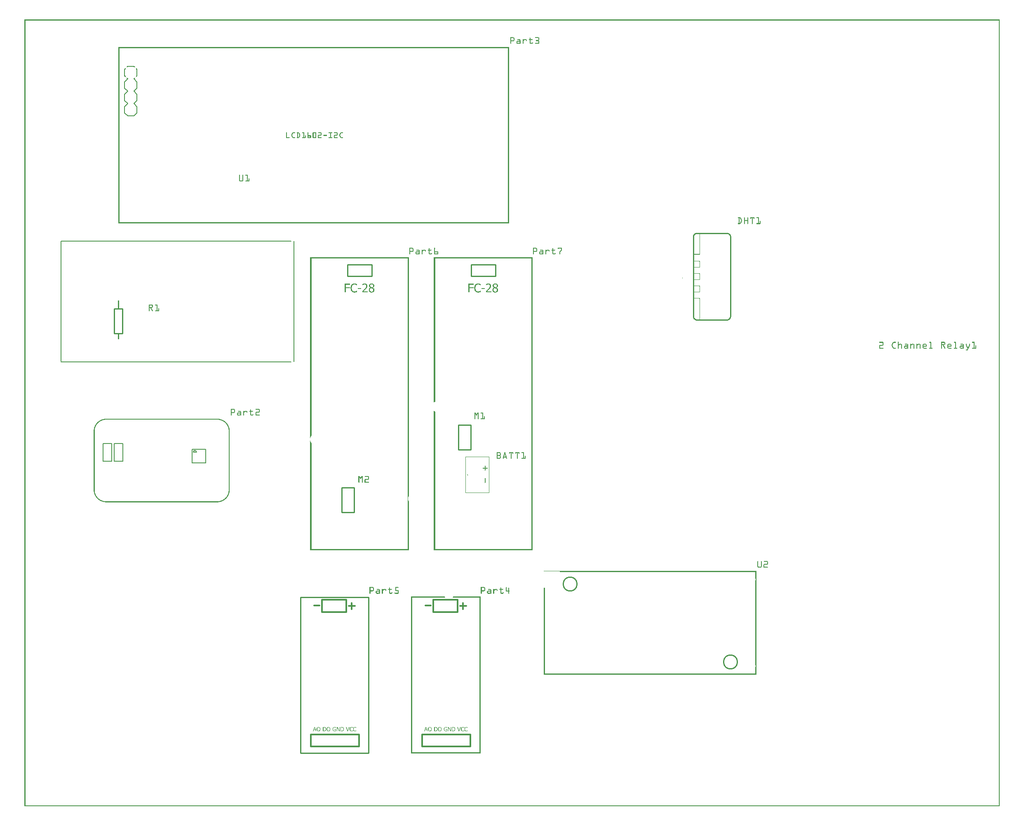
<source format=gto>
G04 MADE WITH FRITZING*
G04 WWW.FRITZING.ORG*
G04 DOUBLE SIDED*
G04 HOLES PLATED*
G04 CONTOUR ON CENTER OF CONTOUR VECTOR*
%ASAXBY*%
%FSLAX23Y23*%
%MOIN*%
%OFA0B0*%
%SFA1.0B1.0*%
%ADD10C,0.122047X0.102047*%
%ADD11R,0.405097X0.111708X0.377319X0.083930*%
%ADD12C,0.013889*%
%ADD13R,0.210292X0.111680X0.182514X0.083903*%
%ADD14R,0.561667X1.270277X0.540833X1.249443*%
%ADD15C,0.010417*%
%ADD16R,0.206056X0.101403X0.188000X0.083347*%
%ADD17C,0.009028*%
%ADD18R,0.194312X0.294400X0.185688X0.285776*%
%ADD19C,0.004312*%
%ADD20C,0.007960*%
%ADD21C,0.005000*%
%ADD22C,0.008000*%
%ADD23C,0.010000*%
%ADD24R,0.001000X0.001000*%
%LNSILK1*%
G90*
G70*
G54D10*
X4411Y1799D03*
X5710Y1169D03*
G54D12*
X2315Y583D02*
X2706Y583D01*
X2706Y485D01*
X2315Y485D01*
X2315Y583D01*
D02*
X2405Y1670D02*
X2602Y1670D01*
X2602Y1572D01*
X2405Y1572D01*
X2405Y1670D01*
D02*
G54D15*
X2232Y1693D02*
X2783Y1693D01*
X2783Y433D01*
X2232Y433D01*
X2232Y1693D01*
D02*
G54D12*
X3215Y583D02*
X3606Y583D01*
X3606Y485D01*
X3215Y485D01*
X3215Y583D01*
D02*
X3305Y1670D02*
X3502Y1670D01*
X3502Y1572D01*
X3305Y1572D01*
X3305Y1670D01*
D02*
G54D17*
X3612Y4381D02*
X3809Y4381D01*
X3809Y4288D01*
X3612Y4288D01*
X3612Y4381D01*
D02*
X2612Y4381D02*
X2809Y4381D01*
X2809Y4288D01*
X2612Y4288D01*
X2612Y4381D01*
D02*
G54D19*
X3565Y2829D02*
X3755Y2829D01*
X3755Y2539D01*
X3565Y2539D01*
X3565Y2829D01*
D02*
G54D20*
X2157Y4571D02*
X297Y4571D01*
D02*
X297Y3596D02*
X2157Y3596D01*
D02*
X297Y4571D02*
X297Y3601D01*
D02*
X2178Y4571D02*
X2178Y3599D01*
G54D21*
D02*
X635Y2935D02*
X706Y2935D01*
D02*
X706Y2935D02*
X706Y2793D01*
D02*
X706Y2793D02*
X635Y2793D01*
D02*
X635Y2793D02*
X635Y2935D01*
D02*
X725Y2935D02*
X796Y2935D01*
D02*
X796Y2935D02*
X796Y2793D01*
D02*
X796Y2793D02*
X725Y2793D01*
D02*
X725Y2793D02*
X725Y2935D01*
G54D22*
D02*
X1465Y2889D02*
X1465Y2779D01*
D02*
X1465Y2779D02*
X1355Y2779D01*
D02*
X1355Y2779D02*
X1355Y2889D01*
D02*
X1355Y2889D02*
X1465Y2889D01*
D02*
X1391Y2866D02*
X1367Y2866D01*
D02*
X910Y5659D02*
X910Y5609D01*
D02*
X910Y5609D02*
X885Y5584D01*
D02*
X835Y5584D02*
X810Y5609D01*
D02*
X885Y5784D02*
X910Y5759D01*
D02*
X910Y5759D02*
X910Y5709D01*
D02*
X910Y5709D02*
X885Y5684D01*
D02*
X835Y5684D02*
X810Y5709D01*
D02*
X810Y5709D02*
X810Y5759D01*
D02*
X810Y5759D02*
X835Y5784D01*
D02*
X910Y5659D02*
X885Y5684D01*
D02*
X835Y5684D02*
X810Y5659D01*
D02*
X810Y5609D02*
X810Y5659D01*
D02*
X910Y5959D02*
X910Y5909D01*
D02*
X885Y5884D02*
X910Y5859D01*
D02*
X910Y5859D02*
X910Y5809D01*
D02*
X910Y5809D02*
X885Y5784D01*
D02*
X835Y5784D02*
X810Y5809D01*
D02*
X810Y5809D02*
X810Y5859D01*
D02*
X810Y5859D02*
X835Y5884D01*
D02*
X885Y5984D02*
X835Y5984D01*
D02*
X810Y5909D02*
X810Y5959D01*
D02*
X885Y5584D02*
X835Y5584D01*
G54D12*
D02*
X2646Y1595D02*
X2646Y1646D01*
D02*
X2672Y1620D02*
X2621Y1620D01*
D02*
X2384Y1624D02*
X2341Y1624D01*
D02*
X3546Y1595D02*
X3546Y1646D01*
D02*
X3572Y1620D02*
X3521Y1620D01*
D02*
X3284Y1624D02*
X3241Y1624D01*
G54D23*
D02*
X793Y4025D02*
X793Y3825D01*
D02*
X793Y3825D02*
X727Y3825D01*
D02*
X727Y3825D02*
X727Y4025D01*
D02*
X727Y4025D02*
X793Y4025D01*
D02*
X3510Y3084D02*
X3510Y2884D01*
D02*
X3510Y2884D02*
X3610Y2884D01*
D02*
X3610Y2884D02*
X3610Y3084D01*
D02*
X3610Y3084D02*
X3510Y3084D01*
D02*
X2566Y2579D02*
X2566Y2379D01*
D02*
X2566Y2379D02*
X2666Y2379D01*
D02*
X2666Y2379D02*
X2666Y2579D01*
D02*
X2666Y2579D02*
X2566Y2579D01*
G54D24*
X0Y6363D02*
X7885Y6363D01*
X0Y6362D02*
X7885Y6362D01*
X0Y6361D02*
X7885Y6361D01*
X0Y6360D02*
X7885Y6360D01*
X0Y6359D02*
X7885Y6359D01*
X0Y6358D02*
X7885Y6358D01*
X0Y6357D02*
X7885Y6357D01*
X0Y6356D02*
X7885Y6356D01*
X0Y6355D02*
X7Y6355D01*
X7878Y6355D02*
X7885Y6355D01*
X0Y6354D02*
X7Y6354D01*
X7878Y6354D02*
X7885Y6354D01*
X0Y6353D02*
X7Y6353D01*
X7878Y6353D02*
X7885Y6353D01*
X0Y6352D02*
X7Y6352D01*
X7878Y6352D02*
X7885Y6352D01*
X0Y6351D02*
X7Y6351D01*
X7878Y6351D02*
X7885Y6351D01*
X0Y6350D02*
X7Y6350D01*
X7878Y6350D02*
X7885Y6350D01*
X0Y6349D02*
X7Y6349D01*
X7878Y6349D02*
X7885Y6349D01*
X0Y6348D02*
X7Y6348D01*
X7878Y6348D02*
X7885Y6348D01*
X0Y6347D02*
X7Y6347D01*
X7878Y6347D02*
X7885Y6347D01*
X0Y6346D02*
X7Y6346D01*
X7878Y6346D02*
X7885Y6346D01*
X0Y6345D02*
X7Y6345D01*
X7878Y6345D02*
X7885Y6345D01*
X0Y6344D02*
X7Y6344D01*
X7878Y6344D02*
X7885Y6344D01*
X0Y6343D02*
X7Y6343D01*
X7878Y6343D02*
X7885Y6343D01*
X0Y6342D02*
X7Y6342D01*
X7878Y6342D02*
X7885Y6342D01*
X0Y6341D02*
X7Y6341D01*
X7878Y6341D02*
X7885Y6341D01*
X0Y6340D02*
X7Y6340D01*
X7878Y6340D02*
X7885Y6340D01*
X0Y6339D02*
X7Y6339D01*
X7878Y6339D02*
X7885Y6339D01*
X0Y6338D02*
X7Y6338D01*
X7878Y6338D02*
X7885Y6338D01*
X0Y6337D02*
X7Y6337D01*
X7878Y6337D02*
X7885Y6337D01*
X0Y6336D02*
X7Y6336D01*
X7878Y6336D02*
X7885Y6336D01*
X0Y6335D02*
X7Y6335D01*
X7878Y6335D02*
X7885Y6335D01*
X0Y6334D02*
X7Y6334D01*
X7878Y6334D02*
X7885Y6334D01*
X0Y6333D02*
X7Y6333D01*
X7878Y6333D02*
X7885Y6333D01*
X0Y6332D02*
X7Y6332D01*
X7878Y6332D02*
X7885Y6332D01*
X0Y6331D02*
X7Y6331D01*
X7878Y6331D02*
X7885Y6331D01*
X0Y6330D02*
X7Y6330D01*
X7878Y6330D02*
X7885Y6330D01*
X0Y6329D02*
X7Y6329D01*
X7878Y6329D02*
X7885Y6329D01*
X0Y6328D02*
X7Y6328D01*
X7878Y6328D02*
X7885Y6328D01*
X0Y6327D02*
X7Y6327D01*
X7878Y6327D02*
X7885Y6327D01*
X0Y6326D02*
X7Y6326D01*
X7878Y6326D02*
X7885Y6326D01*
X0Y6325D02*
X7Y6325D01*
X7878Y6325D02*
X7885Y6325D01*
X0Y6324D02*
X7Y6324D01*
X7878Y6324D02*
X7885Y6324D01*
X0Y6323D02*
X7Y6323D01*
X7878Y6323D02*
X7885Y6323D01*
X0Y6322D02*
X7Y6322D01*
X7878Y6322D02*
X7885Y6322D01*
X0Y6321D02*
X7Y6321D01*
X7878Y6321D02*
X7885Y6321D01*
X0Y6320D02*
X7Y6320D01*
X7878Y6320D02*
X7885Y6320D01*
X0Y6319D02*
X7Y6319D01*
X7878Y6319D02*
X7885Y6319D01*
X0Y6318D02*
X7Y6318D01*
X7878Y6318D02*
X7885Y6318D01*
X0Y6317D02*
X7Y6317D01*
X7878Y6317D02*
X7885Y6317D01*
X0Y6316D02*
X7Y6316D01*
X7878Y6316D02*
X7885Y6316D01*
X0Y6315D02*
X7Y6315D01*
X7878Y6315D02*
X7885Y6315D01*
X0Y6314D02*
X7Y6314D01*
X7878Y6314D02*
X7885Y6314D01*
X0Y6313D02*
X7Y6313D01*
X7878Y6313D02*
X7885Y6313D01*
X0Y6312D02*
X7Y6312D01*
X7878Y6312D02*
X7885Y6312D01*
X0Y6311D02*
X7Y6311D01*
X7878Y6311D02*
X7885Y6311D01*
X0Y6310D02*
X7Y6310D01*
X7878Y6310D02*
X7885Y6310D01*
X0Y6309D02*
X7Y6309D01*
X7878Y6309D02*
X7885Y6309D01*
X0Y6308D02*
X7Y6308D01*
X7878Y6308D02*
X7885Y6308D01*
X0Y6307D02*
X7Y6307D01*
X7878Y6307D02*
X7885Y6307D01*
X0Y6306D02*
X7Y6306D01*
X7878Y6306D02*
X7885Y6306D01*
X0Y6305D02*
X7Y6305D01*
X7878Y6305D02*
X7885Y6305D01*
X0Y6304D02*
X7Y6304D01*
X7878Y6304D02*
X7885Y6304D01*
X0Y6303D02*
X7Y6303D01*
X7878Y6303D02*
X7885Y6303D01*
X0Y6302D02*
X7Y6302D01*
X7878Y6302D02*
X7885Y6302D01*
X0Y6301D02*
X7Y6301D01*
X7878Y6301D02*
X7885Y6301D01*
X0Y6300D02*
X7Y6300D01*
X7878Y6300D02*
X7885Y6300D01*
X0Y6299D02*
X7Y6299D01*
X7878Y6299D02*
X7885Y6299D01*
X0Y6298D02*
X7Y6298D01*
X7878Y6298D02*
X7885Y6298D01*
X0Y6297D02*
X7Y6297D01*
X7878Y6297D02*
X7885Y6297D01*
X0Y6296D02*
X7Y6296D01*
X7878Y6296D02*
X7885Y6296D01*
X0Y6295D02*
X7Y6295D01*
X7878Y6295D02*
X7885Y6295D01*
X0Y6294D02*
X7Y6294D01*
X7878Y6294D02*
X7885Y6294D01*
X0Y6293D02*
X7Y6293D01*
X7878Y6293D02*
X7885Y6293D01*
X0Y6292D02*
X7Y6292D01*
X7878Y6292D02*
X7885Y6292D01*
X0Y6291D02*
X7Y6291D01*
X7878Y6291D02*
X7885Y6291D01*
X0Y6290D02*
X7Y6290D01*
X7878Y6290D02*
X7885Y6290D01*
X0Y6289D02*
X7Y6289D01*
X7878Y6289D02*
X7885Y6289D01*
X0Y6288D02*
X7Y6288D01*
X7878Y6288D02*
X7885Y6288D01*
X0Y6287D02*
X7Y6287D01*
X7878Y6287D02*
X7885Y6287D01*
X0Y6286D02*
X7Y6286D01*
X7878Y6286D02*
X7885Y6286D01*
X0Y6285D02*
X7Y6285D01*
X7878Y6285D02*
X7885Y6285D01*
X0Y6284D02*
X7Y6284D01*
X7878Y6284D02*
X7885Y6284D01*
X0Y6283D02*
X7Y6283D01*
X7878Y6283D02*
X7885Y6283D01*
X0Y6282D02*
X7Y6282D01*
X7878Y6282D02*
X7885Y6282D01*
X0Y6281D02*
X7Y6281D01*
X7878Y6281D02*
X7885Y6281D01*
X0Y6280D02*
X7Y6280D01*
X7878Y6280D02*
X7885Y6280D01*
X0Y6279D02*
X7Y6279D01*
X7878Y6279D02*
X7885Y6279D01*
X0Y6278D02*
X7Y6278D01*
X7878Y6278D02*
X7885Y6278D01*
X0Y6277D02*
X7Y6277D01*
X7878Y6277D02*
X7885Y6277D01*
X0Y6276D02*
X7Y6276D01*
X7878Y6276D02*
X7885Y6276D01*
X0Y6275D02*
X7Y6275D01*
X7878Y6275D02*
X7885Y6275D01*
X0Y6274D02*
X7Y6274D01*
X7878Y6274D02*
X7885Y6274D01*
X0Y6273D02*
X7Y6273D01*
X7878Y6273D02*
X7885Y6273D01*
X0Y6272D02*
X7Y6272D01*
X7878Y6272D02*
X7885Y6272D01*
X0Y6271D02*
X7Y6271D01*
X7878Y6271D02*
X7885Y6271D01*
X0Y6270D02*
X7Y6270D01*
X7878Y6270D02*
X7885Y6270D01*
X0Y6269D02*
X7Y6269D01*
X7878Y6269D02*
X7885Y6269D01*
X0Y6268D02*
X7Y6268D01*
X7878Y6268D02*
X7885Y6268D01*
X0Y6267D02*
X7Y6267D01*
X7878Y6267D02*
X7885Y6267D01*
X0Y6266D02*
X7Y6266D01*
X7878Y6266D02*
X7885Y6266D01*
X0Y6265D02*
X7Y6265D01*
X7878Y6265D02*
X7885Y6265D01*
X0Y6264D02*
X7Y6264D01*
X7878Y6264D02*
X7885Y6264D01*
X0Y6263D02*
X7Y6263D01*
X7878Y6263D02*
X7885Y6263D01*
X0Y6262D02*
X7Y6262D01*
X7878Y6262D02*
X7885Y6262D01*
X0Y6261D02*
X7Y6261D01*
X7878Y6261D02*
X7885Y6261D01*
X0Y6260D02*
X7Y6260D01*
X7878Y6260D02*
X7885Y6260D01*
X0Y6259D02*
X7Y6259D01*
X7878Y6259D02*
X7885Y6259D01*
X0Y6258D02*
X7Y6258D01*
X7878Y6258D02*
X7885Y6258D01*
X0Y6257D02*
X7Y6257D01*
X7878Y6257D02*
X7885Y6257D01*
X0Y6256D02*
X7Y6256D01*
X7878Y6256D02*
X7885Y6256D01*
X0Y6255D02*
X7Y6255D01*
X7878Y6255D02*
X7885Y6255D01*
X0Y6254D02*
X7Y6254D01*
X7878Y6254D02*
X7885Y6254D01*
X0Y6253D02*
X7Y6253D01*
X7878Y6253D02*
X7885Y6253D01*
X0Y6252D02*
X7Y6252D01*
X7878Y6252D02*
X7885Y6252D01*
X0Y6251D02*
X7Y6251D01*
X7878Y6251D02*
X7885Y6251D01*
X0Y6250D02*
X7Y6250D01*
X7878Y6250D02*
X7885Y6250D01*
X0Y6249D02*
X7Y6249D01*
X7878Y6249D02*
X7885Y6249D01*
X0Y6248D02*
X7Y6248D01*
X7878Y6248D02*
X7885Y6248D01*
X0Y6247D02*
X7Y6247D01*
X7878Y6247D02*
X7885Y6247D01*
X0Y6246D02*
X7Y6246D01*
X7878Y6246D02*
X7885Y6246D01*
X0Y6245D02*
X7Y6245D01*
X7878Y6245D02*
X7885Y6245D01*
X0Y6244D02*
X7Y6244D01*
X7878Y6244D02*
X7885Y6244D01*
X0Y6243D02*
X7Y6243D01*
X7878Y6243D02*
X7885Y6243D01*
X0Y6242D02*
X7Y6242D01*
X7878Y6242D02*
X7885Y6242D01*
X0Y6241D02*
X7Y6241D01*
X7878Y6241D02*
X7885Y6241D01*
X0Y6240D02*
X7Y6240D01*
X7878Y6240D02*
X7885Y6240D01*
X0Y6239D02*
X7Y6239D01*
X7878Y6239D02*
X7885Y6239D01*
X0Y6238D02*
X7Y6238D01*
X7878Y6238D02*
X7885Y6238D01*
X0Y6237D02*
X7Y6237D01*
X7878Y6237D02*
X7885Y6237D01*
X0Y6236D02*
X7Y6236D01*
X7878Y6236D02*
X7885Y6236D01*
X0Y6235D02*
X7Y6235D01*
X7878Y6235D02*
X7885Y6235D01*
X0Y6234D02*
X7Y6234D01*
X7878Y6234D02*
X7885Y6234D01*
X0Y6233D02*
X7Y6233D01*
X7878Y6233D02*
X7885Y6233D01*
X0Y6232D02*
X7Y6232D01*
X7878Y6232D02*
X7885Y6232D01*
X0Y6231D02*
X7Y6231D01*
X7878Y6231D02*
X7885Y6231D01*
X0Y6230D02*
X7Y6230D01*
X7878Y6230D02*
X7885Y6230D01*
X0Y6229D02*
X7Y6229D01*
X7878Y6229D02*
X7885Y6229D01*
X0Y6228D02*
X7Y6228D01*
X7878Y6228D02*
X7885Y6228D01*
X0Y6227D02*
X7Y6227D01*
X7878Y6227D02*
X7885Y6227D01*
X0Y6226D02*
X7Y6226D01*
X7878Y6226D02*
X7885Y6226D01*
X0Y6225D02*
X7Y6225D01*
X7878Y6225D02*
X7885Y6225D01*
X0Y6224D02*
X7Y6224D01*
X7878Y6224D02*
X7885Y6224D01*
X0Y6223D02*
X7Y6223D01*
X7878Y6223D02*
X7885Y6223D01*
X0Y6222D02*
X7Y6222D01*
X7878Y6222D02*
X7885Y6222D01*
X0Y6221D02*
X7Y6221D01*
X7878Y6221D02*
X7885Y6221D01*
X0Y6220D02*
X7Y6220D01*
X3928Y6220D02*
X3953Y6220D01*
X4130Y6220D02*
X4156Y6220D01*
X7878Y6220D02*
X7885Y6220D01*
X0Y6219D02*
X7Y6219D01*
X3928Y6219D02*
X3956Y6219D01*
X4129Y6219D02*
X4158Y6219D01*
X7878Y6219D02*
X7885Y6219D01*
X0Y6218D02*
X7Y6218D01*
X3928Y6218D02*
X3957Y6218D01*
X4128Y6218D02*
X4159Y6218D01*
X7878Y6218D02*
X7885Y6218D01*
X0Y6217D02*
X7Y6217D01*
X3928Y6217D02*
X3958Y6217D01*
X4087Y6217D02*
X4088Y6217D01*
X4128Y6217D02*
X4160Y6217D01*
X7878Y6217D02*
X7885Y6217D01*
X0Y6216D02*
X7Y6216D01*
X3928Y6216D02*
X3959Y6216D01*
X4085Y6216D02*
X4090Y6216D01*
X4128Y6216D02*
X4161Y6216D01*
X7878Y6216D02*
X7885Y6216D01*
X0Y6215D02*
X7Y6215D01*
X3928Y6215D02*
X3960Y6215D01*
X4085Y6215D02*
X4090Y6215D01*
X4128Y6215D02*
X4161Y6215D01*
X7878Y6215D02*
X7885Y6215D01*
X0Y6214D02*
X7Y6214D01*
X3928Y6214D02*
X3960Y6214D01*
X4085Y6214D02*
X4091Y6214D01*
X4129Y6214D02*
X4161Y6214D01*
X7878Y6214D02*
X7885Y6214D01*
X0Y6213D02*
X7Y6213D01*
X3928Y6213D02*
X3934Y6213D01*
X3953Y6213D02*
X3961Y6213D01*
X4085Y6213D02*
X4091Y6213D01*
X4155Y6213D02*
X4161Y6213D01*
X7878Y6213D02*
X7885Y6213D01*
X0Y6212D02*
X7Y6212D01*
X3928Y6212D02*
X3934Y6212D01*
X3954Y6212D02*
X3961Y6212D01*
X4085Y6212D02*
X4091Y6212D01*
X4155Y6212D02*
X4161Y6212D01*
X7878Y6212D02*
X7885Y6212D01*
X0Y6211D02*
X7Y6211D01*
X3928Y6211D02*
X3934Y6211D01*
X3955Y6211D02*
X3961Y6211D01*
X4085Y6211D02*
X4091Y6211D01*
X4155Y6211D02*
X4161Y6211D01*
X7878Y6211D02*
X7885Y6211D01*
X0Y6210D02*
X7Y6210D01*
X3928Y6210D02*
X3934Y6210D01*
X3955Y6210D02*
X3961Y6210D01*
X4085Y6210D02*
X4091Y6210D01*
X4155Y6210D02*
X4161Y6210D01*
X7878Y6210D02*
X7885Y6210D01*
X0Y6209D02*
X7Y6209D01*
X3928Y6209D02*
X3934Y6209D01*
X3955Y6209D02*
X3961Y6209D01*
X4085Y6209D02*
X4091Y6209D01*
X4155Y6209D02*
X4161Y6209D01*
X7878Y6209D02*
X7885Y6209D01*
X0Y6208D02*
X7Y6208D01*
X3928Y6208D02*
X3934Y6208D01*
X3955Y6208D02*
X3961Y6208D01*
X4085Y6208D02*
X4091Y6208D01*
X4155Y6208D02*
X4161Y6208D01*
X7878Y6208D02*
X7885Y6208D01*
X0Y6207D02*
X7Y6207D01*
X3928Y6207D02*
X3934Y6207D01*
X3955Y6207D02*
X3961Y6207D01*
X4085Y6207D02*
X4091Y6207D01*
X4155Y6207D02*
X4161Y6207D01*
X7878Y6207D02*
X7885Y6207D01*
X0Y6206D02*
X7Y6206D01*
X3928Y6206D02*
X3934Y6206D01*
X3955Y6206D02*
X3961Y6206D01*
X4085Y6206D02*
X4091Y6206D01*
X4155Y6206D02*
X4161Y6206D01*
X7878Y6206D02*
X7885Y6206D01*
X0Y6205D02*
X7Y6205D01*
X3928Y6205D02*
X3934Y6205D01*
X3955Y6205D02*
X3961Y6205D01*
X3986Y6205D02*
X4003Y6205D01*
X4030Y6205D02*
X4032Y6205D01*
X4043Y6205D02*
X4054Y6205D01*
X4080Y6205D02*
X4106Y6205D01*
X4155Y6205D02*
X4161Y6205D01*
X7878Y6205D02*
X7885Y6205D01*
X0Y6204D02*
X7Y6204D01*
X3928Y6204D02*
X3934Y6204D01*
X3955Y6204D02*
X3961Y6204D01*
X3985Y6204D02*
X4005Y6204D01*
X4028Y6204D02*
X4033Y6204D01*
X4042Y6204D02*
X4056Y6204D01*
X4078Y6204D02*
X4107Y6204D01*
X4155Y6204D02*
X4161Y6204D01*
X7878Y6204D02*
X7885Y6204D01*
X0Y6203D02*
X7Y6203D01*
X3928Y6203D02*
X3934Y6203D01*
X3955Y6203D02*
X3961Y6203D01*
X3985Y6203D02*
X4007Y6203D01*
X4028Y6203D02*
X4034Y6203D01*
X4041Y6203D02*
X4058Y6203D01*
X4078Y6203D02*
X4108Y6203D01*
X4155Y6203D02*
X4161Y6203D01*
X7878Y6203D02*
X7885Y6203D01*
X0Y6202D02*
X7Y6202D01*
X3928Y6202D02*
X3934Y6202D01*
X3955Y6202D02*
X3961Y6202D01*
X3985Y6202D02*
X4008Y6202D01*
X4028Y6202D02*
X4034Y6202D01*
X4040Y6202D02*
X4059Y6202D01*
X4078Y6202D02*
X4108Y6202D01*
X4155Y6202D02*
X4161Y6202D01*
X7878Y6202D02*
X7885Y6202D01*
X0Y6201D02*
X7Y6201D01*
X3928Y6201D02*
X3934Y6201D01*
X3955Y6201D02*
X3961Y6201D01*
X3985Y6201D02*
X4009Y6201D01*
X4028Y6201D02*
X4034Y6201D01*
X4038Y6201D02*
X4059Y6201D01*
X4078Y6201D02*
X4108Y6201D01*
X4155Y6201D02*
X4161Y6201D01*
X7878Y6201D02*
X7885Y6201D01*
X0Y6200D02*
X7Y6200D01*
X3928Y6200D02*
X3934Y6200D01*
X3955Y6200D02*
X3961Y6200D01*
X3985Y6200D02*
X4009Y6200D01*
X4028Y6200D02*
X4034Y6200D01*
X4037Y6200D02*
X4060Y6200D01*
X4078Y6200D02*
X4107Y6200D01*
X4155Y6200D02*
X4161Y6200D01*
X7878Y6200D02*
X7885Y6200D01*
X0Y6199D02*
X7Y6199D01*
X3928Y6199D02*
X3934Y6199D01*
X3955Y6199D02*
X3961Y6199D01*
X3986Y6199D02*
X4010Y6199D01*
X4028Y6199D02*
X4034Y6199D01*
X4036Y6199D02*
X4061Y6199D01*
X4079Y6199D02*
X4106Y6199D01*
X4155Y6199D02*
X4161Y6199D01*
X7878Y6199D02*
X7885Y6199D01*
X0Y6198D02*
X7Y6198D01*
X3928Y6198D02*
X3934Y6198D01*
X3955Y6198D02*
X3961Y6198D01*
X4003Y6198D02*
X4010Y6198D01*
X4028Y6198D02*
X4045Y6198D01*
X4054Y6198D02*
X4061Y6198D01*
X4085Y6198D02*
X4091Y6198D01*
X4154Y6198D02*
X4161Y6198D01*
X7878Y6198D02*
X7885Y6198D01*
X0Y6197D02*
X7Y6197D01*
X3928Y6197D02*
X3934Y6197D01*
X3955Y6197D02*
X3961Y6197D01*
X4004Y6197D02*
X4010Y6197D01*
X4028Y6197D02*
X4044Y6197D01*
X4055Y6197D02*
X4061Y6197D01*
X4085Y6197D02*
X4091Y6197D01*
X4153Y6197D02*
X4161Y6197D01*
X7878Y6197D02*
X7885Y6197D01*
X0Y6196D02*
X7Y6196D01*
X3928Y6196D02*
X3934Y6196D01*
X3955Y6196D02*
X3961Y6196D01*
X4004Y6196D02*
X4010Y6196D01*
X4028Y6196D02*
X4042Y6196D01*
X4055Y6196D02*
X4061Y6196D01*
X4085Y6196D02*
X4091Y6196D01*
X4136Y6196D02*
X4160Y6196D01*
X7878Y6196D02*
X7885Y6196D01*
X0Y6195D02*
X7Y6195D01*
X3928Y6195D02*
X3934Y6195D01*
X3954Y6195D02*
X3961Y6195D01*
X4004Y6195D02*
X4010Y6195D01*
X4028Y6195D02*
X4041Y6195D01*
X4055Y6195D02*
X4061Y6195D01*
X4085Y6195D02*
X4091Y6195D01*
X4135Y6195D02*
X4160Y6195D01*
X7878Y6195D02*
X7885Y6195D01*
X0Y6194D02*
X7Y6194D01*
X3928Y6194D02*
X3934Y6194D01*
X3953Y6194D02*
X3961Y6194D01*
X4004Y6194D02*
X4010Y6194D01*
X4028Y6194D02*
X4040Y6194D01*
X4055Y6194D02*
X4061Y6194D01*
X4085Y6194D02*
X4091Y6194D01*
X4135Y6194D02*
X4159Y6194D01*
X7878Y6194D02*
X7885Y6194D01*
X0Y6193D02*
X7Y6193D01*
X3928Y6193D02*
X3960Y6193D01*
X4004Y6193D02*
X4011Y6193D01*
X4028Y6193D02*
X4039Y6193D01*
X4055Y6193D02*
X4061Y6193D01*
X4085Y6193D02*
X4091Y6193D01*
X4135Y6193D02*
X4159Y6193D01*
X7878Y6193D02*
X7885Y6193D01*
X0Y6192D02*
X7Y6192D01*
X3928Y6192D02*
X3960Y6192D01*
X4005Y6192D02*
X4011Y6192D01*
X4028Y6192D02*
X4038Y6192D01*
X4056Y6192D02*
X4061Y6192D01*
X4085Y6192D02*
X4091Y6192D01*
X4135Y6192D02*
X4159Y6192D01*
X7878Y6192D02*
X7885Y6192D01*
X0Y6191D02*
X7Y6191D01*
X3928Y6191D02*
X3959Y6191D01*
X4005Y6191D02*
X4011Y6191D01*
X4028Y6191D02*
X4037Y6191D01*
X4056Y6191D02*
X4061Y6191D01*
X4085Y6191D02*
X4091Y6191D01*
X4135Y6191D02*
X4160Y6191D01*
X7878Y6191D02*
X7885Y6191D01*
X0Y6190D02*
X7Y6190D01*
X3928Y6190D02*
X3958Y6190D01*
X3984Y6190D02*
X4011Y6190D01*
X4028Y6190D02*
X4035Y6190D01*
X4057Y6190D02*
X4059Y6190D01*
X4085Y6190D02*
X4091Y6190D01*
X4137Y6190D02*
X4161Y6190D01*
X7878Y6190D02*
X7885Y6190D01*
X0Y6189D02*
X7Y6189D01*
X3928Y6189D02*
X3957Y6189D01*
X3982Y6189D02*
X4011Y6189D01*
X4028Y6189D02*
X4034Y6189D01*
X4085Y6189D02*
X4091Y6189D01*
X4154Y6189D02*
X4161Y6189D01*
X7878Y6189D02*
X7885Y6189D01*
X0Y6188D02*
X7Y6188D01*
X3928Y6188D02*
X3956Y6188D01*
X3981Y6188D02*
X4011Y6188D01*
X4028Y6188D02*
X4034Y6188D01*
X4085Y6188D02*
X4091Y6188D01*
X4155Y6188D02*
X4161Y6188D01*
X7878Y6188D02*
X7885Y6188D01*
X0Y6187D02*
X7Y6187D01*
X3928Y6187D02*
X3953Y6187D01*
X3980Y6187D02*
X4011Y6187D01*
X4028Y6187D02*
X4034Y6187D01*
X4085Y6187D02*
X4091Y6187D01*
X4155Y6187D02*
X4161Y6187D01*
X7878Y6187D02*
X7885Y6187D01*
X0Y6186D02*
X7Y6186D01*
X3928Y6186D02*
X3934Y6186D01*
X3979Y6186D02*
X4011Y6186D01*
X4028Y6186D02*
X4034Y6186D01*
X4085Y6186D02*
X4091Y6186D01*
X4155Y6186D02*
X4161Y6186D01*
X7878Y6186D02*
X7885Y6186D01*
X0Y6185D02*
X7Y6185D01*
X3928Y6185D02*
X3934Y6185D01*
X3979Y6185D02*
X4011Y6185D01*
X4028Y6185D02*
X4034Y6185D01*
X4085Y6185D02*
X4091Y6185D01*
X4155Y6185D02*
X4161Y6185D01*
X7878Y6185D02*
X7885Y6185D01*
X0Y6184D02*
X7Y6184D01*
X3928Y6184D02*
X3934Y6184D01*
X3978Y6184D02*
X4011Y6184D01*
X4028Y6184D02*
X4034Y6184D01*
X4085Y6184D02*
X4091Y6184D01*
X4155Y6184D02*
X4161Y6184D01*
X7878Y6184D02*
X7885Y6184D01*
X0Y6183D02*
X7Y6183D01*
X3928Y6183D02*
X3934Y6183D01*
X3978Y6183D02*
X3985Y6183D01*
X4003Y6183D02*
X4011Y6183D01*
X4028Y6183D02*
X4034Y6183D01*
X4085Y6183D02*
X4091Y6183D01*
X4155Y6183D02*
X4161Y6183D01*
X7878Y6183D02*
X7885Y6183D01*
X0Y6182D02*
X7Y6182D01*
X3928Y6182D02*
X3934Y6182D01*
X3978Y6182D02*
X3984Y6182D01*
X4004Y6182D02*
X4011Y6182D01*
X4028Y6182D02*
X4034Y6182D01*
X4085Y6182D02*
X4091Y6182D01*
X4155Y6182D02*
X4161Y6182D01*
X7878Y6182D02*
X7885Y6182D01*
X0Y6181D02*
X7Y6181D01*
X3928Y6181D02*
X3934Y6181D01*
X3978Y6181D02*
X3984Y6181D01*
X4005Y6181D02*
X4011Y6181D01*
X4028Y6181D02*
X4034Y6181D01*
X4085Y6181D02*
X4091Y6181D01*
X4155Y6181D02*
X4161Y6181D01*
X7878Y6181D02*
X7885Y6181D01*
X0Y6180D02*
X7Y6180D01*
X3928Y6180D02*
X3934Y6180D01*
X3978Y6180D02*
X3984Y6180D01*
X4005Y6180D02*
X4011Y6180D01*
X4028Y6180D02*
X4034Y6180D01*
X4085Y6180D02*
X4091Y6180D01*
X4155Y6180D02*
X4161Y6180D01*
X7878Y6180D02*
X7885Y6180D01*
X0Y6179D02*
X7Y6179D01*
X3928Y6179D02*
X3934Y6179D01*
X3978Y6179D02*
X3984Y6179D01*
X4005Y6179D02*
X4011Y6179D01*
X4028Y6179D02*
X4034Y6179D01*
X4085Y6179D02*
X4091Y6179D01*
X4155Y6179D02*
X4161Y6179D01*
X7878Y6179D02*
X7885Y6179D01*
X0Y6178D02*
X7Y6178D01*
X3928Y6178D02*
X3934Y6178D01*
X3978Y6178D02*
X3984Y6178D01*
X4005Y6178D02*
X4011Y6178D01*
X4028Y6178D02*
X4034Y6178D01*
X4085Y6178D02*
X4091Y6178D01*
X4107Y6178D02*
X4110Y6178D01*
X4155Y6178D02*
X4161Y6178D01*
X7878Y6178D02*
X7885Y6178D01*
X0Y6177D02*
X7Y6177D01*
X3928Y6177D02*
X3934Y6177D01*
X3978Y6177D02*
X3984Y6177D01*
X4004Y6177D02*
X4011Y6177D01*
X4028Y6177D02*
X4034Y6177D01*
X4085Y6177D02*
X4091Y6177D01*
X4106Y6177D02*
X4111Y6177D01*
X4155Y6177D02*
X4161Y6177D01*
X7878Y6177D02*
X7885Y6177D01*
X0Y6176D02*
X7Y6176D01*
X3928Y6176D02*
X3934Y6176D01*
X3978Y6176D02*
X3984Y6176D01*
X4002Y6176D02*
X4011Y6176D01*
X4028Y6176D02*
X4034Y6176D01*
X4085Y6176D02*
X4091Y6176D01*
X4105Y6176D02*
X4111Y6176D01*
X4155Y6176D02*
X4161Y6176D01*
X7878Y6176D02*
X7885Y6176D01*
X0Y6175D02*
X7Y6175D01*
X3928Y6175D02*
X3934Y6175D01*
X3978Y6175D02*
X3984Y6175D01*
X4001Y6175D02*
X4011Y6175D01*
X4028Y6175D02*
X4034Y6175D01*
X4085Y6175D02*
X4091Y6175D01*
X4105Y6175D02*
X4111Y6175D01*
X4155Y6175D02*
X4161Y6175D01*
X7878Y6175D02*
X7885Y6175D01*
X0Y6174D02*
X7Y6174D01*
X3928Y6174D02*
X3934Y6174D01*
X3978Y6174D02*
X3985Y6174D01*
X3999Y6174D02*
X4011Y6174D01*
X4028Y6174D02*
X4034Y6174D01*
X4085Y6174D02*
X4092Y6174D01*
X4104Y6174D02*
X4111Y6174D01*
X4155Y6174D02*
X4161Y6174D01*
X7878Y6174D02*
X7885Y6174D01*
X0Y6173D02*
X7Y6173D01*
X3928Y6173D02*
X3934Y6173D01*
X3978Y6173D02*
X4011Y6173D01*
X4028Y6173D02*
X4034Y6173D01*
X4085Y6173D02*
X4111Y6173D01*
X4131Y6173D02*
X4161Y6173D01*
X7878Y6173D02*
X7885Y6173D01*
X0Y6172D02*
X7Y6172D01*
X3928Y6172D02*
X3934Y6172D01*
X3979Y6172D02*
X4011Y6172D01*
X4028Y6172D02*
X4034Y6172D01*
X4086Y6172D02*
X4110Y6172D01*
X4129Y6172D02*
X4161Y6172D01*
X7878Y6172D02*
X7885Y6172D01*
X0Y6171D02*
X7Y6171D01*
X3928Y6171D02*
X3934Y6171D01*
X3979Y6171D02*
X4011Y6171D01*
X4028Y6171D02*
X4034Y6171D01*
X4086Y6171D02*
X4110Y6171D01*
X4128Y6171D02*
X4161Y6171D01*
X7878Y6171D02*
X7885Y6171D01*
X0Y6170D02*
X7Y6170D01*
X3928Y6170D02*
X3934Y6170D01*
X3980Y6170D02*
X4011Y6170D01*
X4028Y6170D02*
X4034Y6170D01*
X4087Y6170D02*
X4109Y6170D01*
X4128Y6170D02*
X4161Y6170D01*
X7878Y6170D02*
X7885Y6170D01*
X0Y6169D02*
X7Y6169D01*
X3928Y6169D02*
X3934Y6169D01*
X3981Y6169D02*
X4003Y6169D01*
X4005Y6169D02*
X4011Y6169D01*
X4028Y6169D02*
X4034Y6169D01*
X4088Y6169D02*
X4108Y6169D01*
X4128Y6169D02*
X4160Y6169D01*
X7878Y6169D02*
X7885Y6169D01*
X0Y6168D02*
X7Y6168D01*
X3928Y6168D02*
X3933Y6168D01*
X3982Y6168D02*
X4002Y6168D01*
X4006Y6168D02*
X4011Y6168D01*
X4028Y6168D02*
X4033Y6168D01*
X4089Y6168D02*
X4107Y6168D01*
X4128Y6168D02*
X4159Y6168D01*
X7878Y6168D02*
X7885Y6168D01*
X0Y6167D02*
X7Y6167D01*
X3929Y6167D02*
X3933Y6167D01*
X3984Y6167D02*
X4000Y6167D01*
X4007Y6167D02*
X4010Y6167D01*
X4029Y6167D02*
X4033Y6167D01*
X4091Y6167D02*
X4105Y6167D01*
X4129Y6167D02*
X4158Y6167D01*
X7878Y6167D02*
X7885Y6167D01*
X0Y6166D02*
X7Y6166D01*
X7878Y6166D02*
X7885Y6166D01*
X0Y6165D02*
X7Y6165D01*
X7878Y6165D02*
X7885Y6165D01*
X0Y6164D02*
X7Y6164D01*
X7878Y6164D02*
X7885Y6164D01*
X0Y6163D02*
X7Y6163D01*
X7878Y6163D02*
X7885Y6163D01*
X0Y6162D02*
X7Y6162D01*
X7878Y6162D02*
X7885Y6162D01*
X0Y6161D02*
X7Y6161D01*
X7878Y6161D02*
X7885Y6161D01*
X0Y6160D02*
X7Y6160D01*
X7878Y6160D02*
X7885Y6160D01*
X0Y6159D02*
X7Y6159D01*
X7878Y6159D02*
X7885Y6159D01*
X0Y6158D02*
X7Y6158D01*
X7878Y6158D02*
X7885Y6158D01*
X0Y6157D02*
X7Y6157D01*
X7878Y6157D02*
X7885Y6157D01*
X0Y6156D02*
X7Y6156D01*
X7878Y6156D02*
X7885Y6156D01*
X0Y6155D02*
X7Y6155D01*
X7878Y6155D02*
X7885Y6155D01*
X0Y6154D02*
X7Y6154D01*
X7878Y6154D02*
X7885Y6154D01*
X0Y6153D02*
X7Y6153D01*
X7878Y6153D02*
X7885Y6153D01*
X0Y6152D02*
X7Y6152D01*
X7878Y6152D02*
X7885Y6152D01*
X0Y6151D02*
X7Y6151D01*
X7878Y6151D02*
X7885Y6151D01*
X0Y6150D02*
X7Y6150D01*
X7878Y6150D02*
X7885Y6150D01*
X0Y6149D02*
X7Y6149D01*
X7878Y6149D02*
X7885Y6149D01*
X0Y6148D02*
X7Y6148D01*
X7878Y6148D02*
X7885Y6148D01*
X0Y6147D02*
X7Y6147D01*
X7878Y6147D02*
X7885Y6147D01*
X0Y6146D02*
X7Y6146D01*
X7878Y6146D02*
X7885Y6146D01*
X0Y6145D02*
X7Y6145D01*
X7878Y6145D02*
X7885Y6145D01*
X0Y6144D02*
X7Y6144D01*
X7878Y6144D02*
X7885Y6144D01*
X0Y6143D02*
X7Y6143D01*
X7878Y6143D02*
X7885Y6143D01*
X0Y6142D02*
X7Y6142D01*
X7878Y6142D02*
X7885Y6142D01*
X0Y6141D02*
X7Y6141D01*
X7878Y6141D02*
X7885Y6141D01*
X0Y6140D02*
X7Y6140D01*
X761Y6140D02*
X3919Y6140D01*
X7878Y6140D02*
X7885Y6140D01*
X0Y6139D02*
X7Y6139D01*
X760Y6139D02*
X3919Y6139D01*
X7878Y6139D02*
X7885Y6139D01*
X0Y6138D02*
X7Y6138D01*
X760Y6138D02*
X3919Y6138D01*
X7878Y6138D02*
X7885Y6138D01*
X0Y6137D02*
X7Y6137D01*
X760Y6137D02*
X3919Y6137D01*
X7878Y6137D02*
X7885Y6137D01*
X0Y6136D02*
X7Y6136D01*
X760Y6136D02*
X3919Y6136D01*
X7878Y6136D02*
X7885Y6136D01*
X0Y6135D02*
X7Y6135D01*
X760Y6135D02*
X3919Y6135D01*
X7878Y6135D02*
X7885Y6135D01*
X0Y6134D02*
X7Y6134D01*
X760Y6134D02*
X3919Y6134D01*
X7878Y6134D02*
X7885Y6134D01*
X0Y6133D02*
X7Y6133D01*
X760Y6133D02*
X3919Y6133D01*
X7878Y6133D02*
X7885Y6133D01*
X0Y6132D02*
X7Y6132D01*
X760Y6132D02*
X3919Y6132D01*
X7878Y6132D02*
X7885Y6132D01*
X0Y6131D02*
X7Y6131D01*
X760Y6131D02*
X3919Y6131D01*
X7878Y6131D02*
X7885Y6131D01*
X0Y6130D02*
X7Y6130D01*
X760Y6130D02*
X770Y6130D01*
X3910Y6130D02*
X3919Y6130D01*
X7878Y6130D02*
X7885Y6130D01*
X0Y6129D02*
X7Y6129D01*
X760Y6129D02*
X769Y6129D01*
X3910Y6129D02*
X3919Y6129D01*
X7878Y6129D02*
X7885Y6129D01*
X0Y6128D02*
X7Y6128D01*
X760Y6128D02*
X769Y6128D01*
X3910Y6128D02*
X3919Y6128D01*
X7878Y6128D02*
X7885Y6128D01*
X0Y6127D02*
X7Y6127D01*
X760Y6127D02*
X769Y6127D01*
X3910Y6127D02*
X3919Y6127D01*
X7878Y6127D02*
X7885Y6127D01*
X0Y6126D02*
X7Y6126D01*
X760Y6126D02*
X769Y6126D01*
X3910Y6126D02*
X3919Y6126D01*
X7878Y6126D02*
X7885Y6126D01*
X0Y6125D02*
X7Y6125D01*
X760Y6125D02*
X769Y6125D01*
X3910Y6125D02*
X3919Y6125D01*
X7878Y6125D02*
X7885Y6125D01*
X0Y6124D02*
X7Y6124D01*
X760Y6124D02*
X769Y6124D01*
X3910Y6124D02*
X3919Y6124D01*
X7878Y6124D02*
X7885Y6124D01*
X0Y6123D02*
X7Y6123D01*
X760Y6123D02*
X769Y6123D01*
X3910Y6123D02*
X3919Y6123D01*
X7878Y6123D02*
X7885Y6123D01*
X0Y6122D02*
X7Y6122D01*
X760Y6122D02*
X769Y6122D01*
X3910Y6122D02*
X3919Y6122D01*
X7878Y6122D02*
X7885Y6122D01*
X0Y6121D02*
X7Y6121D01*
X760Y6121D02*
X769Y6121D01*
X3910Y6121D02*
X3919Y6121D01*
X7878Y6121D02*
X7885Y6121D01*
X0Y6120D02*
X7Y6120D01*
X760Y6120D02*
X769Y6120D01*
X3910Y6120D02*
X3919Y6120D01*
X7878Y6120D02*
X7885Y6120D01*
X0Y6119D02*
X7Y6119D01*
X760Y6119D02*
X769Y6119D01*
X3910Y6119D02*
X3919Y6119D01*
X7878Y6119D02*
X7885Y6119D01*
X0Y6118D02*
X7Y6118D01*
X760Y6118D02*
X769Y6118D01*
X3910Y6118D02*
X3919Y6118D01*
X7878Y6118D02*
X7885Y6118D01*
X0Y6117D02*
X7Y6117D01*
X760Y6117D02*
X769Y6117D01*
X3910Y6117D02*
X3919Y6117D01*
X7878Y6117D02*
X7885Y6117D01*
X0Y6116D02*
X7Y6116D01*
X760Y6116D02*
X769Y6116D01*
X3910Y6116D02*
X3919Y6116D01*
X7878Y6116D02*
X7885Y6116D01*
X0Y6115D02*
X7Y6115D01*
X760Y6115D02*
X769Y6115D01*
X3910Y6115D02*
X3919Y6115D01*
X7878Y6115D02*
X7885Y6115D01*
X0Y6114D02*
X7Y6114D01*
X760Y6114D02*
X769Y6114D01*
X3910Y6114D02*
X3919Y6114D01*
X7878Y6114D02*
X7885Y6114D01*
X0Y6113D02*
X7Y6113D01*
X760Y6113D02*
X769Y6113D01*
X3910Y6113D02*
X3919Y6113D01*
X7878Y6113D02*
X7885Y6113D01*
X0Y6112D02*
X7Y6112D01*
X760Y6112D02*
X769Y6112D01*
X3910Y6112D02*
X3919Y6112D01*
X7878Y6112D02*
X7885Y6112D01*
X0Y6111D02*
X7Y6111D01*
X760Y6111D02*
X769Y6111D01*
X3910Y6111D02*
X3919Y6111D01*
X7878Y6111D02*
X7885Y6111D01*
X0Y6110D02*
X7Y6110D01*
X760Y6110D02*
X769Y6110D01*
X3910Y6110D02*
X3919Y6110D01*
X7878Y6110D02*
X7885Y6110D01*
X0Y6109D02*
X7Y6109D01*
X760Y6109D02*
X769Y6109D01*
X3910Y6109D02*
X3919Y6109D01*
X7878Y6109D02*
X7885Y6109D01*
X0Y6108D02*
X7Y6108D01*
X760Y6108D02*
X769Y6108D01*
X3910Y6108D02*
X3919Y6108D01*
X7878Y6108D02*
X7885Y6108D01*
X0Y6107D02*
X7Y6107D01*
X760Y6107D02*
X769Y6107D01*
X3910Y6107D02*
X3919Y6107D01*
X7878Y6107D02*
X7885Y6107D01*
X0Y6106D02*
X7Y6106D01*
X760Y6106D02*
X769Y6106D01*
X3910Y6106D02*
X3919Y6106D01*
X7878Y6106D02*
X7885Y6106D01*
X0Y6105D02*
X7Y6105D01*
X760Y6105D02*
X769Y6105D01*
X3910Y6105D02*
X3919Y6105D01*
X7878Y6105D02*
X7885Y6105D01*
X0Y6104D02*
X7Y6104D01*
X760Y6104D02*
X769Y6104D01*
X3910Y6104D02*
X3919Y6104D01*
X7878Y6104D02*
X7885Y6104D01*
X0Y6103D02*
X7Y6103D01*
X760Y6103D02*
X769Y6103D01*
X3910Y6103D02*
X3919Y6103D01*
X7878Y6103D02*
X7885Y6103D01*
X0Y6102D02*
X7Y6102D01*
X760Y6102D02*
X769Y6102D01*
X3910Y6102D02*
X3919Y6102D01*
X7878Y6102D02*
X7885Y6102D01*
X0Y6101D02*
X7Y6101D01*
X760Y6101D02*
X769Y6101D01*
X3910Y6101D02*
X3919Y6101D01*
X7878Y6101D02*
X7885Y6101D01*
X0Y6100D02*
X7Y6100D01*
X760Y6100D02*
X769Y6100D01*
X3910Y6100D02*
X3919Y6100D01*
X7878Y6100D02*
X7885Y6100D01*
X0Y6099D02*
X7Y6099D01*
X760Y6099D02*
X769Y6099D01*
X3910Y6099D02*
X3919Y6099D01*
X7878Y6099D02*
X7885Y6099D01*
X0Y6098D02*
X7Y6098D01*
X760Y6098D02*
X769Y6098D01*
X3910Y6098D02*
X3919Y6098D01*
X7878Y6098D02*
X7885Y6098D01*
X0Y6097D02*
X7Y6097D01*
X760Y6097D02*
X769Y6097D01*
X3910Y6097D02*
X3919Y6097D01*
X7878Y6097D02*
X7885Y6097D01*
X0Y6096D02*
X7Y6096D01*
X760Y6096D02*
X769Y6096D01*
X3910Y6096D02*
X3919Y6096D01*
X7878Y6096D02*
X7885Y6096D01*
X0Y6095D02*
X7Y6095D01*
X760Y6095D02*
X769Y6095D01*
X3910Y6095D02*
X3919Y6095D01*
X7878Y6095D02*
X7885Y6095D01*
X0Y6094D02*
X7Y6094D01*
X760Y6094D02*
X769Y6094D01*
X3910Y6094D02*
X3919Y6094D01*
X7878Y6094D02*
X7885Y6094D01*
X0Y6093D02*
X7Y6093D01*
X760Y6093D02*
X769Y6093D01*
X3910Y6093D02*
X3919Y6093D01*
X7878Y6093D02*
X7885Y6093D01*
X0Y6092D02*
X7Y6092D01*
X760Y6092D02*
X769Y6092D01*
X3910Y6092D02*
X3919Y6092D01*
X7878Y6092D02*
X7885Y6092D01*
X0Y6091D02*
X7Y6091D01*
X760Y6091D02*
X769Y6091D01*
X3910Y6091D02*
X3919Y6091D01*
X7878Y6091D02*
X7885Y6091D01*
X0Y6090D02*
X7Y6090D01*
X760Y6090D02*
X769Y6090D01*
X3910Y6090D02*
X3919Y6090D01*
X7878Y6090D02*
X7885Y6090D01*
X0Y6089D02*
X7Y6089D01*
X760Y6089D02*
X769Y6089D01*
X3910Y6089D02*
X3919Y6089D01*
X7878Y6089D02*
X7885Y6089D01*
X0Y6088D02*
X7Y6088D01*
X760Y6088D02*
X769Y6088D01*
X3910Y6088D02*
X3919Y6088D01*
X7878Y6088D02*
X7885Y6088D01*
X0Y6087D02*
X7Y6087D01*
X760Y6087D02*
X769Y6087D01*
X3910Y6087D02*
X3919Y6087D01*
X7878Y6087D02*
X7885Y6087D01*
X0Y6086D02*
X7Y6086D01*
X760Y6086D02*
X769Y6086D01*
X3910Y6086D02*
X3919Y6086D01*
X7878Y6086D02*
X7885Y6086D01*
X0Y6085D02*
X7Y6085D01*
X760Y6085D02*
X769Y6085D01*
X3910Y6085D02*
X3919Y6085D01*
X7878Y6085D02*
X7885Y6085D01*
X0Y6084D02*
X7Y6084D01*
X760Y6084D02*
X769Y6084D01*
X3910Y6084D02*
X3919Y6084D01*
X7878Y6084D02*
X7885Y6084D01*
X0Y6083D02*
X7Y6083D01*
X760Y6083D02*
X769Y6083D01*
X3910Y6083D02*
X3919Y6083D01*
X7878Y6083D02*
X7885Y6083D01*
X0Y6082D02*
X7Y6082D01*
X760Y6082D02*
X769Y6082D01*
X3910Y6082D02*
X3919Y6082D01*
X7878Y6082D02*
X7885Y6082D01*
X0Y6081D02*
X7Y6081D01*
X760Y6081D02*
X769Y6081D01*
X3910Y6081D02*
X3919Y6081D01*
X7878Y6081D02*
X7885Y6081D01*
X0Y6080D02*
X7Y6080D01*
X760Y6080D02*
X769Y6080D01*
X3910Y6080D02*
X3919Y6080D01*
X7878Y6080D02*
X7885Y6080D01*
X0Y6079D02*
X7Y6079D01*
X760Y6079D02*
X769Y6079D01*
X3910Y6079D02*
X3919Y6079D01*
X7878Y6079D02*
X7885Y6079D01*
X0Y6078D02*
X7Y6078D01*
X760Y6078D02*
X769Y6078D01*
X3910Y6078D02*
X3919Y6078D01*
X7878Y6078D02*
X7885Y6078D01*
X0Y6077D02*
X7Y6077D01*
X760Y6077D02*
X769Y6077D01*
X3910Y6077D02*
X3919Y6077D01*
X7878Y6077D02*
X7885Y6077D01*
X0Y6076D02*
X7Y6076D01*
X760Y6076D02*
X769Y6076D01*
X3910Y6076D02*
X3919Y6076D01*
X7878Y6076D02*
X7885Y6076D01*
X0Y6075D02*
X7Y6075D01*
X760Y6075D02*
X769Y6075D01*
X3910Y6075D02*
X3919Y6075D01*
X7878Y6075D02*
X7885Y6075D01*
X0Y6074D02*
X7Y6074D01*
X760Y6074D02*
X769Y6074D01*
X3910Y6074D02*
X3919Y6074D01*
X7878Y6074D02*
X7885Y6074D01*
X0Y6073D02*
X7Y6073D01*
X760Y6073D02*
X769Y6073D01*
X3910Y6073D02*
X3919Y6073D01*
X7878Y6073D02*
X7885Y6073D01*
X0Y6072D02*
X7Y6072D01*
X760Y6072D02*
X769Y6072D01*
X3910Y6072D02*
X3919Y6072D01*
X7878Y6072D02*
X7885Y6072D01*
X0Y6071D02*
X7Y6071D01*
X760Y6071D02*
X769Y6071D01*
X3910Y6071D02*
X3919Y6071D01*
X7878Y6071D02*
X7885Y6071D01*
X0Y6070D02*
X7Y6070D01*
X760Y6070D02*
X769Y6070D01*
X3910Y6070D02*
X3919Y6070D01*
X7878Y6070D02*
X7885Y6070D01*
X0Y6069D02*
X7Y6069D01*
X760Y6069D02*
X769Y6069D01*
X3910Y6069D02*
X3919Y6069D01*
X7878Y6069D02*
X7885Y6069D01*
X0Y6068D02*
X7Y6068D01*
X760Y6068D02*
X769Y6068D01*
X3910Y6068D02*
X3919Y6068D01*
X7878Y6068D02*
X7885Y6068D01*
X0Y6067D02*
X7Y6067D01*
X760Y6067D02*
X769Y6067D01*
X3910Y6067D02*
X3919Y6067D01*
X7878Y6067D02*
X7885Y6067D01*
X0Y6066D02*
X7Y6066D01*
X760Y6066D02*
X769Y6066D01*
X3910Y6066D02*
X3919Y6066D01*
X7878Y6066D02*
X7885Y6066D01*
X0Y6065D02*
X7Y6065D01*
X760Y6065D02*
X769Y6065D01*
X3910Y6065D02*
X3919Y6065D01*
X7878Y6065D02*
X7885Y6065D01*
X0Y6064D02*
X7Y6064D01*
X760Y6064D02*
X769Y6064D01*
X3910Y6064D02*
X3919Y6064D01*
X7878Y6064D02*
X7885Y6064D01*
X0Y6063D02*
X7Y6063D01*
X760Y6063D02*
X769Y6063D01*
X3910Y6063D02*
X3919Y6063D01*
X7878Y6063D02*
X7885Y6063D01*
X0Y6062D02*
X7Y6062D01*
X760Y6062D02*
X769Y6062D01*
X3910Y6062D02*
X3919Y6062D01*
X7878Y6062D02*
X7885Y6062D01*
X0Y6061D02*
X7Y6061D01*
X760Y6061D02*
X769Y6061D01*
X3910Y6061D02*
X3919Y6061D01*
X7878Y6061D02*
X7885Y6061D01*
X0Y6060D02*
X7Y6060D01*
X760Y6060D02*
X769Y6060D01*
X3910Y6060D02*
X3919Y6060D01*
X7878Y6060D02*
X7885Y6060D01*
X0Y6059D02*
X7Y6059D01*
X760Y6059D02*
X769Y6059D01*
X3910Y6059D02*
X3919Y6059D01*
X7878Y6059D02*
X7885Y6059D01*
X0Y6058D02*
X7Y6058D01*
X760Y6058D02*
X769Y6058D01*
X3910Y6058D02*
X3919Y6058D01*
X7878Y6058D02*
X7885Y6058D01*
X0Y6057D02*
X7Y6057D01*
X760Y6057D02*
X769Y6057D01*
X3910Y6057D02*
X3919Y6057D01*
X7878Y6057D02*
X7885Y6057D01*
X0Y6056D02*
X7Y6056D01*
X760Y6056D02*
X769Y6056D01*
X3910Y6056D02*
X3919Y6056D01*
X7878Y6056D02*
X7885Y6056D01*
X0Y6055D02*
X7Y6055D01*
X760Y6055D02*
X769Y6055D01*
X3910Y6055D02*
X3919Y6055D01*
X7878Y6055D02*
X7885Y6055D01*
X0Y6054D02*
X7Y6054D01*
X760Y6054D02*
X769Y6054D01*
X3910Y6054D02*
X3919Y6054D01*
X7878Y6054D02*
X7885Y6054D01*
X0Y6053D02*
X7Y6053D01*
X760Y6053D02*
X769Y6053D01*
X3910Y6053D02*
X3919Y6053D01*
X7878Y6053D02*
X7885Y6053D01*
X0Y6052D02*
X7Y6052D01*
X760Y6052D02*
X769Y6052D01*
X3910Y6052D02*
X3919Y6052D01*
X7878Y6052D02*
X7885Y6052D01*
X0Y6051D02*
X7Y6051D01*
X760Y6051D02*
X769Y6051D01*
X3910Y6051D02*
X3919Y6051D01*
X7878Y6051D02*
X7885Y6051D01*
X0Y6050D02*
X7Y6050D01*
X760Y6050D02*
X769Y6050D01*
X3910Y6050D02*
X3919Y6050D01*
X7878Y6050D02*
X7885Y6050D01*
X0Y6049D02*
X7Y6049D01*
X760Y6049D02*
X769Y6049D01*
X3910Y6049D02*
X3919Y6049D01*
X7878Y6049D02*
X7885Y6049D01*
X0Y6048D02*
X7Y6048D01*
X760Y6048D02*
X769Y6048D01*
X3910Y6048D02*
X3919Y6048D01*
X7878Y6048D02*
X7885Y6048D01*
X0Y6047D02*
X7Y6047D01*
X760Y6047D02*
X769Y6047D01*
X3910Y6047D02*
X3919Y6047D01*
X7878Y6047D02*
X7885Y6047D01*
X0Y6046D02*
X7Y6046D01*
X760Y6046D02*
X769Y6046D01*
X3910Y6046D02*
X3919Y6046D01*
X7878Y6046D02*
X7885Y6046D01*
X0Y6045D02*
X7Y6045D01*
X760Y6045D02*
X769Y6045D01*
X3910Y6045D02*
X3919Y6045D01*
X7878Y6045D02*
X7885Y6045D01*
X0Y6044D02*
X7Y6044D01*
X760Y6044D02*
X769Y6044D01*
X3910Y6044D02*
X3919Y6044D01*
X7878Y6044D02*
X7885Y6044D01*
X0Y6043D02*
X7Y6043D01*
X760Y6043D02*
X769Y6043D01*
X3910Y6043D02*
X3919Y6043D01*
X7878Y6043D02*
X7885Y6043D01*
X0Y6042D02*
X7Y6042D01*
X760Y6042D02*
X769Y6042D01*
X3910Y6042D02*
X3919Y6042D01*
X7878Y6042D02*
X7885Y6042D01*
X0Y6041D02*
X7Y6041D01*
X760Y6041D02*
X769Y6041D01*
X3910Y6041D02*
X3919Y6041D01*
X7878Y6041D02*
X7885Y6041D01*
X0Y6040D02*
X7Y6040D01*
X760Y6040D02*
X769Y6040D01*
X3910Y6040D02*
X3919Y6040D01*
X7878Y6040D02*
X7885Y6040D01*
X0Y6039D02*
X7Y6039D01*
X760Y6039D02*
X769Y6039D01*
X3910Y6039D02*
X3919Y6039D01*
X7878Y6039D02*
X7885Y6039D01*
X0Y6038D02*
X7Y6038D01*
X760Y6038D02*
X769Y6038D01*
X3910Y6038D02*
X3919Y6038D01*
X7878Y6038D02*
X7885Y6038D01*
X0Y6037D02*
X7Y6037D01*
X760Y6037D02*
X769Y6037D01*
X3910Y6037D02*
X3919Y6037D01*
X7878Y6037D02*
X7885Y6037D01*
X0Y6036D02*
X7Y6036D01*
X760Y6036D02*
X769Y6036D01*
X3910Y6036D02*
X3919Y6036D01*
X7878Y6036D02*
X7885Y6036D01*
X0Y6035D02*
X7Y6035D01*
X760Y6035D02*
X769Y6035D01*
X3910Y6035D02*
X3919Y6035D01*
X7878Y6035D02*
X7885Y6035D01*
X0Y6034D02*
X7Y6034D01*
X760Y6034D02*
X769Y6034D01*
X3910Y6034D02*
X3919Y6034D01*
X7878Y6034D02*
X7885Y6034D01*
X0Y6033D02*
X7Y6033D01*
X760Y6033D02*
X769Y6033D01*
X3910Y6033D02*
X3919Y6033D01*
X7878Y6033D02*
X7885Y6033D01*
X0Y6032D02*
X7Y6032D01*
X760Y6032D02*
X769Y6032D01*
X3910Y6032D02*
X3919Y6032D01*
X7878Y6032D02*
X7885Y6032D01*
X0Y6031D02*
X7Y6031D01*
X760Y6031D02*
X769Y6031D01*
X3910Y6031D02*
X3919Y6031D01*
X7878Y6031D02*
X7885Y6031D01*
X0Y6030D02*
X7Y6030D01*
X760Y6030D02*
X769Y6030D01*
X3910Y6030D02*
X3919Y6030D01*
X7878Y6030D02*
X7885Y6030D01*
X0Y6029D02*
X7Y6029D01*
X760Y6029D02*
X769Y6029D01*
X3910Y6029D02*
X3919Y6029D01*
X7878Y6029D02*
X7885Y6029D01*
X0Y6028D02*
X7Y6028D01*
X760Y6028D02*
X769Y6028D01*
X3910Y6028D02*
X3919Y6028D01*
X7878Y6028D02*
X7885Y6028D01*
X0Y6027D02*
X7Y6027D01*
X760Y6027D02*
X769Y6027D01*
X3910Y6027D02*
X3919Y6027D01*
X7878Y6027D02*
X7885Y6027D01*
X0Y6026D02*
X7Y6026D01*
X760Y6026D02*
X769Y6026D01*
X3910Y6026D02*
X3919Y6026D01*
X7878Y6026D02*
X7885Y6026D01*
X0Y6025D02*
X7Y6025D01*
X760Y6025D02*
X769Y6025D01*
X3910Y6025D02*
X3919Y6025D01*
X7878Y6025D02*
X7885Y6025D01*
X0Y6024D02*
X7Y6024D01*
X760Y6024D02*
X769Y6024D01*
X3910Y6024D02*
X3919Y6024D01*
X7878Y6024D02*
X7885Y6024D01*
X0Y6023D02*
X7Y6023D01*
X760Y6023D02*
X769Y6023D01*
X3910Y6023D02*
X3919Y6023D01*
X7878Y6023D02*
X7885Y6023D01*
X0Y6022D02*
X7Y6022D01*
X760Y6022D02*
X769Y6022D01*
X3910Y6022D02*
X3919Y6022D01*
X7878Y6022D02*
X7885Y6022D01*
X0Y6021D02*
X7Y6021D01*
X760Y6021D02*
X769Y6021D01*
X3910Y6021D02*
X3919Y6021D01*
X7878Y6021D02*
X7885Y6021D01*
X0Y6020D02*
X7Y6020D01*
X760Y6020D02*
X769Y6020D01*
X3910Y6020D02*
X3919Y6020D01*
X7878Y6020D02*
X7885Y6020D01*
X0Y6019D02*
X7Y6019D01*
X760Y6019D02*
X769Y6019D01*
X3910Y6019D02*
X3919Y6019D01*
X7878Y6019D02*
X7885Y6019D01*
X0Y6018D02*
X7Y6018D01*
X760Y6018D02*
X769Y6018D01*
X3910Y6018D02*
X3919Y6018D01*
X7878Y6018D02*
X7885Y6018D01*
X0Y6017D02*
X7Y6017D01*
X760Y6017D02*
X769Y6017D01*
X3910Y6017D02*
X3919Y6017D01*
X7878Y6017D02*
X7885Y6017D01*
X0Y6016D02*
X7Y6016D01*
X760Y6016D02*
X769Y6016D01*
X3910Y6016D02*
X3919Y6016D01*
X7878Y6016D02*
X7885Y6016D01*
X0Y6015D02*
X7Y6015D01*
X760Y6015D02*
X769Y6015D01*
X3910Y6015D02*
X3919Y6015D01*
X7878Y6015D02*
X7885Y6015D01*
X0Y6014D02*
X7Y6014D01*
X760Y6014D02*
X769Y6014D01*
X3910Y6014D02*
X3919Y6014D01*
X7878Y6014D02*
X7885Y6014D01*
X0Y6013D02*
X7Y6013D01*
X760Y6013D02*
X769Y6013D01*
X3910Y6013D02*
X3919Y6013D01*
X7878Y6013D02*
X7885Y6013D01*
X0Y6012D02*
X7Y6012D01*
X760Y6012D02*
X769Y6012D01*
X3910Y6012D02*
X3919Y6012D01*
X7878Y6012D02*
X7885Y6012D01*
X0Y6011D02*
X7Y6011D01*
X760Y6011D02*
X769Y6011D01*
X3910Y6011D02*
X3919Y6011D01*
X7878Y6011D02*
X7885Y6011D01*
X0Y6010D02*
X7Y6010D01*
X760Y6010D02*
X769Y6010D01*
X3910Y6010D02*
X3919Y6010D01*
X7878Y6010D02*
X7885Y6010D01*
X0Y6009D02*
X7Y6009D01*
X760Y6009D02*
X769Y6009D01*
X3910Y6009D02*
X3919Y6009D01*
X7878Y6009D02*
X7885Y6009D01*
X0Y6008D02*
X7Y6008D01*
X760Y6008D02*
X769Y6008D01*
X3910Y6008D02*
X3919Y6008D01*
X7878Y6008D02*
X7885Y6008D01*
X0Y6007D02*
X7Y6007D01*
X760Y6007D02*
X769Y6007D01*
X3910Y6007D02*
X3919Y6007D01*
X7878Y6007D02*
X7885Y6007D01*
X0Y6006D02*
X7Y6006D01*
X760Y6006D02*
X769Y6006D01*
X3910Y6006D02*
X3919Y6006D01*
X7878Y6006D02*
X7885Y6006D01*
X0Y6005D02*
X7Y6005D01*
X760Y6005D02*
X769Y6005D01*
X3910Y6005D02*
X3919Y6005D01*
X7878Y6005D02*
X7885Y6005D01*
X0Y6004D02*
X7Y6004D01*
X760Y6004D02*
X769Y6004D01*
X3910Y6004D02*
X3919Y6004D01*
X7878Y6004D02*
X7885Y6004D01*
X0Y6003D02*
X7Y6003D01*
X760Y6003D02*
X769Y6003D01*
X3910Y6003D02*
X3919Y6003D01*
X7878Y6003D02*
X7885Y6003D01*
X0Y6002D02*
X7Y6002D01*
X760Y6002D02*
X769Y6002D01*
X3910Y6002D02*
X3919Y6002D01*
X7878Y6002D02*
X7885Y6002D01*
X0Y6001D02*
X7Y6001D01*
X760Y6001D02*
X769Y6001D01*
X3910Y6001D02*
X3919Y6001D01*
X7878Y6001D02*
X7885Y6001D01*
X0Y6000D02*
X7Y6000D01*
X760Y6000D02*
X769Y6000D01*
X3910Y6000D02*
X3919Y6000D01*
X7878Y6000D02*
X7885Y6000D01*
X0Y5999D02*
X7Y5999D01*
X760Y5999D02*
X769Y5999D01*
X3910Y5999D02*
X3919Y5999D01*
X7878Y5999D02*
X7885Y5999D01*
X0Y5998D02*
X7Y5998D01*
X760Y5998D02*
X769Y5998D01*
X3910Y5998D02*
X3919Y5998D01*
X7878Y5998D02*
X7885Y5998D01*
X0Y5997D02*
X7Y5997D01*
X760Y5997D02*
X769Y5997D01*
X3910Y5997D02*
X3919Y5997D01*
X7878Y5997D02*
X7885Y5997D01*
X0Y5996D02*
X7Y5996D01*
X760Y5996D02*
X769Y5996D01*
X3910Y5996D02*
X3919Y5996D01*
X7878Y5996D02*
X7885Y5996D01*
X0Y5995D02*
X7Y5995D01*
X760Y5995D02*
X769Y5995D01*
X3910Y5995D02*
X3919Y5995D01*
X7878Y5995D02*
X7885Y5995D01*
X0Y5994D02*
X7Y5994D01*
X760Y5994D02*
X769Y5994D01*
X3910Y5994D02*
X3919Y5994D01*
X7878Y5994D02*
X7885Y5994D01*
X0Y5993D02*
X7Y5993D01*
X760Y5993D02*
X769Y5993D01*
X3910Y5993D02*
X3919Y5993D01*
X7878Y5993D02*
X7885Y5993D01*
X0Y5992D02*
X7Y5992D01*
X760Y5992D02*
X769Y5992D01*
X3910Y5992D02*
X3919Y5992D01*
X7878Y5992D02*
X7885Y5992D01*
X0Y5991D02*
X7Y5991D01*
X760Y5991D02*
X769Y5991D01*
X3910Y5991D02*
X3919Y5991D01*
X7878Y5991D02*
X7885Y5991D01*
X0Y5990D02*
X7Y5990D01*
X760Y5990D02*
X769Y5990D01*
X3910Y5990D02*
X3919Y5990D01*
X7878Y5990D02*
X7885Y5990D01*
X0Y5989D02*
X7Y5989D01*
X760Y5989D02*
X769Y5989D01*
X3910Y5989D02*
X3919Y5989D01*
X7878Y5989D02*
X7885Y5989D01*
X0Y5988D02*
X7Y5988D01*
X760Y5988D02*
X769Y5988D01*
X833Y5988D02*
X836Y5988D01*
X883Y5988D02*
X886Y5988D01*
X3910Y5988D02*
X3919Y5988D01*
X7878Y5988D02*
X7885Y5988D01*
X0Y5987D02*
X7Y5987D01*
X760Y5987D02*
X769Y5987D01*
X832Y5987D02*
X837Y5987D01*
X882Y5987D02*
X888Y5987D01*
X3910Y5987D02*
X3919Y5987D01*
X7878Y5987D02*
X7885Y5987D01*
X0Y5986D02*
X7Y5986D01*
X760Y5986D02*
X769Y5986D01*
X831Y5986D02*
X838Y5986D01*
X882Y5986D02*
X889Y5986D01*
X3910Y5986D02*
X3919Y5986D01*
X7878Y5986D02*
X7885Y5986D01*
X0Y5985D02*
X7Y5985D01*
X760Y5985D02*
X769Y5985D01*
X830Y5985D02*
X838Y5985D01*
X881Y5985D02*
X890Y5985D01*
X3910Y5985D02*
X3919Y5985D01*
X7878Y5985D02*
X7885Y5985D01*
X0Y5984D02*
X7Y5984D01*
X760Y5984D02*
X769Y5984D01*
X829Y5984D02*
X838Y5984D01*
X881Y5984D02*
X891Y5984D01*
X3910Y5984D02*
X3919Y5984D01*
X7878Y5984D02*
X7885Y5984D01*
X0Y5983D02*
X7Y5983D01*
X760Y5983D02*
X769Y5983D01*
X828Y5983D02*
X838Y5983D01*
X882Y5983D02*
X892Y5983D01*
X3910Y5983D02*
X3919Y5983D01*
X7878Y5983D02*
X7885Y5983D01*
X0Y5982D02*
X7Y5982D01*
X760Y5982D02*
X769Y5982D01*
X827Y5982D02*
X837Y5982D01*
X882Y5982D02*
X893Y5982D01*
X3910Y5982D02*
X3919Y5982D01*
X7878Y5982D02*
X7885Y5982D01*
X0Y5981D02*
X7Y5981D01*
X760Y5981D02*
X769Y5981D01*
X826Y5981D02*
X836Y5981D01*
X883Y5981D02*
X894Y5981D01*
X3910Y5981D02*
X3919Y5981D01*
X7878Y5981D02*
X7885Y5981D01*
X0Y5980D02*
X7Y5980D01*
X760Y5980D02*
X769Y5980D01*
X825Y5980D02*
X835Y5980D01*
X884Y5980D02*
X895Y5980D01*
X3910Y5980D02*
X3919Y5980D01*
X7878Y5980D02*
X7885Y5980D01*
X0Y5979D02*
X7Y5979D01*
X760Y5979D02*
X769Y5979D01*
X824Y5979D02*
X834Y5979D01*
X885Y5979D02*
X896Y5979D01*
X3910Y5979D02*
X3919Y5979D01*
X7878Y5979D02*
X7885Y5979D01*
X0Y5978D02*
X7Y5978D01*
X760Y5978D02*
X769Y5978D01*
X823Y5978D02*
X833Y5978D01*
X886Y5978D02*
X897Y5978D01*
X3910Y5978D02*
X3919Y5978D01*
X7878Y5978D02*
X7885Y5978D01*
X0Y5977D02*
X7Y5977D01*
X760Y5977D02*
X769Y5977D01*
X822Y5977D02*
X832Y5977D01*
X887Y5977D02*
X898Y5977D01*
X3910Y5977D02*
X3919Y5977D01*
X7878Y5977D02*
X7885Y5977D01*
X0Y5976D02*
X7Y5976D01*
X760Y5976D02*
X769Y5976D01*
X3910Y5976D02*
X3919Y5976D01*
X7878Y5976D02*
X7885Y5976D01*
X0Y5975D02*
X7Y5975D01*
X760Y5975D02*
X769Y5975D01*
X3910Y5975D02*
X3919Y5975D01*
X7878Y5975D02*
X7885Y5975D01*
X0Y5974D02*
X7Y5974D01*
X760Y5974D02*
X769Y5974D01*
X3910Y5974D02*
X3919Y5974D01*
X7878Y5974D02*
X7885Y5974D01*
X0Y5973D02*
X7Y5973D01*
X760Y5973D02*
X769Y5973D01*
X902Y5973D02*
X902Y5973D01*
X3910Y5973D02*
X3919Y5973D01*
X7878Y5973D02*
X7885Y5973D01*
X0Y5972D02*
X7Y5972D01*
X760Y5972D02*
X769Y5972D01*
X817Y5972D02*
X817Y5972D01*
X902Y5972D02*
X903Y5972D01*
X3910Y5972D02*
X3919Y5972D01*
X7878Y5972D02*
X7885Y5972D01*
X0Y5971D02*
X7Y5971D01*
X760Y5971D02*
X769Y5971D01*
X816Y5971D02*
X817Y5971D01*
X902Y5971D02*
X904Y5971D01*
X3910Y5971D02*
X3919Y5971D01*
X7878Y5971D02*
X7885Y5971D01*
X0Y5970D02*
X7Y5970D01*
X760Y5970D02*
X769Y5970D01*
X815Y5970D02*
X817Y5970D01*
X902Y5970D02*
X905Y5970D01*
X3910Y5970D02*
X3919Y5970D01*
X7878Y5970D02*
X7885Y5970D01*
X0Y5969D02*
X7Y5969D01*
X760Y5969D02*
X769Y5969D01*
X814Y5969D02*
X817Y5969D01*
X902Y5969D02*
X906Y5969D01*
X3910Y5969D02*
X3919Y5969D01*
X7878Y5969D02*
X7885Y5969D01*
X0Y5968D02*
X7Y5968D01*
X760Y5968D02*
X769Y5968D01*
X813Y5968D02*
X817Y5968D01*
X902Y5968D02*
X907Y5968D01*
X3910Y5968D02*
X3919Y5968D01*
X7878Y5968D02*
X7885Y5968D01*
X0Y5967D02*
X7Y5967D01*
X760Y5967D02*
X769Y5967D01*
X812Y5967D02*
X817Y5967D01*
X902Y5967D02*
X908Y5967D01*
X3910Y5967D02*
X3919Y5967D01*
X7878Y5967D02*
X7885Y5967D01*
X0Y5966D02*
X7Y5966D01*
X760Y5966D02*
X769Y5966D01*
X811Y5966D02*
X817Y5966D01*
X902Y5966D02*
X909Y5966D01*
X3910Y5966D02*
X3919Y5966D01*
X7878Y5966D02*
X7885Y5966D01*
X0Y5965D02*
X7Y5965D01*
X760Y5965D02*
X769Y5965D01*
X810Y5965D02*
X817Y5965D01*
X902Y5965D02*
X910Y5965D01*
X3910Y5965D02*
X3919Y5965D01*
X7878Y5965D02*
X7885Y5965D01*
X0Y5964D02*
X7Y5964D01*
X760Y5964D02*
X769Y5964D01*
X809Y5964D02*
X817Y5964D01*
X902Y5964D02*
X911Y5964D01*
X3910Y5964D02*
X3919Y5964D01*
X7878Y5964D02*
X7885Y5964D01*
X0Y5963D02*
X7Y5963D01*
X760Y5963D02*
X769Y5963D01*
X808Y5963D02*
X817Y5963D01*
X902Y5963D02*
X912Y5963D01*
X3910Y5963D02*
X3919Y5963D01*
X7878Y5963D02*
X7885Y5963D01*
X0Y5962D02*
X7Y5962D01*
X760Y5962D02*
X769Y5962D01*
X807Y5962D02*
X817Y5962D01*
X902Y5962D02*
X912Y5962D01*
X3910Y5962D02*
X3919Y5962D01*
X7878Y5962D02*
X7885Y5962D01*
X0Y5961D02*
X7Y5961D01*
X760Y5961D02*
X769Y5961D01*
X807Y5961D02*
X816Y5961D01*
X903Y5961D02*
X913Y5961D01*
X3910Y5961D02*
X3919Y5961D01*
X7878Y5961D02*
X7885Y5961D01*
X0Y5960D02*
X7Y5960D01*
X760Y5960D02*
X769Y5960D01*
X806Y5960D02*
X815Y5960D01*
X904Y5960D02*
X913Y5960D01*
X3910Y5960D02*
X3919Y5960D01*
X7878Y5960D02*
X7885Y5960D01*
X0Y5959D02*
X7Y5959D01*
X760Y5959D02*
X769Y5959D01*
X806Y5959D02*
X814Y5959D01*
X905Y5959D02*
X913Y5959D01*
X3910Y5959D02*
X3919Y5959D01*
X7878Y5959D02*
X7885Y5959D01*
X0Y5958D02*
X7Y5958D01*
X760Y5958D02*
X769Y5958D01*
X807Y5958D02*
X813Y5958D01*
X906Y5958D02*
X913Y5958D01*
X3910Y5958D02*
X3919Y5958D01*
X7878Y5958D02*
X7885Y5958D01*
X0Y5957D02*
X7Y5957D01*
X760Y5957D02*
X769Y5957D01*
X807Y5957D02*
X812Y5957D01*
X907Y5957D02*
X912Y5957D01*
X3910Y5957D02*
X3919Y5957D01*
X7878Y5957D02*
X7885Y5957D01*
X0Y5956D02*
X7Y5956D01*
X760Y5956D02*
X769Y5956D01*
X809Y5956D02*
X811Y5956D01*
X909Y5956D02*
X911Y5956D01*
X3910Y5956D02*
X3919Y5956D01*
X7878Y5956D02*
X7885Y5956D01*
X0Y5955D02*
X7Y5955D01*
X760Y5955D02*
X769Y5955D01*
X3910Y5955D02*
X3919Y5955D01*
X7878Y5955D02*
X7885Y5955D01*
X0Y5954D02*
X7Y5954D01*
X760Y5954D02*
X769Y5954D01*
X3910Y5954D02*
X3919Y5954D01*
X7878Y5954D02*
X7885Y5954D01*
X0Y5953D02*
X7Y5953D01*
X760Y5953D02*
X769Y5953D01*
X3910Y5953D02*
X3919Y5953D01*
X7878Y5953D02*
X7885Y5953D01*
X0Y5952D02*
X7Y5952D01*
X760Y5952D02*
X769Y5952D01*
X3910Y5952D02*
X3919Y5952D01*
X7878Y5952D02*
X7885Y5952D01*
X0Y5951D02*
X7Y5951D01*
X760Y5951D02*
X769Y5951D01*
X3910Y5951D02*
X3919Y5951D01*
X7878Y5951D02*
X7885Y5951D01*
X0Y5950D02*
X7Y5950D01*
X760Y5950D02*
X769Y5950D01*
X3910Y5950D02*
X3919Y5950D01*
X7878Y5950D02*
X7885Y5950D01*
X0Y5949D02*
X7Y5949D01*
X760Y5949D02*
X769Y5949D01*
X3910Y5949D02*
X3919Y5949D01*
X7878Y5949D02*
X7885Y5949D01*
X0Y5948D02*
X7Y5948D01*
X760Y5948D02*
X769Y5948D01*
X3910Y5948D02*
X3919Y5948D01*
X7878Y5948D02*
X7885Y5948D01*
X0Y5947D02*
X7Y5947D01*
X760Y5947D02*
X769Y5947D01*
X3910Y5947D02*
X3919Y5947D01*
X7878Y5947D02*
X7885Y5947D01*
X0Y5946D02*
X7Y5946D01*
X760Y5946D02*
X769Y5946D01*
X3910Y5946D02*
X3919Y5946D01*
X7878Y5946D02*
X7885Y5946D01*
X0Y5945D02*
X7Y5945D01*
X760Y5945D02*
X769Y5945D01*
X3910Y5945D02*
X3919Y5945D01*
X7878Y5945D02*
X7885Y5945D01*
X0Y5944D02*
X7Y5944D01*
X760Y5944D02*
X769Y5944D01*
X3910Y5944D02*
X3919Y5944D01*
X7878Y5944D02*
X7885Y5944D01*
X0Y5943D02*
X7Y5943D01*
X760Y5943D02*
X769Y5943D01*
X3910Y5943D02*
X3919Y5943D01*
X7878Y5943D02*
X7885Y5943D01*
X0Y5942D02*
X7Y5942D01*
X760Y5942D02*
X769Y5942D01*
X3910Y5942D02*
X3919Y5942D01*
X7878Y5942D02*
X7885Y5942D01*
X0Y5941D02*
X7Y5941D01*
X760Y5941D02*
X769Y5941D01*
X3910Y5941D02*
X3919Y5941D01*
X7878Y5941D02*
X7885Y5941D01*
X0Y5940D02*
X7Y5940D01*
X760Y5940D02*
X769Y5940D01*
X3910Y5940D02*
X3919Y5940D01*
X7878Y5940D02*
X7885Y5940D01*
X0Y5939D02*
X7Y5939D01*
X760Y5939D02*
X769Y5939D01*
X3910Y5939D02*
X3919Y5939D01*
X7878Y5939D02*
X7885Y5939D01*
X0Y5938D02*
X7Y5938D01*
X760Y5938D02*
X769Y5938D01*
X3910Y5938D02*
X3919Y5938D01*
X7878Y5938D02*
X7885Y5938D01*
X0Y5937D02*
X7Y5937D01*
X760Y5937D02*
X769Y5937D01*
X3910Y5937D02*
X3919Y5937D01*
X7878Y5937D02*
X7885Y5937D01*
X0Y5936D02*
X7Y5936D01*
X760Y5936D02*
X769Y5936D01*
X3910Y5936D02*
X3919Y5936D01*
X7878Y5936D02*
X7885Y5936D01*
X0Y5935D02*
X7Y5935D01*
X760Y5935D02*
X769Y5935D01*
X3910Y5935D02*
X3919Y5935D01*
X7878Y5935D02*
X7885Y5935D01*
X0Y5934D02*
X7Y5934D01*
X760Y5934D02*
X769Y5934D01*
X3910Y5934D02*
X3919Y5934D01*
X7878Y5934D02*
X7885Y5934D01*
X0Y5933D02*
X7Y5933D01*
X760Y5933D02*
X769Y5933D01*
X3910Y5933D02*
X3919Y5933D01*
X7878Y5933D02*
X7885Y5933D01*
X0Y5932D02*
X7Y5932D01*
X760Y5932D02*
X769Y5932D01*
X3910Y5932D02*
X3919Y5932D01*
X7878Y5932D02*
X7885Y5932D01*
X0Y5931D02*
X7Y5931D01*
X760Y5931D02*
X769Y5931D01*
X3910Y5931D02*
X3919Y5931D01*
X7878Y5931D02*
X7885Y5931D01*
X0Y5930D02*
X7Y5930D01*
X760Y5930D02*
X769Y5930D01*
X3910Y5930D02*
X3919Y5930D01*
X7878Y5930D02*
X7885Y5930D01*
X0Y5929D02*
X7Y5929D01*
X760Y5929D02*
X769Y5929D01*
X3910Y5929D02*
X3919Y5929D01*
X7878Y5929D02*
X7885Y5929D01*
X0Y5928D02*
X7Y5928D01*
X760Y5928D02*
X769Y5928D01*
X3910Y5928D02*
X3919Y5928D01*
X7878Y5928D02*
X7885Y5928D01*
X0Y5927D02*
X7Y5927D01*
X760Y5927D02*
X769Y5927D01*
X3910Y5927D02*
X3919Y5927D01*
X7878Y5927D02*
X7885Y5927D01*
X0Y5926D02*
X7Y5926D01*
X760Y5926D02*
X769Y5926D01*
X3910Y5926D02*
X3919Y5926D01*
X7878Y5926D02*
X7885Y5926D01*
X0Y5925D02*
X7Y5925D01*
X760Y5925D02*
X769Y5925D01*
X3910Y5925D02*
X3919Y5925D01*
X7878Y5925D02*
X7885Y5925D01*
X0Y5924D02*
X7Y5924D01*
X760Y5924D02*
X769Y5924D01*
X3910Y5924D02*
X3919Y5924D01*
X7878Y5924D02*
X7885Y5924D01*
X0Y5923D02*
X7Y5923D01*
X760Y5923D02*
X769Y5923D01*
X3910Y5923D02*
X3919Y5923D01*
X7878Y5923D02*
X7885Y5923D01*
X0Y5922D02*
X7Y5922D01*
X760Y5922D02*
X769Y5922D01*
X3910Y5922D02*
X3919Y5922D01*
X7878Y5922D02*
X7885Y5922D01*
X0Y5921D02*
X7Y5921D01*
X760Y5921D02*
X769Y5921D01*
X3910Y5921D02*
X3919Y5921D01*
X7878Y5921D02*
X7885Y5921D01*
X0Y5920D02*
X7Y5920D01*
X760Y5920D02*
X769Y5920D01*
X3910Y5920D02*
X3919Y5920D01*
X7878Y5920D02*
X7885Y5920D01*
X0Y5919D02*
X7Y5919D01*
X760Y5919D02*
X769Y5919D01*
X3910Y5919D02*
X3919Y5919D01*
X7878Y5919D02*
X7885Y5919D01*
X0Y5918D02*
X7Y5918D01*
X760Y5918D02*
X769Y5918D01*
X3910Y5918D02*
X3919Y5918D01*
X7878Y5918D02*
X7885Y5918D01*
X0Y5917D02*
X7Y5917D01*
X760Y5917D02*
X769Y5917D01*
X3910Y5917D02*
X3919Y5917D01*
X7878Y5917D02*
X7885Y5917D01*
X0Y5916D02*
X7Y5916D01*
X760Y5916D02*
X769Y5916D01*
X3910Y5916D02*
X3919Y5916D01*
X7878Y5916D02*
X7885Y5916D01*
X0Y5915D02*
X7Y5915D01*
X760Y5915D02*
X769Y5915D01*
X3910Y5915D02*
X3919Y5915D01*
X7878Y5915D02*
X7885Y5915D01*
X0Y5914D02*
X7Y5914D01*
X760Y5914D02*
X769Y5914D01*
X3910Y5914D02*
X3919Y5914D01*
X7878Y5914D02*
X7885Y5914D01*
X0Y5913D02*
X7Y5913D01*
X760Y5913D02*
X769Y5913D01*
X808Y5913D02*
X811Y5913D01*
X908Y5913D02*
X911Y5913D01*
X3910Y5913D02*
X3919Y5913D01*
X7878Y5913D02*
X7885Y5913D01*
X0Y5912D02*
X7Y5912D01*
X760Y5912D02*
X769Y5912D01*
X807Y5912D02*
X813Y5912D01*
X907Y5912D02*
X912Y5912D01*
X3910Y5912D02*
X3919Y5912D01*
X7878Y5912D02*
X7885Y5912D01*
X0Y5911D02*
X7Y5911D01*
X760Y5911D02*
X769Y5911D01*
X807Y5911D02*
X814Y5911D01*
X906Y5911D02*
X913Y5911D01*
X3910Y5911D02*
X3919Y5911D01*
X7878Y5911D02*
X7885Y5911D01*
X0Y5910D02*
X7Y5910D01*
X760Y5910D02*
X769Y5910D01*
X806Y5910D02*
X815Y5910D01*
X905Y5910D02*
X913Y5910D01*
X3910Y5910D02*
X3919Y5910D01*
X7878Y5910D02*
X7885Y5910D01*
X0Y5909D02*
X7Y5909D01*
X760Y5909D02*
X769Y5909D01*
X806Y5909D02*
X816Y5909D01*
X904Y5909D02*
X913Y5909D01*
X3910Y5909D02*
X3919Y5909D01*
X7878Y5909D02*
X7885Y5909D01*
X0Y5908D02*
X7Y5908D01*
X760Y5908D02*
X769Y5908D01*
X807Y5908D02*
X817Y5908D01*
X903Y5908D02*
X913Y5908D01*
X3910Y5908D02*
X3919Y5908D01*
X7878Y5908D02*
X7885Y5908D01*
X0Y5907D02*
X7Y5907D01*
X760Y5907D02*
X769Y5907D01*
X807Y5907D02*
X817Y5907D01*
X902Y5907D02*
X912Y5907D01*
X3910Y5907D02*
X3919Y5907D01*
X7878Y5907D02*
X7885Y5907D01*
X0Y5906D02*
X7Y5906D01*
X760Y5906D02*
X769Y5906D01*
X808Y5906D02*
X817Y5906D01*
X902Y5906D02*
X911Y5906D01*
X3910Y5906D02*
X3919Y5906D01*
X7878Y5906D02*
X7885Y5906D01*
X0Y5905D02*
X7Y5905D01*
X760Y5905D02*
X769Y5905D01*
X809Y5905D02*
X817Y5905D01*
X902Y5905D02*
X910Y5905D01*
X3910Y5905D02*
X3919Y5905D01*
X7878Y5905D02*
X7885Y5905D01*
X0Y5904D02*
X7Y5904D01*
X760Y5904D02*
X769Y5904D01*
X810Y5904D02*
X817Y5904D01*
X902Y5904D02*
X909Y5904D01*
X3910Y5904D02*
X3919Y5904D01*
X7878Y5904D02*
X7885Y5904D01*
X0Y5903D02*
X7Y5903D01*
X760Y5903D02*
X769Y5903D01*
X811Y5903D02*
X817Y5903D01*
X902Y5903D02*
X908Y5903D01*
X3910Y5903D02*
X3919Y5903D01*
X7878Y5903D02*
X7885Y5903D01*
X0Y5902D02*
X7Y5902D01*
X760Y5902D02*
X769Y5902D01*
X812Y5902D02*
X817Y5902D01*
X902Y5902D02*
X907Y5902D01*
X3910Y5902D02*
X3919Y5902D01*
X7878Y5902D02*
X7885Y5902D01*
X0Y5901D02*
X7Y5901D01*
X760Y5901D02*
X769Y5901D01*
X813Y5901D02*
X817Y5901D01*
X902Y5901D02*
X906Y5901D01*
X3910Y5901D02*
X3919Y5901D01*
X7878Y5901D02*
X7885Y5901D01*
X0Y5900D02*
X7Y5900D01*
X760Y5900D02*
X769Y5900D01*
X814Y5900D02*
X817Y5900D01*
X902Y5900D02*
X905Y5900D01*
X3910Y5900D02*
X3919Y5900D01*
X7878Y5900D02*
X7885Y5900D01*
X0Y5899D02*
X7Y5899D01*
X760Y5899D02*
X769Y5899D01*
X815Y5899D02*
X817Y5899D01*
X902Y5899D02*
X904Y5899D01*
X3910Y5899D02*
X3919Y5899D01*
X7878Y5899D02*
X7885Y5899D01*
X0Y5898D02*
X7Y5898D01*
X760Y5898D02*
X769Y5898D01*
X816Y5898D02*
X817Y5898D01*
X902Y5898D02*
X903Y5898D01*
X3910Y5898D02*
X3919Y5898D01*
X7878Y5898D02*
X7885Y5898D01*
X0Y5897D02*
X7Y5897D01*
X760Y5897D02*
X769Y5897D01*
X817Y5897D02*
X817Y5897D01*
X902Y5897D02*
X902Y5897D01*
X3910Y5897D02*
X3919Y5897D01*
X7878Y5897D02*
X7885Y5897D01*
X0Y5896D02*
X7Y5896D01*
X760Y5896D02*
X769Y5896D01*
X3910Y5896D02*
X3919Y5896D01*
X7878Y5896D02*
X7885Y5896D01*
X0Y5895D02*
X7Y5895D01*
X760Y5895D02*
X769Y5895D01*
X3910Y5895D02*
X3919Y5895D01*
X7878Y5895D02*
X7885Y5895D01*
X0Y5894D02*
X7Y5894D01*
X760Y5894D02*
X769Y5894D01*
X3910Y5894D02*
X3919Y5894D01*
X7878Y5894D02*
X7885Y5894D01*
X0Y5893D02*
X7Y5893D01*
X760Y5893D02*
X769Y5893D01*
X3910Y5893D02*
X3919Y5893D01*
X7878Y5893D02*
X7885Y5893D01*
X0Y5892D02*
X7Y5892D01*
X760Y5892D02*
X769Y5892D01*
X822Y5892D02*
X833Y5892D01*
X887Y5892D02*
X897Y5892D01*
X3910Y5892D02*
X3919Y5892D01*
X7878Y5892D02*
X7885Y5892D01*
X0Y5891D02*
X7Y5891D01*
X760Y5891D02*
X769Y5891D01*
X823Y5891D02*
X834Y5891D01*
X886Y5891D02*
X896Y5891D01*
X3910Y5891D02*
X3919Y5891D01*
X7878Y5891D02*
X7885Y5891D01*
X0Y5890D02*
X7Y5890D01*
X760Y5890D02*
X769Y5890D01*
X824Y5890D02*
X835Y5890D01*
X885Y5890D02*
X895Y5890D01*
X3910Y5890D02*
X3919Y5890D01*
X7878Y5890D02*
X7885Y5890D01*
X0Y5889D02*
X7Y5889D01*
X760Y5889D02*
X769Y5889D01*
X825Y5889D02*
X836Y5889D01*
X884Y5889D02*
X894Y5889D01*
X3910Y5889D02*
X3919Y5889D01*
X7878Y5889D02*
X7885Y5889D01*
X0Y5888D02*
X7Y5888D01*
X760Y5888D02*
X769Y5888D01*
X826Y5888D02*
X837Y5888D01*
X883Y5888D02*
X893Y5888D01*
X3910Y5888D02*
X3919Y5888D01*
X7878Y5888D02*
X7885Y5888D01*
X0Y5887D02*
X7Y5887D01*
X760Y5887D02*
X769Y5887D01*
X827Y5887D02*
X837Y5887D01*
X882Y5887D02*
X892Y5887D01*
X3910Y5887D02*
X3919Y5887D01*
X7878Y5887D02*
X7885Y5887D01*
X0Y5886D02*
X7Y5886D01*
X760Y5886D02*
X769Y5886D01*
X828Y5886D02*
X838Y5886D01*
X882Y5886D02*
X891Y5886D01*
X3910Y5886D02*
X3919Y5886D01*
X7878Y5886D02*
X7885Y5886D01*
X0Y5885D02*
X7Y5885D01*
X760Y5885D02*
X769Y5885D01*
X829Y5885D02*
X838Y5885D01*
X881Y5885D02*
X890Y5885D01*
X3910Y5885D02*
X3919Y5885D01*
X7878Y5885D02*
X7885Y5885D01*
X0Y5884D02*
X7Y5884D01*
X760Y5884D02*
X769Y5884D01*
X830Y5884D02*
X838Y5884D01*
X881Y5884D02*
X889Y5884D01*
X3910Y5884D02*
X3919Y5884D01*
X7878Y5884D02*
X7885Y5884D01*
X0Y5883D02*
X7Y5883D01*
X760Y5883D02*
X769Y5883D01*
X831Y5883D02*
X838Y5883D01*
X882Y5883D02*
X888Y5883D01*
X3910Y5883D02*
X3919Y5883D01*
X7878Y5883D02*
X7885Y5883D01*
X0Y5882D02*
X7Y5882D01*
X760Y5882D02*
X769Y5882D01*
X832Y5882D02*
X837Y5882D01*
X882Y5882D02*
X887Y5882D01*
X3910Y5882D02*
X3919Y5882D01*
X7878Y5882D02*
X7885Y5882D01*
X0Y5881D02*
X7Y5881D01*
X760Y5881D02*
X769Y5881D01*
X834Y5881D02*
X836Y5881D01*
X884Y5881D02*
X886Y5881D01*
X3910Y5881D02*
X3919Y5881D01*
X7878Y5881D02*
X7885Y5881D01*
X0Y5880D02*
X7Y5880D01*
X760Y5880D02*
X769Y5880D01*
X3910Y5880D02*
X3919Y5880D01*
X7878Y5880D02*
X7885Y5880D01*
X0Y5879D02*
X7Y5879D01*
X760Y5879D02*
X769Y5879D01*
X3910Y5879D02*
X3919Y5879D01*
X7878Y5879D02*
X7885Y5879D01*
X0Y5878D02*
X7Y5878D01*
X760Y5878D02*
X769Y5878D01*
X3910Y5878D02*
X3919Y5878D01*
X7878Y5878D02*
X7885Y5878D01*
X0Y5877D02*
X7Y5877D01*
X760Y5877D02*
X769Y5877D01*
X3910Y5877D02*
X3919Y5877D01*
X7878Y5877D02*
X7885Y5877D01*
X0Y5876D02*
X7Y5876D01*
X760Y5876D02*
X769Y5876D01*
X3910Y5876D02*
X3919Y5876D01*
X7878Y5876D02*
X7885Y5876D01*
X0Y5875D02*
X7Y5875D01*
X760Y5875D02*
X769Y5875D01*
X3910Y5875D02*
X3919Y5875D01*
X7878Y5875D02*
X7885Y5875D01*
X0Y5874D02*
X7Y5874D01*
X760Y5874D02*
X769Y5874D01*
X3910Y5874D02*
X3919Y5874D01*
X7878Y5874D02*
X7885Y5874D01*
X0Y5873D02*
X7Y5873D01*
X760Y5873D02*
X769Y5873D01*
X3910Y5873D02*
X3919Y5873D01*
X7878Y5873D02*
X7885Y5873D01*
X0Y5872D02*
X7Y5872D01*
X760Y5872D02*
X769Y5872D01*
X3910Y5872D02*
X3919Y5872D01*
X7878Y5872D02*
X7885Y5872D01*
X0Y5871D02*
X7Y5871D01*
X760Y5871D02*
X769Y5871D01*
X3910Y5871D02*
X3919Y5871D01*
X7878Y5871D02*
X7885Y5871D01*
X0Y5870D02*
X7Y5870D01*
X760Y5870D02*
X769Y5870D01*
X3910Y5870D02*
X3919Y5870D01*
X7878Y5870D02*
X7885Y5870D01*
X0Y5869D02*
X7Y5869D01*
X760Y5869D02*
X769Y5869D01*
X3910Y5869D02*
X3919Y5869D01*
X7878Y5869D02*
X7885Y5869D01*
X0Y5868D02*
X7Y5868D01*
X760Y5868D02*
X769Y5868D01*
X3910Y5868D02*
X3919Y5868D01*
X7878Y5868D02*
X7885Y5868D01*
X0Y5867D02*
X7Y5867D01*
X760Y5867D02*
X769Y5867D01*
X3910Y5867D02*
X3919Y5867D01*
X7878Y5867D02*
X7885Y5867D01*
X0Y5866D02*
X7Y5866D01*
X760Y5866D02*
X769Y5866D01*
X3910Y5866D02*
X3919Y5866D01*
X7878Y5866D02*
X7885Y5866D01*
X0Y5865D02*
X7Y5865D01*
X760Y5865D02*
X769Y5865D01*
X3910Y5865D02*
X3919Y5865D01*
X7878Y5865D02*
X7885Y5865D01*
X0Y5864D02*
X7Y5864D01*
X760Y5864D02*
X769Y5864D01*
X3910Y5864D02*
X3919Y5864D01*
X7878Y5864D02*
X7885Y5864D01*
X0Y5863D02*
X7Y5863D01*
X760Y5863D02*
X769Y5863D01*
X3910Y5863D02*
X3919Y5863D01*
X7878Y5863D02*
X7885Y5863D01*
X0Y5862D02*
X7Y5862D01*
X760Y5862D02*
X769Y5862D01*
X3910Y5862D02*
X3919Y5862D01*
X7878Y5862D02*
X7885Y5862D01*
X0Y5861D02*
X7Y5861D01*
X760Y5861D02*
X769Y5861D01*
X3910Y5861D02*
X3919Y5861D01*
X7878Y5861D02*
X7885Y5861D01*
X0Y5860D02*
X7Y5860D01*
X760Y5860D02*
X769Y5860D01*
X3910Y5860D02*
X3919Y5860D01*
X7878Y5860D02*
X7885Y5860D01*
X0Y5859D02*
X7Y5859D01*
X760Y5859D02*
X769Y5859D01*
X3910Y5859D02*
X3919Y5859D01*
X7878Y5859D02*
X7885Y5859D01*
X0Y5858D02*
X7Y5858D01*
X760Y5858D02*
X769Y5858D01*
X3910Y5858D02*
X3919Y5858D01*
X7878Y5858D02*
X7885Y5858D01*
X0Y5857D02*
X7Y5857D01*
X760Y5857D02*
X769Y5857D01*
X3910Y5857D02*
X3919Y5857D01*
X7878Y5857D02*
X7885Y5857D01*
X0Y5856D02*
X7Y5856D01*
X760Y5856D02*
X769Y5856D01*
X3910Y5856D02*
X3919Y5856D01*
X7878Y5856D02*
X7885Y5856D01*
X0Y5855D02*
X7Y5855D01*
X760Y5855D02*
X769Y5855D01*
X3910Y5855D02*
X3919Y5855D01*
X7878Y5855D02*
X7885Y5855D01*
X0Y5854D02*
X7Y5854D01*
X760Y5854D02*
X769Y5854D01*
X3910Y5854D02*
X3919Y5854D01*
X7878Y5854D02*
X7885Y5854D01*
X0Y5853D02*
X7Y5853D01*
X760Y5853D02*
X769Y5853D01*
X3910Y5853D02*
X3919Y5853D01*
X7878Y5853D02*
X7885Y5853D01*
X0Y5852D02*
X7Y5852D01*
X760Y5852D02*
X769Y5852D01*
X3910Y5852D02*
X3919Y5852D01*
X7878Y5852D02*
X7885Y5852D01*
X0Y5851D02*
X7Y5851D01*
X760Y5851D02*
X769Y5851D01*
X3910Y5851D02*
X3919Y5851D01*
X7878Y5851D02*
X7885Y5851D01*
X0Y5850D02*
X7Y5850D01*
X760Y5850D02*
X769Y5850D01*
X3910Y5850D02*
X3919Y5850D01*
X7878Y5850D02*
X7885Y5850D01*
X0Y5849D02*
X7Y5849D01*
X760Y5849D02*
X769Y5849D01*
X3910Y5849D02*
X3919Y5849D01*
X7878Y5849D02*
X7885Y5849D01*
X0Y5848D02*
X7Y5848D01*
X760Y5848D02*
X769Y5848D01*
X3910Y5848D02*
X3919Y5848D01*
X7878Y5848D02*
X7885Y5848D01*
X0Y5847D02*
X7Y5847D01*
X760Y5847D02*
X769Y5847D01*
X3910Y5847D02*
X3919Y5847D01*
X7878Y5847D02*
X7885Y5847D01*
X0Y5846D02*
X7Y5846D01*
X760Y5846D02*
X769Y5846D01*
X3910Y5846D02*
X3919Y5846D01*
X7878Y5846D02*
X7885Y5846D01*
X0Y5845D02*
X7Y5845D01*
X760Y5845D02*
X769Y5845D01*
X3910Y5845D02*
X3919Y5845D01*
X7878Y5845D02*
X7885Y5845D01*
X0Y5844D02*
X7Y5844D01*
X760Y5844D02*
X769Y5844D01*
X3910Y5844D02*
X3919Y5844D01*
X7878Y5844D02*
X7885Y5844D01*
X0Y5843D02*
X7Y5843D01*
X760Y5843D02*
X769Y5843D01*
X3910Y5843D02*
X3919Y5843D01*
X7878Y5843D02*
X7885Y5843D01*
X0Y5842D02*
X7Y5842D01*
X760Y5842D02*
X769Y5842D01*
X3910Y5842D02*
X3919Y5842D01*
X7878Y5842D02*
X7885Y5842D01*
X0Y5841D02*
X7Y5841D01*
X760Y5841D02*
X769Y5841D01*
X3910Y5841D02*
X3919Y5841D01*
X7878Y5841D02*
X7885Y5841D01*
X0Y5840D02*
X7Y5840D01*
X760Y5840D02*
X769Y5840D01*
X3910Y5840D02*
X3919Y5840D01*
X7878Y5840D02*
X7885Y5840D01*
X0Y5839D02*
X7Y5839D01*
X760Y5839D02*
X769Y5839D01*
X3910Y5839D02*
X3919Y5839D01*
X7878Y5839D02*
X7885Y5839D01*
X0Y5838D02*
X7Y5838D01*
X760Y5838D02*
X769Y5838D01*
X3910Y5838D02*
X3919Y5838D01*
X7878Y5838D02*
X7885Y5838D01*
X0Y5837D02*
X7Y5837D01*
X760Y5837D02*
X769Y5837D01*
X3910Y5837D02*
X3919Y5837D01*
X7878Y5837D02*
X7885Y5837D01*
X0Y5836D02*
X7Y5836D01*
X760Y5836D02*
X769Y5836D01*
X3910Y5836D02*
X3919Y5836D01*
X7878Y5836D02*
X7885Y5836D01*
X0Y5835D02*
X7Y5835D01*
X760Y5835D02*
X769Y5835D01*
X3910Y5835D02*
X3919Y5835D01*
X7878Y5835D02*
X7885Y5835D01*
X0Y5834D02*
X7Y5834D01*
X760Y5834D02*
X769Y5834D01*
X3910Y5834D02*
X3919Y5834D01*
X7878Y5834D02*
X7885Y5834D01*
X0Y5833D02*
X7Y5833D01*
X760Y5833D02*
X769Y5833D01*
X3910Y5833D02*
X3919Y5833D01*
X7878Y5833D02*
X7885Y5833D01*
X0Y5832D02*
X7Y5832D01*
X760Y5832D02*
X769Y5832D01*
X3910Y5832D02*
X3919Y5832D01*
X7878Y5832D02*
X7885Y5832D01*
X0Y5831D02*
X7Y5831D01*
X760Y5831D02*
X769Y5831D01*
X3910Y5831D02*
X3919Y5831D01*
X7878Y5831D02*
X7885Y5831D01*
X0Y5830D02*
X7Y5830D01*
X760Y5830D02*
X769Y5830D01*
X3910Y5830D02*
X3919Y5830D01*
X7878Y5830D02*
X7885Y5830D01*
X0Y5829D02*
X7Y5829D01*
X760Y5829D02*
X769Y5829D01*
X3910Y5829D02*
X3919Y5829D01*
X7878Y5829D02*
X7885Y5829D01*
X0Y5828D02*
X7Y5828D01*
X760Y5828D02*
X769Y5828D01*
X3910Y5828D02*
X3919Y5828D01*
X7878Y5828D02*
X7885Y5828D01*
X0Y5827D02*
X7Y5827D01*
X760Y5827D02*
X769Y5827D01*
X3910Y5827D02*
X3919Y5827D01*
X7878Y5827D02*
X7885Y5827D01*
X0Y5826D02*
X7Y5826D01*
X760Y5826D02*
X769Y5826D01*
X3910Y5826D02*
X3919Y5826D01*
X7878Y5826D02*
X7885Y5826D01*
X0Y5825D02*
X7Y5825D01*
X760Y5825D02*
X769Y5825D01*
X3910Y5825D02*
X3919Y5825D01*
X7878Y5825D02*
X7885Y5825D01*
X0Y5824D02*
X7Y5824D01*
X760Y5824D02*
X769Y5824D01*
X3910Y5824D02*
X3919Y5824D01*
X7878Y5824D02*
X7885Y5824D01*
X0Y5823D02*
X7Y5823D01*
X760Y5823D02*
X769Y5823D01*
X3910Y5823D02*
X3919Y5823D01*
X7878Y5823D02*
X7885Y5823D01*
X0Y5822D02*
X7Y5822D01*
X760Y5822D02*
X769Y5822D01*
X3910Y5822D02*
X3919Y5822D01*
X7878Y5822D02*
X7885Y5822D01*
X0Y5821D02*
X7Y5821D01*
X760Y5821D02*
X769Y5821D01*
X3910Y5821D02*
X3919Y5821D01*
X7878Y5821D02*
X7885Y5821D01*
X0Y5820D02*
X7Y5820D01*
X760Y5820D02*
X769Y5820D01*
X3910Y5820D02*
X3919Y5820D01*
X7878Y5820D02*
X7885Y5820D01*
X0Y5819D02*
X7Y5819D01*
X760Y5819D02*
X769Y5819D01*
X3910Y5819D02*
X3919Y5819D01*
X7878Y5819D02*
X7885Y5819D01*
X0Y5818D02*
X7Y5818D01*
X760Y5818D02*
X769Y5818D01*
X3910Y5818D02*
X3919Y5818D01*
X7878Y5818D02*
X7885Y5818D01*
X0Y5817D02*
X7Y5817D01*
X760Y5817D02*
X769Y5817D01*
X3910Y5817D02*
X3919Y5817D01*
X7878Y5817D02*
X7885Y5817D01*
X0Y5816D02*
X7Y5816D01*
X760Y5816D02*
X769Y5816D01*
X3910Y5816D02*
X3919Y5816D01*
X7878Y5816D02*
X7885Y5816D01*
X0Y5815D02*
X7Y5815D01*
X760Y5815D02*
X769Y5815D01*
X3910Y5815D02*
X3919Y5815D01*
X7878Y5815D02*
X7885Y5815D01*
X0Y5814D02*
X7Y5814D01*
X760Y5814D02*
X769Y5814D01*
X3910Y5814D02*
X3919Y5814D01*
X7878Y5814D02*
X7885Y5814D01*
X0Y5813D02*
X7Y5813D01*
X760Y5813D02*
X769Y5813D01*
X3910Y5813D02*
X3919Y5813D01*
X7878Y5813D02*
X7885Y5813D01*
X0Y5812D02*
X7Y5812D01*
X760Y5812D02*
X769Y5812D01*
X3910Y5812D02*
X3919Y5812D01*
X7878Y5812D02*
X7885Y5812D01*
X0Y5811D02*
X7Y5811D01*
X760Y5811D02*
X769Y5811D01*
X3910Y5811D02*
X3919Y5811D01*
X7878Y5811D02*
X7885Y5811D01*
X0Y5810D02*
X7Y5810D01*
X760Y5810D02*
X769Y5810D01*
X3910Y5810D02*
X3919Y5810D01*
X7878Y5810D02*
X7885Y5810D01*
X0Y5809D02*
X7Y5809D01*
X760Y5809D02*
X769Y5809D01*
X3910Y5809D02*
X3919Y5809D01*
X7878Y5809D02*
X7885Y5809D01*
X0Y5808D02*
X7Y5808D01*
X760Y5808D02*
X769Y5808D01*
X3910Y5808D02*
X3919Y5808D01*
X7878Y5808D02*
X7885Y5808D01*
X0Y5807D02*
X7Y5807D01*
X760Y5807D02*
X769Y5807D01*
X3910Y5807D02*
X3919Y5807D01*
X7878Y5807D02*
X7885Y5807D01*
X0Y5806D02*
X7Y5806D01*
X760Y5806D02*
X769Y5806D01*
X3910Y5806D02*
X3919Y5806D01*
X7878Y5806D02*
X7885Y5806D01*
X0Y5805D02*
X7Y5805D01*
X760Y5805D02*
X769Y5805D01*
X3910Y5805D02*
X3919Y5805D01*
X7878Y5805D02*
X7885Y5805D01*
X0Y5804D02*
X7Y5804D01*
X760Y5804D02*
X769Y5804D01*
X3910Y5804D02*
X3919Y5804D01*
X7878Y5804D02*
X7885Y5804D01*
X0Y5803D02*
X7Y5803D01*
X760Y5803D02*
X769Y5803D01*
X3910Y5803D02*
X3919Y5803D01*
X7878Y5803D02*
X7885Y5803D01*
X0Y5802D02*
X7Y5802D01*
X760Y5802D02*
X769Y5802D01*
X3910Y5802D02*
X3919Y5802D01*
X7878Y5802D02*
X7885Y5802D01*
X0Y5801D02*
X7Y5801D01*
X760Y5801D02*
X769Y5801D01*
X3910Y5801D02*
X3919Y5801D01*
X7878Y5801D02*
X7885Y5801D01*
X0Y5800D02*
X7Y5800D01*
X760Y5800D02*
X769Y5800D01*
X3910Y5800D02*
X3919Y5800D01*
X7878Y5800D02*
X7885Y5800D01*
X0Y5799D02*
X7Y5799D01*
X760Y5799D02*
X769Y5799D01*
X3910Y5799D02*
X3919Y5799D01*
X7878Y5799D02*
X7885Y5799D01*
X0Y5798D02*
X7Y5798D01*
X760Y5798D02*
X769Y5798D01*
X3910Y5798D02*
X3919Y5798D01*
X7878Y5798D02*
X7885Y5798D01*
X0Y5797D02*
X7Y5797D01*
X760Y5797D02*
X769Y5797D01*
X3910Y5797D02*
X3919Y5797D01*
X7878Y5797D02*
X7885Y5797D01*
X0Y5796D02*
X7Y5796D01*
X760Y5796D02*
X769Y5796D01*
X3910Y5796D02*
X3919Y5796D01*
X7878Y5796D02*
X7885Y5796D01*
X0Y5795D02*
X7Y5795D01*
X760Y5795D02*
X769Y5795D01*
X3910Y5795D02*
X3919Y5795D01*
X7878Y5795D02*
X7885Y5795D01*
X0Y5794D02*
X7Y5794D01*
X760Y5794D02*
X769Y5794D01*
X3910Y5794D02*
X3919Y5794D01*
X7878Y5794D02*
X7885Y5794D01*
X0Y5793D02*
X7Y5793D01*
X760Y5793D02*
X769Y5793D01*
X3910Y5793D02*
X3919Y5793D01*
X7878Y5793D02*
X7885Y5793D01*
X0Y5792D02*
X7Y5792D01*
X760Y5792D02*
X769Y5792D01*
X3910Y5792D02*
X3919Y5792D01*
X7878Y5792D02*
X7885Y5792D01*
X0Y5791D02*
X7Y5791D01*
X760Y5791D02*
X769Y5791D01*
X3910Y5791D02*
X3919Y5791D01*
X7878Y5791D02*
X7885Y5791D01*
X0Y5790D02*
X7Y5790D01*
X760Y5790D02*
X769Y5790D01*
X3910Y5790D02*
X3919Y5790D01*
X7878Y5790D02*
X7885Y5790D01*
X0Y5789D02*
X7Y5789D01*
X760Y5789D02*
X769Y5789D01*
X3910Y5789D02*
X3919Y5789D01*
X7878Y5789D02*
X7885Y5789D01*
X0Y5788D02*
X7Y5788D01*
X760Y5788D02*
X769Y5788D01*
X3910Y5788D02*
X3919Y5788D01*
X7878Y5788D02*
X7885Y5788D01*
X0Y5787D02*
X7Y5787D01*
X760Y5787D02*
X769Y5787D01*
X3910Y5787D02*
X3919Y5787D01*
X7878Y5787D02*
X7885Y5787D01*
X0Y5786D02*
X7Y5786D01*
X760Y5786D02*
X769Y5786D01*
X3910Y5786D02*
X3919Y5786D01*
X7878Y5786D02*
X7885Y5786D01*
X0Y5785D02*
X7Y5785D01*
X760Y5785D02*
X769Y5785D01*
X3910Y5785D02*
X3919Y5785D01*
X7878Y5785D02*
X7885Y5785D01*
X0Y5784D02*
X7Y5784D01*
X760Y5784D02*
X769Y5784D01*
X3910Y5784D02*
X3919Y5784D01*
X7878Y5784D02*
X7885Y5784D01*
X0Y5783D02*
X7Y5783D01*
X760Y5783D02*
X769Y5783D01*
X3910Y5783D02*
X3919Y5783D01*
X7878Y5783D02*
X7885Y5783D01*
X0Y5782D02*
X7Y5782D01*
X760Y5782D02*
X769Y5782D01*
X3910Y5782D02*
X3919Y5782D01*
X7878Y5782D02*
X7885Y5782D01*
X0Y5781D02*
X7Y5781D01*
X760Y5781D02*
X769Y5781D01*
X3910Y5781D02*
X3919Y5781D01*
X7878Y5781D02*
X7885Y5781D01*
X0Y5780D02*
X7Y5780D01*
X760Y5780D02*
X769Y5780D01*
X3910Y5780D02*
X3919Y5780D01*
X7878Y5780D02*
X7885Y5780D01*
X0Y5779D02*
X7Y5779D01*
X760Y5779D02*
X769Y5779D01*
X3910Y5779D02*
X3919Y5779D01*
X7878Y5779D02*
X7885Y5779D01*
X0Y5778D02*
X7Y5778D01*
X760Y5778D02*
X769Y5778D01*
X3910Y5778D02*
X3919Y5778D01*
X7878Y5778D02*
X7885Y5778D01*
X0Y5777D02*
X7Y5777D01*
X760Y5777D02*
X769Y5777D01*
X3910Y5777D02*
X3919Y5777D01*
X7878Y5777D02*
X7885Y5777D01*
X0Y5776D02*
X7Y5776D01*
X760Y5776D02*
X769Y5776D01*
X3910Y5776D02*
X3919Y5776D01*
X7878Y5776D02*
X7885Y5776D01*
X0Y5775D02*
X7Y5775D01*
X760Y5775D02*
X769Y5775D01*
X3910Y5775D02*
X3919Y5775D01*
X7878Y5775D02*
X7885Y5775D01*
X0Y5774D02*
X7Y5774D01*
X760Y5774D02*
X769Y5774D01*
X3910Y5774D02*
X3919Y5774D01*
X7878Y5774D02*
X7885Y5774D01*
X0Y5773D02*
X7Y5773D01*
X760Y5773D02*
X769Y5773D01*
X3910Y5773D02*
X3919Y5773D01*
X7878Y5773D02*
X7885Y5773D01*
X0Y5772D02*
X7Y5772D01*
X760Y5772D02*
X769Y5772D01*
X3910Y5772D02*
X3919Y5772D01*
X7878Y5772D02*
X7885Y5772D01*
X0Y5771D02*
X7Y5771D01*
X760Y5771D02*
X769Y5771D01*
X3910Y5771D02*
X3919Y5771D01*
X7878Y5771D02*
X7885Y5771D01*
X0Y5770D02*
X7Y5770D01*
X760Y5770D02*
X769Y5770D01*
X3910Y5770D02*
X3919Y5770D01*
X7878Y5770D02*
X7885Y5770D01*
X0Y5769D02*
X7Y5769D01*
X760Y5769D02*
X769Y5769D01*
X3910Y5769D02*
X3919Y5769D01*
X7878Y5769D02*
X7885Y5769D01*
X0Y5768D02*
X7Y5768D01*
X760Y5768D02*
X769Y5768D01*
X3910Y5768D02*
X3919Y5768D01*
X7878Y5768D02*
X7885Y5768D01*
X0Y5767D02*
X7Y5767D01*
X760Y5767D02*
X769Y5767D01*
X3910Y5767D02*
X3919Y5767D01*
X7878Y5767D02*
X7885Y5767D01*
X0Y5766D02*
X7Y5766D01*
X760Y5766D02*
X769Y5766D01*
X3910Y5766D02*
X3919Y5766D01*
X7878Y5766D02*
X7885Y5766D01*
X0Y5765D02*
X7Y5765D01*
X760Y5765D02*
X769Y5765D01*
X3910Y5765D02*
X3919Y5765D01*
X7878Y5765D02*
X7885Y5765D01*
X0Y5764D02*
X7Y5764D01*
X760Y5764D02*
X769Y5764D01*
X3910Y5764D02*
X3919Y5764D01*
X7878Y5764D02*
X7885Y5764D01*
X0Y5763D02*
X7Y5763D01*
X760Y5763D02*
X769Y5763D01*
X3910Y5763D02*
X3919Y5763D01*
X7878Y5763D02*
X7885Y5763D01*
X0Y5762D02*
X7Y5762D01*
X760Y5762D02*
X769Y5762D01*
X3910Y5762D02*
X3919Y5762D01*
X7878Y5762D02*
X7885Y5762D01*
X0Y5761D02*
X7Y5761D01*
X760Y5761D02*
X769Y5761D01*
X3910Y5761D02*
X3919Y5761D01*
X7878Y5761D02*
X7885Y5761D01*
X0Y5760D02*
X7Y5760D01*
X760Y5760D02*
X769Y5760D01*
X3910Y5760D02*
X3919Y5760D01*
X7878Y5760D02*
X7885Y5760D01*
X0Y5759D02*
X7Y5759D01*
X760Y5759D02*
X769Y5759D01*
X3910Y5759D02*
X3919Y5759D01*
X7878Y5759D02*
X7885Y5759D01*
X0Y5758D02*
X7Y5758D01*
X760Y5758D02*
X769Y5758D01*
X3910Y5758D02*
X3919Y5758D01*
X7878Y5758D02*
X7885Y5758D01*
X0Y5757D02*
X7Y5757D01*
X760Y5757D02*
X769Y5757D01*
X3910Y5757D02*
X3919Y5757D01*
X7878Y5757D02*
X7885Y5757D01*
X0Y5756D02*
X7Y5756D01*
X760Y5756D02*
X769Y5756D01*
X3910Y5756D02*
X3919Y5756D01*
X7878Y5756D02*
X7885Y5756D01*
X0Y5755D02*
X7Y5755D01*
X760Y5755D02*
X769Y5755D01*
X3910Y5755D02*
X3919Y5755D01*
X7878Y5755D02*
X7885Y5755D01*
X0Y5754D02*
X7Y5754D01*
X760Y5754D02*
X769Y5754D01*
X3910Y5754D02*
X3919Y5754D01*
X7878Y5754D02*
X7885Y5754D01*
X0Y5753D02*
X7Y5753D01*
X760Y5753D02*
X769Y5753D01*
X3910Y5753D02*
X3919Y5753D01*
X7878Y5753D02*
X7885Y5753D01*
X0Y5752D02*
X7Y5752D01*
X760Y5752D02*
X769Y5752D01*
X3910Y5752D02*
X3919Y5752D01*
X7878Y5752D02*
X7885Y5752D01*
X0Y5751D02*
X7Y5751D01*
X760Y5751D02*
X769Y5751D01*
X3910Y5751D02*
X3919Y5751D01*
X7878Y5751D02*
X7885Y5751D01*
X0Y5750D02*
X7Y5750D01*
X760Y5750D02*
X769Y5750D01*
X3910Y5750D02*
X3919Y5750D01*
X7878Y5750D02*
X7885Y5750D01*
X0Y5749D02*
X7Y5749D01*
X760Y5749D02*
X769Y5749D01*
X3910Y5749D02*
X3919Y5749D01*
X7878Y5749D02*
X7885Y5749D01*
X0Y5748D02*
X7Y5748D01*
X760Y5748D02*
X769Y5748D01*
X3910Y5748D02*
X3919Y5748D01*
X7878Y5748D02*
X7885Y5748D01*
X0Y5747D02*
X7Y5747D01*
X760Y5747D02*
X769Y5747D01*
X3910Y5747D02*
X3919Y5747D01*
X7878Y5747D02*
X7885Y5747D01*
X0Y5746D02*
X7Y5746D01*
X760Y5746D02*
X769Y5746D01*
X3910Y5746D02*
X3919Y5746D01*
X7878Y5746D02*
X7885Y5746D01*
X0Y5745D02*
X7Y5745D01*
X760Y5745D02*
X769Y5745D01*
X3910Y5745D02*
X3919Y5745D01*
X7878Y5745D02*
X7885Y5745D01*
X0Y5744D02*
X7Y5744D01*
X760Y5744D02*
X769Y5744D01*
X3910Y5744D02*
X3919Y5744D01*
X7878Y5744D02*
X7885Y5744D01*
X0Y5743D02*
X7Y5743D01*
X760Y5743D02*
X769Y5743D01*
X3910Y5743D02*
X3919Y5743D01*
X7878Y5743D02*
X7885Y5743D01*
X0Y5742D02*
X7Y5742D01*
X760Y5742D02*
X769Y5742D01*
X3910Y5742D02*
X3919Y5742D01*
X7878Y5742D02*
X7885Y5742D01*
X0Y5741D02*
X7Y5741D01*
X760Y5741D02*
X769Y5741D01*
X3910Y5741D02*
X3919Y5741D01*
X7878Y5741D02*
X7885Y5741D01*
X0Y5740D02*
X7Y5740D01*
X760Y5740D02*
X769Y5740D01*
X3910Y5740D02*
X3919Y5740D01*
X7878Y5740D02*
X7885Y5740D01*
X0Y5739D02*
X7Y5739D01*
X760Y5739D02*
X769Y5739D01*
X3910Y5739D02*
X3919Y5739D01*
X7878Y5739D02*
X7885Y5739D01*
X0Y5738D02*
X7Y5738D01*
X760Y5738D02*
X769Y5738D01*
X3910Y5738D02*
X3919Y5738D01*
X7878Y5738D02*
X7885Y5738D01*
X0Y5737D02*
X7Y5737D01*
X760Y5737D02*
X769Y5737D01*
X3910Y5737D02*
X3919Y5737D01*
X7878Y5737D02*
X7885Y5737D01*
X0Y5736D02*
X7Y5736D01*
X760Y5736D02*
X769Y5736D01*
X3910Y5736D02*
X3919Y5736D01*
X7878Y5736D02*
X7885Y5736D01*
X0Y5735D02*
X7Y5735D01*
X760Y5735D02*
X769Y5735D01*
X3910Y5735D02*
X3919Y5735D01*
X7878Y5735D02*
X7885Y5735D01*
X0Y5734D02*
X7Y5734D01*
X760Y5734D02*
X769Y5734D01*
X3910Y5734D02*
X3919Y5734D01*
X7878Y5734D02*
X7885Y5734D01*
X0Y5733D02*
X7Y5733D01*
X760Y5733D02*
X769Y5733D01*
X3910Y5733D02*
X3919Y5733D01*
X7878Y5733D02*
X7885Y5733D01*
X0Y5732D02*
X7Y5732D01*
X760Y5732D02*
X769Y5732D01*
X3910Y5732D02*
X3919Y5732D01*
X7878Y5732D02*
X7885Y5732D01*
X0Y5731D02*
X7Y5731D01*
X760Y5731D02*
X769Y5731D01*
X3910Y5731D02*
X3919Y5731D01*
X7878Y5731D02*
X7885Y5731D01*
X0Y5730D02*
X7Y5730D01*
X760Y5730D02*
X769Y5730D01*
X3910Y5730D02*
X3919Y5730D01*
X7878Y5730D02*
X7885Y5730D01*
X0Y5729D02*
X7Y5729D01*
X760Y5729D02*
X769Y5729D01*
X3910Y5729D02*
X3919Y5729D01*
X7878Y5729D02*
X7885Y5729D01*
X0Y5728D02*
X7Y5728D01*
X760Y5728D02*
X769Y5728D01*
X3910Y5728D02*
X3919Y5728D01*
X7878Y5728D02*
X7885Y5728D01*
X0Y5727D02*
X7Y5727D01*
X760Y5727D02*
X769Y5727D01*
X3910Y5727D02*
X3919Y5727D01*
X7878Y5727D02*
X7885Y5727D01*
X0Y5726D02*
X7Y5726D01*
X760Y5726D02*
X769Y5726D01*
X3910Y5726D02*
X3919Y5726D01*
X7878Y5726D02*
X7885Y5726D01*
X0Y5725D02*
X7Y5725D01*
X760Y5725D02*
X769Y5725D01*
X3910Y5725D02*
X3919Y5725D01*
X7878Y5725D02*
X7885Y5725D01*
X0Y5724D02*
X7Y5724D01*
X760Y5724D02*
X769Y5724D01*
X3910Y5724D02*
X3919Y5724D01*
X7878Y5724D02*
X7885Y5724D01*
X0Y5723D02*
X7Y5723D01*
X760Y5723D02*
X769Y5723D01*
X3910Y5723D02*
X3919Y5723D01*
X7878Y5723D02*
X7885Y5723D01*
X0Y5722D02*
X7Y5722D01*
X760Y5722D02*
X769Y5722D01*
X3910Y5722D02*
X3919Y5722D01*
X7878Y5722D02*
X7885Y5722D01*
X0Y5721D02*
X7Y5721D01*
X760Y5721D02*
X769Y5721D01*
X3910Y5721D02*
X3919Y5721D01*
X7878Y5721D02*
X7885Y5721D01*
X0Y5720D02*
X7Y5720D01*
X760Y5720D02*
X769Y5720D01*
X3910Y5720D02*
X3919Y5720D01*
X7878Y5720D02*
X7885Y5720D01*
X0Y5719D02*
X7Y5719D01*
X760Y5719D02*
X769Y5719D01*
X3910Y5719D02*
X3919Y5719D01*
X7878Y5719D02*
X7885Y5719D01*
X0Y5718D02*
X7Y5718D01*
X760Y5718D02*
X769Y5718D01*
X3910Y5718D02*
X3919Y5718D01*
X7878Y5718D02*
X7885Y5718D01*
X0Y5717D02*
X7Y5717D01*
X760Y5717D02*
X769Y5717D01*
X3910Y5717D02*
X3919Y5717D01*
X7878Y5717D02*
X7885Y5717D01*
X0Y5716D02*
X7Y5716D01*
X760Y5716D02*
X769Y5716D01*
X3910Y5716D02*
X3919Y5716D01*
X7878Y5716D02*
X7885Y5716D01*
X0Y5715D02*
X7Y5715D01*
X760Y5715D02*
X769Y5715D01*
X3910Y5715D02*
X3919Y5715D01*
X7878Y5715D02*
X7885Y5715D01*
X0Y5714D02*
X7Y5714D01*
X760Y5714D02*
X769Y5714D01*
X3910Y5714D02*
X3919Y5714D01*
X7878Y5714D02*
X7885Y5714D01*
X0Y5713D02*
X7Y5713D01*
X760Y5713D02*
X769Y5713D01*
X3910Y5713D02*
X3919Y5713D01*
X7878Y5713D02*
X7885Y5713D01*
X0Y5712D02*
X7Y5712D01*
X760Y5712D02*
X769Y5712D01*
X3910Y5712D02*
X3919Y5712D01*
X7878Y5712D02*
X7885Y5712D01*
X0Y5711D02*
X7Y5711D01*
X760Y5711D02*
X769Y5711D01*
X3910Y5711D02*
X3919Y5711D01*
X7878Y5711D02*
X7885Y5711D01*
X0Y5710D02*
X7Y5710D01*
X760Y5710D02*
X769Y5710D01*
X3910Y5710D02*
X3919Y5710D01*
X7878Y5710D02*
X7885Y5710D01*
X0Y5709D02*
X7Y5709D01*
X760Y5709D02*
X769Y5709D01*
X3910Y5709D02*
X3919Y5709D01*
X7878Y5709D02*
X7885Y5709D01*
X0Y5708D02*
X7Y5708D01*
X760Y5708D02*
X769Y5708D01*
X3910Y5708D02*
X3919Y5708D01*
X7878Y5708D02*
X7885Y5708D01*
X0Y5707D02*
X7Y5707D01*
X760Y5707D02*
X769Y5707D01*
X3910Y5707D02*
X3919Y5707D01*
X7878Y5707D02*
X7885Y5707D01*
X0Y5706D02*
X7Y5706D01*
X760Y5706D02*
X769Y5706D01*
X3910Y5706D02*
X3919Y5706D01*
X7878Y5706D02*
X7885Y5706D01*
X0Y5705D02*
X7Y5705D01*
X760Y5705D02*
X769Y5705D01*
X3910Y5705D02*
X3919Y5705D01*
X7878Y5705D02*
X7885Y5705D01*
X0Y5704D02*
X7Y5704D01*
X760Y5704D02*
X769Y5704D01*
X3910Y5704D02*
X3919Y5704D01*
X7878Y5704D02*
X7885Y5704D01*
X0Y5703D02*
X7Y5703D01*
X760Y5703D02*
X769Y5703D01*
X3910Y5703D02*
X3919Y5703D01*
X7878Y5703D02*
X7885Y5703D01*
X0Y5702D02*
X7Y5702D01*
X760Y5702D02*
X769Y5702D01*
X3910Y5702D02*
X3919Y5702D01*
X7878Y5702D02*
X7885Y5702D01*
X0Y5701D02*
X7Y5701D01*
X760Y5701D02*
X769Y5701D01*
X3910Y5701D02*
X3919Y5701D01*
X7878Y5701D02*
X7885Y5701D01*
X0Y5700D02*
X7Y5700D01*
X760Y5700D02*
X769Y5700D01*
X3910Y5700D02*
X3919Y5700D01*
X7878Y5700D02*
X7885Y5700D01*
X0Y5699D02*
X7Y5699D01*
X760Y5699D02*
X769Y5699D01*
X3910Y5699D02*
X3919Y5699D01*
X7878Y5699D02*
X7885Y5699D01*
X0Y5698D02*
X7Y5698D01*
X760Y5698D02*
X769Y5698D01*
X3910Y5698D02*
X3919Y5698D01*
X7878Y5698D02*
X7885Y5698D01*
X0Y5697D02*
X7Y5697D01*
X760Y5697D02*
X769Y5697D01*
X3910Y5697D02*
X3919Y5697D01*
X7878Y5697D02*
X7885Y5697D01*
X0Y5696D02*
X7Y5696D01*
X760Y5696D02*
X769Y5696D01*
X3910Y5696D02*
X3919Y5696D01*
X7878Y5696D02*
X7885Y5696D01*
X0Y5695D02*
X7Y5695D01*
X760Y5695D02*
X769Y5695D01*
X3910Y5695D02*
X3919Y5695D01*
X7878Y5695D02*
X7885Y5695D01*
X0Y5694D02*
X7Y5694D01*
X760Y5694D02*
X769Y5694D01*
X3910Y5694D02*
X3919Y5694D01*
X7878Y5694D02*
X7885Y5694D01*
X0Y5693D02*
X7Y5693D01*
X760Y5693D02*
X769Y5693D01*
X3910Y5693D02*
X3919Y5693D01*
X7878Y5693D02*
X7885Y5693D01*
X0Y5692D02*
X7Y5692D01*
X760Y5692D02*
X769Y5692D01*
X3910Y5692D02*
X3919Y5692D01*
X7878Y5692D02*
X7885Y5692D01*
X0Y5691D02*
X7Y5691D01*
X760Y5691D02*
X769Y5691D01*
X3910Y5691D02*
X3919Y5691D01*
X7878Y5691D02*
X7885Y5691D01*
X0Y5690D02*
X7Y5690D01*
X760Y5690D02*
X769Y5690D01*
X3910Y5690D02*
X3919Y5690D01*
X7878Y5690D02*
X7885Y5690D01*
X0Y5689D02*
X7Y5689D01*
X760Y5689D02*
X769Y5689D01*
X3910Y5689D02*
X3919Y5689D01*
X7878Y5689D02*
X7885Y5689D01*
X0Y5688D02*
X7Y5688D01*
X760Y5688D02*
X769Y5688D01*
X3910Y5688D02*
X3919Y5688D01*
X7878Y5688D02*
X7885Y5688D01*
X0Y5687D02*
X7Y5687D01*
X760Y5687D02*
X769Y5687D01*
X3910Y5687D02*
X3919Y5687D01*
X7878Y5687D02*
X7885Y5687D01*
X0Y5686D02*
X7Y5686D01*
X760Y5686D02*
X769Y5686D01*
X3910Y5686D02*
X3919Y5686D01*
X7878Y5686D02*
X7885Y5686D01*
X0Y5685D02*
X7Y5685D01*
X760Y5685D02*
X769Y5685D01*
X3910Y5685D02*
X3919Y5685D01*
X7878Y5685D02*
X7885Y5685D01*
X0Y5684D02*
X7Y5684D01*
X760Y5684D02*
X769Y5684D01*
X3910Y5684D02*
X3919Y5684D01*
X7878Y5684D02*
X7885Y5684D01*
X0Y5683D02*
X7Y5683D01*
X760Y5683D02*
X769Y5683D01*
X3910Y5683D02*
X3919Y5683D01*
X7878Y5683D02*
X7885Y5683D01*
X0Y5682D02*
X7Y5682D01*
X760Y5682D02*
X769Y5682D01*
X3910Y5682D02*
X3919Y5682D01*
X7878Y5682D02*
X7885Y5682D01*
X0Y5681D02*
X7Y5681D01*
X760Y5681D02*
X769Y5681D01*
X3910Y5681D02*
X3919Y5681D01*
X7878Y5681D02*
X7885Y5681D01*
X0Y5680D02*
X7Y5680D01*
X760Y5680D02*
X769Y5680D01*
X3910Y5680D02*
X3919Y5680D01*
X7878Y5680D02*
X7885Y5680D01*
X0Y5679D02*
X7Y5679D01*
X760Y5679D02*
X769Y5679D01*
X3910Y5679D02*
X3919Y5679D01*
X7878Y5679D02*
X7885Y5679D01*
X0Y5678D02*
X7Y5678D01*
X760Y5678D02*
X769Y5678D01*
X3910Y5678D02*
X3919Y5678D01*
X7878Y5678D02*
X7885Y5678D01*
X0Y5677D02*
X7Y5677D01*
X760Y5677D02*
X769Y5677D01*
X3910Y5677D02*
X3919Y5677D01*
X7878Y5677D02*
X7885Y5677D01*
X0Y5676D02*
X7Y5676D01*
X760Y5676D02*
X769Y5676D01*
X3910Y5676D02*
X3919Y5676D01*
X7878Y5676D02*
X7885Y5676D01*
X0Y5675D02*
X7Y5675D01*
X760Y5675D02*
X769Y5675D01*
X3910Y5675D02*
X3919Y5675D01*
X7878Y5675D02*
X7885Y5675D01*
X0Y5674D02*
X7Y5674D01*
X760Y5674D02*
X769Y5674D01*
X3910Y5674D02*
X3919Y5674D01*
X7878Y5674D02*
X7885Y5674D01*
X0Y5673D02*
X7Y5673D01*
X760Y5673D02*
X769Y5673D01*
X3910Y5673D02*
X3919Y5673D01*
X7878Y5673D02*
X7885Y5673D01*
X0Y5672D02*
X7Y5672D01*
X760Y5672D02*
X769Y5672D01*
X3910Y5672D02*
X3919Y5672D01*
X7878Y5672D02*
X7885Y5672D01*
X0Y5671D02*
X7Y5671D01*
X760Y5671D02*
X769Y5671D01*
X3910Y5671D02*
X3919Y5671D01*
X7878Y5671D02*
X7885Y5671D01*
X0Y5670D02*
X7Y5670D01*
X760Y5670D02*
X769Y5670D01*
X3910Y5670D02*
X3919Y5670D01*
X7878Y5670D02*
X7885Y5670D01*
X0Y5669D02*
X7Y5669D01*
X760Y5669D02*
X769Y5669D01*
X3910Y5669D02*
X3919Y5669D01*
X7878Y5669D02*
X7885Y5669D01*
X0Y5668D02*
X7Y5668D01*
X760Y5668D02*
X769Y5668D01*
X3910Y5668D02*
X3919Y5668D01*
X7878Y5668D02*
X7885Y5668D01*
X0Y5667D02*
X7Y5667D01*
X760Y5667D02*
X769Y5667D01*
X3910Y5667D02*
X3919Y5667D01*
X7878Y5667D02*
X7885Y5667D01*
X0Y5666D02*
X7Y5666D01*
X760Y5666D02*
X769Y5666D01*
X3910Y5666D02*
X3919Y5666D01*
X7878Y5666D02*
X7885Y5666D01*
X0Y5665D02*
X7Y5665D01*
X760Y5665D02*
X769Y5665D01*
X3910Y5665D02*
X3919Y5665D01*
X7878Y5665D02*
X7885Y5665D01*
X0Y5664D02*
X7Y5664D01*
X760Y5664D02*
X769Y5664D01*
X3910Y5664D02*
X3919Y5664D01*
X7878Y5664D02*
X7885Y5664D01*
X0Y5663D02*
X7Y5663D01*
X760Y5663D02*
X769Y5663D01*
X3910Y5663D02*
X3919Y5663D01*
X7878Y5663D02*
X7885Y5663D01*
X0Y5662D02*
X7Y5662D01*
X760Y5662D02*
X769Y5662D01*
X3910Y5662D02*
X3919Y5662D01*
X7878Y5662D02*
X7885Y5662D01*
X0Y5661D02*
X7Y5661D01*
X760Y5661D02*
X769Y5661D01*
X3910Y5661D02*
X3919Y5661D01*
X7878Y5661D02*
X7885Y5661D01*
X0Y5660D02*
X7Y5660D01*
X760Y5660D02*
X769Y5660D01*
X3910Y5660D02*
X3919Y5660D01*
X7878Y5660D02*
X7885Y5660D01*
X0Y5659D02*
X7Y5659D01*
X760Y5659D02*
X769Y5659D01*
X3910Y5659D02*
X3919Y5659D01*
X7878Y5659D02*
X7885Y5659D01*
X0Y5658D02*
X7Y5658D01*
X760Y5658D02*
X769Y5658D01*
X3910Y5658D02*
X3919Y5658D01*
X7878Y5658D02*
X7885Y5658D01*
X0Y5657D02*
X7Y5657D01*
X760Y5657D02*
X769Y5657D01*
X3910Y5657D02*
X3919Y5657D01*
X7878Y5657D02*
X7885Y5657D01*
X0Y5656D02*
X7Y5656D01*
X760Y5656D02*
X769Y5656D01*
X3910Y5656D02*
X3919Y5656D01*
X7878Y5656D02*
X7885Y5656D01*
X0Y5655D02*
X7Y5655D01*
X760Y5655D02*
X769Y5655D01*
X3910Y5655D02*
X3919Y5655D01*
X7878Y5655D02*
X7885Y5655D01*
X0Y5654D02*
X7Y5654D01*
X760Y5654D02*
X769Y5654D01*
X3910Y5654D02*
X3919Y5654D01*
X7878Y5654D02*
X7885Y5654D01*
X0Y5653D02*
X7Y5653D01*
X760Y5653D02*
X769Y5653D01*
X3910Y5653D02*
X3919Y5653D01*
X7878Y5653D02*
X7885Y5653D01*
X0Y5652D02*
X7Y5652D01*
X760Y5652D02*
X769Y5652D01*
X3910Y5652D02*
X3919Y5652D01*
X7878Y5652D02*
X7885Y5652D01*
X0Y5651D02*
X7Y5651D01*
X760Y5651D02*
X769Y5651D01*
X3910Y5651D02*
X3919Y5651D01*
X7878Y5651D02*
X7885Y5651D01*
X0Y5650D02*
X7Y5650D01*
X760Y5650D02*
X769Y5650D01*
X3910Y5650D02*
X3919Y5650D01*
X7878Y5650D02*
X7885Y5650D01*
X0Y5649D02*
X7Y5649D01*
X760Y5649D02*
X769Y5649D01*
X3910Y5649D02*
X3919Y5649D01*
X7878Y5649D02*
X7885Y5649D01*
X0Y5648D02*
X7Y5648D01*
X760Y5648D02*
X769Y5648D01*
X3910Y5648D02*
X3919Y5648D01*
X7878Y5648D02*
X7885Y5648D01*
X0Y5647D02*
X7Y5647D01*
X760Y5647D02*
X769Y5647D01*
X3910Y5647D02*
X3919Y5647D01*
X7878Y5647D02*
X7885Y5647D01*
X0Y5646D02*
X7Y5646D01*
X760Y5646D02*
X769Y5646D01*
X3910Y5646D02*
X3919Y5646D01*
X7878Y5646D02*
X7885Y5646D01*
X0Y5645D02*
X7Y5645D01*
X760Y5645D02*
X769Y5645D01*
X3910Y5645D02*
X3919Y5645D01*
X7878Y5645D02*
X7885Y5645D01*
X0Y5644D02*
X7Y5644D01*
X760Y5644D02*
X769Y5644D01*
X3910Y5644D02*
X3919Y5644D01*
X7878Y5644D02*
X7885Y5644D01*
X0Y5643D02*
X7Y5643D01*
X760Y5643D02*
X769Y5643D01*
X3910Y5643D02*
X3919Y5643D01*
X7878Y5643D02*
X7885Y5643D01*
X0Y5642D02*
X7Y5642D01*
X760Y5642D02*
X769Y5642D01*
X3910Y5642D02*
X3919Y5642D01*
X7878Y5642D02*
X7885Y5642D01*
X0Y5641D02*
X7Y5641D01*
X760Y5641D02*
X769Y5641D01*
X3910Y5641D02*
X3919Y5641D01*
X7878Y5641D02*
X7885Y5641D01*
X0Y5640D02*
X7Y5640D01*
X760Y5640D02*
X769Y5640D01*
X3910Y5640D02*
X3919Y5640D01*
X7878Y5640D02*
X7885Y5640D01*
X0Y5639D02*
X7Y5639D01*
X760Y5639D02*
X769Y5639D01*
X3910Y5639D02*
X3919Y5639D01*
X7878Y5639D02*
X7885Y5639D01*
X0Y5638D02*
X7Y5638D01*
X760Y5638D02*
X769Y5638D01*
X3910Y5638D02*
X3919Y5638D01*
X7878Y5638D02*
X7885Y5638D01*
X0Y5637D02*
X7Y5637D01*
X760Y5637D02*
X769Y5637D01*
X3910Y5637D02*
X3919Y5637D01*
X7878Y5637D02*
X7885Y5637D01*
X0Y5636D02*
X7Y5636D01*
X760Y5636D02*
X769Y5636D01*
X3910Y5636D02*
X3919Y5636D01*
X7878Y5636D02*
X7885Y5636D01*
X0Y5635D02*
X7Y5635D01*
X760Y5635D02*
X769Y5635D01*
X3910Y5635D02*
X3919Y5635D01*
X7878Y5635D02*
X7885Y5635D01*
X0Y5634D02*
X7Y5634D01*
X760Y5634D02*
X769Y5634D01*
X3910Y5634D02*
X3919Y5634D01*
X7878Y5634D02*
X7885Y5634D01*
X0Y5633D02*
X7Y5633D01*
X760Y5633D02*
X769Y5633D01*
X3910Y5633D02*
X3919Y5633D01*
X7878Y5633D02*
X7885Y5633D01*
X0Y5632D02*
X7Y5632D01*
X760Y5632D02*
X769Y5632D01*
X3910Y5632D02*
X3919Y5632D01*
X7878Y5632D02*
X7885Y5632D01*
X0Y5631D02*
X7Y5631D01*
X760Y5631D02*
X769Y5631D01*
X3910Y5631D02*
X3919Y5631D01*
X7878Y5631D02*
X7885Y5631D01*
X0Y5630D02*
X7Y5630D01*
X760Y5630D02*
X769Y5630D01*
X3910Y5630D02*
X3919Y5630D01*
X7878Y5630D02*
X7885Y5630D01*
X0Y5629D02*
X7Y5629D01*
X760Y5629D02*
X769Y5629D01*
X3910Y5629D02*
X3919Y5629D01*
X7878Y5629D02*
X7885Y5629D01*
X0Y5628D02*
X7Y5628D01*
X760Y5628D02*
X769Y5628D01*
X3910Y5628D02*
X3919Y5628D01*
X7878Y5628D02*
X7885Y5628D01*
X0Y5627D02*
X7Y5627D01*
X760Y5627D02*
X769Y5627D01*
X3910Y5627D02*
X3919Y5627D01*
X7878Y5627D02*
X7885Y5627D01*
X0Y5626D02*
X7Y5626D01*
X760Y5626D02*
X769Y5626D01*
X3910Y5626D02*
X3919Y5626D01*
X7878Y5626D02*
X7885Y5626D01*
X0Y5625D02*
X7Y5625D01*
X760Y5625D02*
X769Y5625D01*
X3910Y5625D02*
X3919Y5625D01*
X7878Y5625D02*
X7885Y5625D01*
X0Y5624D02*
X7Y5624D01*
X760Y5624D02*
X769Y5624D01*
X3910Y5624D02*
X3919Y5624D01*
X7878Y5624D02*
X7885Y5624D01*
X0Y5623D02*
X7Y5623D01*
X760Y5623D02*
X769Y5623D01*
X3910Y5623D02*
X3919Y5623D01*
X7878Y5623D02*
X7885Y5623D01*
X0Y5622D02*
X7Y5622D01*
X760Y5622D02*
X769Y5622D01*
X3910Y5622D02*
X3919Y5622D01*
X7878Y5622D02*
X7885Y5622D01*
X0Y5621D02*
X7Y5621D01*
X760Y5621D02*
X769Y5621D01*
X3910Y5621D02*
X3919Y5621D01*
X7878Y5621D02*
X7885Y5621D01*
X0Y5620D02*
X7Y5620D01*
X760Y5620D02*
X769Y5620D01*
X3910Y5620D02*
X3919Y5620D01*
X7878Y5620D02*
X7885Y5620D01*
X0Y5619D02*
X7Y5619D01*
X760Y5619D02*
X769Y5619D01*
X3910Y5619D02*
X3919Y5619D01*
X7878Y5619D02*
X7885Y5619D01*
X0Y5618D02*
X7Y5618D01*
X760Y5618D02*
X769Y5618D01*
X3910Y5618D02*
X3919Y5618D01*
X7878Y5618D02*
X7885Y5618D01*
X0Y5617D02*
X7Y5617D01*
X760Y5617D02*
X769Y5617D01*
X3910Y5617D02*
X3919Y5617D01*
X7878Y5617D02*
X7885Y5617D01*
X0Y5616D02*
X7Y5616D01*
X760Y5616D02*
X769Y5616D01*
X3910Y5616D02*
X3919Y5616D01*
X7878Y5616D02*
X7885Y5616D01*
X0Y5615D02*
X7Y5615D01*
X760Y5615D02*
X769Y5615D01*
X3910Y5615D02*
X3919Y5615D01*
X7878Y5615D02*
X7885Y5615D01*
X0Y5614D02*
X7Y5614D01*
X760Y5614D02*
X769Y5614D01*
X3910Y5614D02*
X3919Y5614D01*
X7878Y5614D02*
X7885Y5614D01*
X0Y5613D02*
X7Y5613D01*
X760Y5613D02*
X769Y5613D01*
X3910Y5613D02*
X3919Y5613D01*
X7878Y5613D02*
X7885Y5613D01*
X0Y5612D02*
X7Y5612D01*
X760Y5612D02*
X769Y5612D01*
X3910Y5612D02*
X3919Y5612D01*
X7878Y5612D02*
X7885Y5612D01*
X0Y5611D02*
X7Y5611D01*
X760Y5611D02*
X769Y5611D01*
X3910Y5611D02*
X3919Y5611D01*
X7878Y5611D02*
X7885Y5611D01*
X0Y5610D02*
X7Y5610D01*
X760Y5610D02*
X769Y5610D01*
X3910Y5610D02*
X3919Y5610D01*
X7878Y5610D02*
X7885Y5610D01*
X0Y5609D02*
X7Y5609D01*
X760Y5609D02*
X769Y5609D01*
X3910Y5609D02*
X3919Y5609D01*
X7878Y5609D02*
X7885Y5609D01*
X0Y5608D02*
X7Y5608D01*
X760Y5608D02*
X769Y5608D01*
X3910Y5608D02*
X3919Y5608D01*
X7878Y5608D02*
X7885Y5608D01*
X0Y5607D02*
X7Y5607D01*
X760Y5607D02*
X769Y5607D01*
X3910Y5607D02*
X3919Y5607D01*
X7878Y5607D02*
X7885Y5607D01*
X0Y5606D02*
X7Y5606D01*
X760Y5606D02*
X769Y5606D01*
X3910Y5606D02*
X3919Y5606D01*
X7878Y5606D02*
X7885Y5606D01*
X0Y5605D02*
X7Y5605D01*
X760Y5605D02*
X769Y5605D01*
X3910Y5605D02*
X3919Y5605D01*
X7878Y5605D02*
X7885Y5605D01*
X0Y5604D02*
X7Y5604D01*
X760Y5604D02*
X769Y5604D01*
X3910Y5604D02*
X3919Y5604D01*
X7878Y5604D02*
X7885Y5604D01*
X0Y5603D02*
X7Y5603D01*
X760Y5603D02*
X769Y5603D01*
X3910Y5603D02*
X3919Y5603D01*
X7878Y5603D02*
X7885Y5603D01*
X0Y5602D02*
X7Y5602D01*
X760Y5602D02*
X769Y5602D01*
X3910Y5602D02*
X3919Y5602D01*
X7878Y5602D02*
X7885Y5602D01*
X0Y5601D02*
X7Y5601D01*
X760Y5601D02*
X769Y5601D01*
X3910Y5601D02*
X3919Y5601D01*
X7878Y5601D02*
X7885Y5601D01*
X0Y5600D02*
X7Y5600D01*
X760Y5600D02*
X769Y5600D01*
X3910Y5600D02*
X3919Y5600D01*
X7878Y5600D02*
X7885Y5600D01*
X0Y5599D02*
X7Y5599D01*
X760Y5599D02*
X769Y5599D01*
X3910Y5599D02*
X3919Y5599D01*
X7878Y5599D02*
X7885Y5599D01*
X0Y5598D02*
X7Y5598D01*
X760Y5598D02*
X769Y5598D01*
X3910Y5598D02*
X3919Y5598D01*
X7878Y5598D02*
X7885Y5598D01*
X0Y5597D02*
X7Y5597D01*
X760Y5597D02*
X769Y5597D01*
X3910Y5597D02*
X3919Y5597D01*
X7878Y5597D02*
X7885Y5597D01*
X0Y5596D02*
X7Y5596D01*
X760Y5596D02*
X769Y5596D01*
X3910Y5596D02*
X3919Y5596D01*
X7878Y5596D02*
X7885Y5596D01*
X0Y5595D02*
X7Y5595D01*
X760Y5595D02*
X769Y5595D01*
X3910Y5595D02*
X3919Y5595D01*
X7878Y5595D02*
X7885Y5595D01*
X0Y5594D02*
X7Y5594D01*
X760Y5594D02*
X769Y5594D01*
X3910Y5594D02*
X3919Y5594D01*
X7878Y5594D02*
X7885Y5594D01*
X0Y5593D02*
X7Y5593D01*
X760Y5593D02*
X769Y5593D01*
X3910Y5593D02*
X3919Y5593D01*
X7878Y5593D02*
X7885Y5593D01*
X0Y5592D02*
X7Y5592D01*
X760Y5592D02*
X769Y5592D01*
X3910Y5592D02*
X3919Y5592D01*
X7878Y5592D02*
X7885Y5592D01*
X0Y5591D02*
X7Y5591D01*
X760Y5591D02*
X769Y5591D01*
X3910Y5591D02*
X3919Y5591D01*
X7878Y5591D02*
X7885Y5591D01*
X0Y5590D02*
X7Y5590D01*
X760Y5590D02*
X769Y5590D01*
X3910Y5590D02*
X3919Y5590D01*
X7878Y5590D02*
X7885Y5590D01*
X0Y5589D02*
X7Y5589D01*
X760Y5589D02*
X769Y5589D01*
X3910Y5589D02*
X3919Y5589D01*
X7878Y5589D02*
X7885Y5589D01*
X0Y5588D02*
X7Y5588D01*
X760Y5588D02*
X769Y5588D01*
X3910Y5588D02*
X3919Y5588D01*
X7878Y5588D02*
X7885Y5588D01*
X0Y5587D02*
X7Y5587D01*
X760Y5587D02*
X769Y5587D01*
X3910Y5587D02*
X3919Y5587D01*
X7878Y5587D02*
X7885Y5587D01*
X0Y5586D02*
X7Y5586D01*
X760Y5586D02*
X769Y5586D01*
X3910Y5586D02*
X3919Y5586D01*
X7878Y5586D02*
X7885Y5586D01*
X0Y5585D02*
X7Y5585D01*
X760Y5585D02*
X769Y5585D01*
X3910Y5585D02*
X3919Y5585D01*
X7878Y5585D02*
X7885Y5585D01*
X0Y5584D02*
X7Y5584D01*
X760Y5584D02*
X769Y5584D01*
X3910Y5584D02*
X3919Y5584D01*
X7878Y5584D02*
X7885Y5584D01*
X0Y5583D02*
X7Y5583D01*
X760Y5583D02*
X769Y5583D01*
X3910Y5583D02*
X3919Y5583D01*
X7878Y5583D02*
X7885Y5583D01*
X0Y5582D02*
X7Y5582D01*
X760Y5582D02*
X769Y5582D01*
X3910Y5582D02*
X3919Y5582D01*
X7878Y5582D02*
X7885Y5582D01*
X0Y5581D02*
X7Y5581D01*
X760Y5581D02*
X769Y5581D01*
X3910Y5581D02*
X3919Y5581D01*
X7878Y5581D02*
X7885Y5581D01*
X0Y5580D02*
X7Y5580D01*
X760Y5580D02*
X769Y5580D01*
X3910Y5580D02*
X3919Y5580D01*
X7878Y5580D02*
X7885Y5580D01*
X0Y5579D02*
X7Y5579D01*
X760Y5579D02*
X769Y5579D01*
X3910Y5579D02*
X3919Y5579D01*
X7878Y5579D02*
X7885Y5579D01*
X0Y5578D02*
X7Y5578D01*
X760Y5578D02*
X769Y5578D01*
X3910Y5578D02*
X3919Y5578D01*
X7878Y5578D02*
X7885Y5578D01*
X0Y5577D02*
X7Y5577D01*
X760Y5577D02*
X769Y5577D01*
X3910Y5577D02*
X3919Y5577D01*
X7878Y5577D02*
X7885Y5577D01*
X0Y5576D02*
X7Y5576D01*
X760Y5576D02*
X769Y5576D01*
X3910Y5576D02*
X3919Y5576D01*
X7878Y5576D02*
X7885Y5576D01*
X0Y5575D02*
X7Y5575D01*
X760Y5575D02*
X769Y5575D01*
X3910Y5575D02*
X3919Y5575D01*
X7878Y5575D02*
X7885Y5575D01*
X0Y5574D02*
X7Y5574D01*
X760Y5574D02*
X769Y5574D01*
X3910Y5574D02*
X3919Y5574D01*
X7878Y5574D02*
X7885Y5574D01*
X0Y5573D02*
X7Y5573D01*
X760Y5573D02*
X769Y5573D01*
X3910Y5573D02*
X3919Y5573D01*
X7878Y5573D02*
X7885Y5573D01*
X0Y5572D02*
X7Y5572D01*
X760Y5572D02*
X769Y5572D01*
X3910Y5572D02*
X3919Y5572D01*
X7878Y5572D02*
X7885Y5572D01*
X0Y5571D02*
X7Y5571D01*
X760Y5571D02*
X769Y5571D01*
X3910Y5571D02*
X3919Y5571D01*
X7878Y5571D02*
X7885Y5571D01*
X0Y5570D02*
X7Y5570D01*
X760Y5570D02*
X769Y5570D01*
X3910Y5570D02*
X3919Y5570D01*
X7878Y5570D02*
X7885Y5570D01*
X0Y5569D02*
X7Y5569D01*
X760Y5569D02*
X769Y5569D01*
X3910Y5569D02*
X3919Y5569D01*
X7878Y5569D02*
X7885Y5569D01*
X0Y5568D02*
X7Y5568D01*
X760Y5568D02*
X769Y5568D01*
X3910Y5568D02*
X3919Y5568D01*
X7878Y5568D02*
X7885Y5568D01*
X0Y5567D02*
X7Y5567D01*
X760Y5567D02*
X769Y5567D01*
X3910Y5567D02*
X3919Y5567D01*
X7878Y5567D02*
X7885Y5567D01*
X0Y5566D02*
X7Y5566D01*
X760Y5566D02*
X769Y5566D01*
X3910Y5566D02*
X3919Y5566D01*
X7878Y5566D02*
X7885Y5566D01*
X0Y5565D02*
X7Y5565D01*
X760Y5565D02*
X769Y5565D01*
X3910Y5565D02*
X3919Y5565D01*
X7878Y5565D02*
X7885Y5565D01*
X0Y5564D02*
X7Y5564D01*
X760Y5564D02*
X769Y5564D01*
X3910Y5564D02*
X3919Y5564D01*
X7878Y5564D02*
X7885Y5564D01*
X0Y5563D02*
X7Y5563D01*
X760Y5563D02*
X769Y5563D01*
X3910Y5563D02*
X3919Y5563D01*
X7878Y5563D02*
X7885Y5563D01*
X0Y5562D02*
X7Y5562D01*
X760Y5562D02*
X769Y5562D01*
X3910Y5562D02*
X3919Y5562D01*
X7878Y5562D02*
X7885Y5562D01*
X0Y5561D02*
X7Y5561D01*
X760Y5561D02*
X769Y5561D01*
X3910Y5561D02*
X3919Y5561D01*
X7878Y5561D02*
X7885Y5561D01*
X0Y5560D02*
X7Y5560D01*
X760Y5560D02*
X769Y5560D01*
X3910Y5560D02*
X3919Y5560D01*
X7878Y5560D02*
X7885Y5560D01*
X0Y5559D02*
X7Y5559D01*
X760Y5559D02*
X769Y5559D01*
X3910Y5559D02*
X3919Y5559D01*
X7878Y5559D02*
X7885Y5559D01*
X0Y5558D02*
X7Y5558D01*
X760Y5558D02*
X769Y5558D01*
X3910Y5558D02*
X3919Y5558D01*
X7878Y5558D02*
X7885Y5558D01*
X0Y5557D02*
X7Y5557D01*
X760Y5557D02*
X769Y5557D01*
X3910Y5557D02*
X3919Y5557D01*
X7878Y5557D02*
X7885Y5557D01*
X0Y5556D02*
X7Y5556D01*
X760Y5556D02*
X769Y5556D01*
X3910Y5556D02*
X3919Y5556D01*
X7878Y5556D02*
X7885Y5556D01*
X0Y5555D02*
X7Y5555D01*
X760Y5555D02*
X769Y5555D01*
X3910Y5555D02*
X3919Y5555D01*
X7878Y5555D02*
X7885Y5555D01*
X0Y5554D02*
X7Y5554D01*
X760Y5554D02*
X769Y5554D01*
X3910Y5554D02*
X3919Y5554D01*
X7878Y5554D02*
X7885Y5554D01*
X0Y5553D02*
X7Y5553D01*
X760Y5553D02*
X769Y5553D01*
X3910Y5553D02*
X3919Y5553D01*
X7878Y5553D02*
X7885Y5553D01*
X0Y5552D02*
X7Y5552D01*
X760Y5552D02*
X769Y5552D01*
X3910Y5552D02*
X3919Y5552D01*
X7878Y5552D02*
X7885Y5552D01*
X0Y5551D02*
X7Y5551D01*
X760Y5551D02*
X769Y5551D01*
X3910Y5551D02*
X3919Y5551D01*
X7878Y5551D02*
X7885Y5551D01*
X0Y5550D02*
X7Y5550D01*
X760Y5550D02*
X769Y5550D01*
X3910Y5550D02*
X3919Y5550D01*
X7878Y5550D02*
X7885Y5550D01*
X0Y5549D02*
X7Y5549D01*
X760Y5549D02*
X769Y5549D01*
X3910Y5549D02*
X3919Y5549D01*
X7878Y5549D02*
X7885Y5549D01*
X0Y5548D02*
X7Y5548D01*
X760Y5548D02*
X769Y5548D01*
X3910Y5548D02*
X3919Y5548D01*
X7878Y5548D02*
X7885Y5548D01*
X0Y5547D02*
X7Y5547D01*
X760Y5547D02*
X769Y5547D01*
X3910Y5547D02*
X3919Y5547D01*
X7878Y5547D02*
X7885Y5547D01*
X0Y5546D02*
X7Y5546D01*
X760Y5546D02*
X769Y5546D01*
X3910Y5546D02*
X3919Y5546D01*
X7878Y5546D02*
X7885Y5546D01*
X0Y5545D02*
X7Y5545D01*
X760Y5545D02*
X769Y5545D01*
X3910Y5545D02*
X3919Y5545D01*
X7878Y5545D02*
X7885Y5545D01*
X0Y5544D02*
X7Y5544D01*
X760Y5544D02*
X769Y5544D01*
X3910Y5544D02*
X3919Y5544D01*
X7878Y5544D02*
X7885Y5544D01*
X0Y5543D02*
X7Y5543D01*
X760Y5543D02*
X769Y5543D01*
X3910Y5543D02*
X3919Y5543D01*
X7878Y5543D02*
X7885Y5543D01*
X0Y5542D02*
X7Y5542D01*
X760Y5542D02*
X769Y5542D01*
X3910Y5542D02*
X3919Y5542D01*
X7878Y5542D02*
X7885Y5542D01*
X0Y5541D02*
X7Y5541D01*
X760Y5541D02*
X769Y5541D01*
X3910Y5541D02*
X3919Y5541D01*
X7878Y5541D02*
X7885Y5541D01*
X0Y5540D02*
X7Y5540D01*
X760Y5540D02*
X769Y5540D01*
X3910Y5540D02*
X3919Y5540D01*
X7878Y5540D02*
X7885Y5540D01*
X0Y5539D02*
X7Y5539D01*
X760Y5539D02*
X769Y5539D01*
X3910Y5539D02*
X3919Y5539D01*
X7878Y5539D02*
X7885Y5539D01*
X0Y5538D02*
X7Y5538D01*
X760Y5538D02*
X769Y5538D01*
X3910Y5538D02*
X3919Y5538D01*
X7878Y5538D02*
X7885Y5538D01*
X0Y5537D02*
X7Y5537D01*
X760Y5537D02*
X769Y5537D01*
X3910Y5537D02*
X3919Y5537D01*
X7878Y5537D02*
X7885Y5537D01*
X0Y5536D02*
X7Y5536D01*
X760Y5536D02*
X769Y5536D01*
X3910Y5536D02*
X3919Y5536D01*
X7878Y5536D02*
X7885Y5536D01*
X0Y5535D02*
X7Y5535D01*
X760Y5535D02*
X769Y5535D01*
X3910Y5535D02*
X3919Y5535D01*
X7878Y5535D02*
X7885Y5535D01*
X0Y5534D02*
X7Y5534D01*
X760Y5534D02*
X769Y5534D01*
X3910Y5534D02*
X3919Y5534D01*
X7878Y5534D02*
X7885Y5534D01*
X0Y5533D02*
X7Y5533D01*
X760Y5533D02*
X769Y5533D01*
X3910Y5533D02*
X3919Y5533D01*
X7878Y5533D02*
X7885Y5533D01*
X0Y5532D02*
X7Y5532D01*
X760Y5532D02*
X769Y5532D01*
X3910Y5532D02*
X3919Y5532D01*
X7878Y5532D02*
X7885Y5532D01*
X0Y5531D02*
X7Y5531D01*
X760Y5531D02*
X769Y5531D01*
X3910Y5531D02*
X3919Y5531D01*
X7878Y5531D02*
X7885Y5531D01*
X0Y5530D02*
X7Y5530D01*
X760Y5530D02*
X769Y5530D01*
X3910Y5530D02*
X3919Y5530D01*
X7878Y5530D02*
X7885Y5530D01*
X0Y5529D02*
X7Y5529D01*
X760Y5529D02*
X769Y5529D01*
X3910Y5529D02*
X3919Y5529D01*
X7878Y5529D02*
X7885Y5529D01*
X0Y5528D02*
X7Y5528D01*
X760Y5528D02*
X769Y5528D01*
X3910Y5528D02*
X3919Y5528D01*
X7878Y5528D02*
X7885Y5528D01*
X0Y5527D02*
X7Y5527D01*
X760Y5527D02*
X769Y5527D01*
X3910Y5527D02*
X3919Y5527D01*
X7878Y5527D02*
X7885Y5527D01*
X0Y5526D02*
X7Y5526D01*
X760Y5526D02*
X769Y5526D01*
X3910Y5526D02*
X3919Y5526D01*
X7878Y5526D02*
X7885Y5526D01*
X0Y5525D02*
X7Y5525D01*
X760Y5525D02*
X769Y5525D01*
X3910Y5525D02*
X3919Y5525D01*
X7878Y5525D02*
X7885Y5525D01*
X0Y5524D02*
X7Y5524D01*
X760Y5524D02*
X769Y5524D01*
X3910Y5524D02*
X3919Y5524D01*
X7878Y5524D02*
X7885Y5524D01*
X0Y5523D02*
X7Y5523D01*
X760Y5523D02*
X769Y5523D01*
X3910Y5523D02*
X3919Y5523D01*
X7878Y5523D02*
X7885Y5523D01*
X0Y5522D02*
X7Y5522D01*
X760Y5522D02*
X769Y5522D01*
X3910Y5522D02*
X3919Y5522D01*
X7878Y5522D02*
X7885Y5522D01*
X0Y5521D02*
X7Y5521D01*
X760Y5521D02*
X769Y5521D01*
X3910Y5521D02*
X3919Y5521D01*
X7878Y5521D02*
X7885Y5521D01*
X0Y5520D02*
X7Y5520D01*
X760Y5520D02*
X769Y5520D01*
X3910Y5520D02*
X3919Y5520D01*
X7878Y5520D02*
X7885Y5520D01*
X0Y5519D02*
X7Y5519D01*
X760Y5519D02*
X769Y5519D01*
X3910Y5519D02*
X3919Y5519D01*
X7878Y5519D02*
X7885Y5519D01*
X0Y5518D02*
X7Y5518D01*
X760Y5518D02*
X769Y5518D01*
X3910Y5518D02*
X3919Y5518D01*
X7878Y5518D02*
X7885Y5518D01*
X0Y5517D02*
X7Y5517D01*
X760Y5517D02*
X769Y5517D01*
X3910Y5517D02*
X3919Y5517D01*
X7878Y5517D02*
X7885Y5517D01*
X0Y5516D02*
X7Y5516D01*
X760Y5516D02*
X769Y5516D01*
X3910Y5516D02*
X3919Y5516D01*
X7878Y5516D02*
X7885Y5516D01*
X0Y5515D02*
X7Y5515D01*
X760Y5515D02*
X769Y5515D01*
X3910Y5515D02*
X3919Y5515D01*
X7878Y5515D02*
X7885Y5515D01*
X0Y5514D02*
X7Y5514D01*
X760Y5514D02*
X769Y5514D01*
X3910Y5514D02*
X3919Y5514D01*
X7878Y5514D02*
X7885Y5514D01*
X0Y5513D02*
X7Y5513D01*
X760Y5513D02*
X769Y5513D01*
X3910Y5513D02*
X3919Y5513D01*
X7878Y5513D02*
X7885Y5513D01*
X0Y5512D02*
X7Y5512D01*
X760Y5512D02*
X769Y5512D01*
X3910Y5512D02*
X3919Y5512D01*
X7878Y5512D02*
X7885Y5512D01*
X0Y5511D02*
X7Y5511D01*
X760Y5511D02*
X769Y5511D01*
X3910Y5511D02*
X3919Y5511D01*
X7878Y5511D02*
X7885Y5511D01*
X0Y5510D02*
X7Y5510D01*
X760Y5510D02*
X769Y5510D01*
X3910Y5510D02*
X3919Y5510D01*
X7878Y5510D02*
X7885Y5510D01*
X0Y5509D02*
X7Y5509D01*
X760Y5509D02*
X769Y5509D01*
X3910Y5509D02*
X3919Y5509D01*
X7878Y5509D02*
X7885Y5509D01*
X0Y5508D02*
X7Y5508D01*
X760Y5508D02*
X769Y5508D01*
X3910Y5508D02*
X3919Y5508D01*
X7878Y5508D02*
X7885Y5508D01*
X0Y5507D02*
X7Y5507D01*
X760Y5507D02*
X769Y5507D01*
X3910Y5507D02*
X3919Y5507D01*
X7878Y5507D02*
X7885Y5507D01*
X0Y5506D02*
X7Y5506D01*
X760Y5506D02*
X769Y5506D01*
X3910Y5506D02*
X3919Y5506D01*
X7878Y5506D02*
X7885Y5506D01*
X0Y5505D02*
X7Y5505D01*
X760Y5505D02*
X769Y5505D01*
X3910Y5505D02*
X3919Y5505D01*
X7878Y5505D02*
X7885Y5505D01*
X0Y5504D02*
X7Y5504D01*
X760Y5504D02*
X769Y5504D01*
X3910Y5504D02*
X3919Y5504D01*
X7878Y5504D02*
X7885Y5504D01*
X0Y5503D02*
X7Y5503D01*
X760Y5503D02*
X769Y5503D01*
X3910Y5503D02*
X3919Y5503D01*
X7878Y5503D02*
X7885Y5503D01*
X0Y5502D02*
X7Y5502D01*
X760Y5502D02*
X769Y5502D01*
X3910Y5502D02*
X3919Y5502D01*
X7878Y5502D02*
X7885Y5502D01*
X0Y5501D02*
X7Y5501D01*
X760Y5501D02*
X769Y5501D01*
X3910Y5501D02*
X3919Y5501D01*
X7878Y5501D02*
X7885Y5501D01*
X0Y5500D02*
X7Y5500D01*
X760Y5500D02*
X769Y5500D01*
X3910Y5500D02*
X3919Y5500D01*
X7878Y5500D02*
X7885Y5500D01*
X0Y5499D02*
X7Y5499D01*
X760Y5499D02*
X769Y5499D01*
X3910Y5499D02*
X3919Y5499D01*
X7878Y5499D02*
X7885Y5499D01*
X0Y5498D02*
X7Y5498D01*
X760Y5498D02*
X769Y5498D01*
X3910Y5498D02*
X3919Y5498D01*
X7878Y5498D02*
X7885Y5498D01*
X0Y5497D02*
X7Y5497D01*
X760Y5497D02*
X769Y5497D01*
X3910Y5497D02*
X3919Y5497D01*
X7878Y5497D02*
X7885Y5497D01*
X0Y5496D02*
X7Y5496D01*
X760Y5496D02*
X769Y5496D01*
X3910Y5496D02*
X3919Y5496D01*
X7878Y5496D02*
X7885Y5496D01*
X0Y5495D02*
X7Y5495D01*
X760Y5495D02*
X769Y5495D01*
X3910Y5495D02*
X3919Y5495D01*
X7878Y5495D02*
X7885Y5495D01*
X0Y5494D02*
X7Y5494D01*
X760Y5494D02*
X769Y5494D01*
X3910Y5494D02*
X3919Y5494D01*
X7878Y5494D02*
X7885Y5494D01*
X0Y5493D02*
X7Y5493D01*
X760Y5493D02*
X769Y5493D01*
X3910Y5493D02*
X3919Y5493D01*
X7878Y5493D02*
X7885Y5493D01*
X0Y5492D02*
X7Y5492D01*
X760Y5492D02*
X769Y5492D01*
X3910Y5492D02*
X3919Y5492D01*
X7878Y5492D02*
X7885Y5492D01*
X0Y5491D02*
X7Y5491D01*
X760Y5491D02*
X769Y5491D01*
X3910Y5491D02*
X3919Y5491D01*
X7878Y5491D02*
X7885Y5491D01*
X0Y5490D02*
X7Y5490D01*
X760Y5490D02*
X769Y5490D01*
X3910Y5490D02*
X3919Y5490D01*
X7878Y5490D02*
X7885Y5490D01*
X0Y5489D02*
X7Y5489D01*
X760Y5489D02*
X769Y5489D01*
X3910Y5489D02*
X3919Y5489D01*
X7878Y5489D02*
X7885Y5489D01*
X0Y5488D02*
X7Y5488D01*
X760Y5488D02*
X769Y5488D01*
X3910Y5488D02*
X3919Y5488D01*
X7878Y5488D02*
X7885Y5488D01*
X0Y5487D02*
X7Y5487D01*
X760Y5487D02*
X769Y5487D01*
X3910Y5487D02*
X3919Y5487D01*
X7878Y5487D02*
X7885Y5487D01*
X0Y5486D02*
X7Y5486D01*
X760Y5486D02*
X769Y5486D01*
X3910Y5486D02*
X3919Y5486D01*
X7878Y5486D02*
X7885Y5486D01*
X0Y5485D02*
X7Y5485D01*
X760Y5485D02*
X769Y5485D01*
X3910Y5485D02*
X3919Y5485D01*
X7878Y5485D02*
X7885Y5485D01*
X0Y5484D02*
X7Y5484D01*
X760Y5484D02*
X769Y5484D01*
X3910Y5484D02*
X3919Y5484D01*
X7878Y5484D02*
X7885Y5484D01*
X0Y5483D02*
X7Y5483D01*
X760Y5483D02*
X769Y5483D01*
X3910Y5483D02*
X3919Y5483D01*
X7878Y5483D02*
X7885Y5483D01*
X0Y5482D02*
X7Y5482D01*
X760Y5482D02*
X769Y5482D01*
X3910Y5482D02*
X3919Y5482D01*
X7878Y5482D02*
X7885Y5482D01*
X0Y5481D02*
X7Y5481D01*
X760Y5481D02*
X769Y5481D01*
X3910Y5481D02*
X3919Y5481D01*
X7878Y5481D02*
X7885Y5481D01*
X0Y5480D02*
X7Y5480D01*
X760Y5480D02*
X769Y5480D01*
X3910Y5480D02*
X3919Y5480D01*
X7878Y5480D02*
X7885Y5480D01*
X0Y5479D02*
X7Y5479D01*
X760Y5479D02*
X769Y5479D01*
X3910Y5479D02*
X3919Y5479D01*
X7878Y5479D02*
X7885Y5479D01*
X0Y5478D02*
X7Y5478D01*
X760Y5478D02*
X769Y5478D01*
X3910Y5478D02*
X3919Y5478D01*
X7878Y5478D02*
X7885Y5478D01*
X0Y5477D02*
X7Y5477D01*
X760Y5477D02*
X769Y5477D01*
X3910Y5477D02*
X3919Y5477D01*
X7878Y5477D02*
X7885Y5477D01*
X0Y5476D02*
X7Y5476D01*
X760Y5476D02*
X769Y5476D01*
X3910Y5476D02*
X3919Y5476D01*
X7878Y5476D02*
X7885Y5476D01*
X0Y5475D02*
X7Y5475D01*
X760Y5475D02*
X769Y5475D01*
X3910Y5475D02*
X3919Y5475D01*
X7878Y5475D02*
X7885Y5475D01*
X0Y5474D02*
X7Y5474D01*
X760Y5474D02*
X769Y5474D01*
X3910Y5474D02*
X3919Y5474D01*
X7878Y5474D02*
X7885Y5474D01*
X0Y5473D02*
X7Y5473D01*
X760Y5473D02*
X769Y5473D01*
X3910Y5473D02*
X3919Y5473D01*
X7878Y5473D02*
X7885Y5473D01*
X0Y5472D02*
X7Y5472D01*
X760Y5472D02*
X769Y5472D01*
X3910Y5472D02*
X3919Y5472D01*
X7878Y5472D02*
X7885Y5472D01*
X0Y5471D02*
X7Y5471D01*
X760Y5471D02*
X769Y5471D01*
X3910Y5471D02*
X3919Y5471D01*
X7878Y5471D02*
X7885Y5471D01*
X0Y5470D02*
X7Y5470D01*
X760Y5470D02*
X769Y5470D01*
X3910Y5470D02*
X3919Y5470D01*
X7878Y5470D02*
X7885Y5470D01*
X0Y5469D02*
X7Y5469D01*
X760Y5469D02*
X769Y5469D01*
X3910Y5469D02*
X3919Y5469D01*
X7878Y5469D02*
X7885Y5469D01*
X0Y5468D02*
X7Y5468D01*
X760Y5468D02*
X769Y5468D01*
X3910Y5468D02*
X3919Y5468D01*
X7878Y5468D02*
X7885Y5468D01*
X0Y5467D02*
X7Y5467D01*
X760Y5467D02*
X769Y5467D01*
X3910Y5467D02*
X3919Y5467D01*
X7878Y5467D02*
X7885Y5467D01*
X0Y5466D02*
X7Y5466D01*
X760Y5466D02*
X769Y5466D01*
X3910Y5466D02*
X3919Y5466D01*
X7878Y5466D02*
X7885Y5466D01*
X0Y5465D02*
X7Y5465D01*
X760Y5465D02*
X769Y5465D01*
X3910Y5465D02*
X3919Y5465D01*
X7878Y5465D02*
X7885Y5465D01*
X0Y5464D02*
X7Y5464D01*
X760Y5464D02*
X769Y5464D01*
X3910Y5464D02*
X3919Y5464D01*
X7878Y5464D02*
X7885Y5464D01*
X0Y5463D02*
X7Y5463D01*
X760Y5463D02*
X769Y5463D01*
X3910Y5463D02*
X3919Y5463D01*
X7878Y5463D02*
X7885Y5463D01*
X0Y5462D02*
X7Y5462D01*
X760Y5462D02*
X769Y5462D01*
X3910Y5462D02*
X3919Y5462D01*
X7878Y5462D02*
X7885Y5462D01*
X0Y5461D02*
X7Y5461D01*
X760Y5461D02*
X769Y5461D01*
X3910Y5461D02*
X3919Y5461D01*
X7878Y5461D02*
X7885Y5461D01*
X0Y5460D02*
X7Y5460D01*
X760Y5460D02*
X769Y5460D01*
X3910Y5460D02*
X3919Y5460D01*
X7878Y5460D02*
X7885Y5460D01*
X0Y5459D02*
X7Y5459D01*
X760Y5459D02*
X769Y5459D01*
X3910Y5459D02*
X3919Y5459D01*
X7878Y5459D02*
X7885Y5459D01*
X0Y5458D02*
X7Y5458D01*
X760Y5458D02*
X769Y5458D01*
X3910Y5458D02*
X3919Y5458D01*
X7878Y5458D02*
X7885Y5458D01*
X0Y5457D02*
X7Y5457D01*
X760Y5457D02*
X769Y5457D01*
X3910Y5457D02*
X3919Y5457D01*
X7878Y5457D02*
X7885Y5457D01*
X0Y5456D02*
X7Y5456D01*
X760Y5456D02*
X769Y5456D01*
X3910Y5456D02*
X3919Y5456D01*
X7878Y5456D02*
X7885Y5456D01*
X0Y5455D02*
X7Y5455D01*
X760Y5455D02*
X769Y5455D01*
X3910Y5455D02*
X3919Y5455D01*
X7878Y5455D02*
X7885Y5455D01*
X0Y5454D02*
X7Y5454D01*
X760Y5454D02*
X769Y5454D01*
X3910Y5454D02*
X3919Y5454D01*
X7878Y5454D02*
X7885Y5454D01*
X0Y5453D02*
X7Y5453D01*
X760Y5453D02*
X769Y5453D01*
X3910Y5453D02*
X3919Y5453D01*
X7878Y5453D02*
X7885Y5453D01*
X0Y5452D02*
X7Y5452D01*
X760Y5452D02*
X769Y5452D01*
X3910Y5452D02*
X3919Y5452D01*
X7878Y5452D02*
X7885Y5452D01*
X0Y5451D02*
X7Y5451D01*
X760Y5451D02*
X769Y5451D01*
X2118Y5451D02*
X2119Y5451D01*
X2173Y5451D02*
X2185Y5451D01*
X2204Y5451D02*
X2216Y5451D01*
X2247Y5451D02*
X2262Y5451D01*
X2290Y5451D02*
X2294Y5451D01*
X2336Y5451D02*
X2355Y5451D01*
X2376Y5451D02*
X2398Y5451D01*
X2463Y5451D02*
X2487Y5451D01*
X2506Y5451D02*
X2527Y5451D01*
X2561Y5451D02*
X2573Y5451D01*
X3910Y5451D02*
X3919Y5451D01*
X7878Y5451D02*
X7885Y5451D01*
X0Y5450D02*
X7Y5450D01*
X760Y5450D02*
X769Y5450D01*
X2116Y5450D02*
X2121Y5450D01*
X2170Y5450D02*
X2187Y5450D01*
X2203Y5450D02*
X2219Y5450D01*
X2246Y5450D02*
X2262Y5450D01*
X2289Y5450D02*
X2296Y5450D01*
X2334Y5450D02*
X2357Y5450D01*
X2375Y5450D02*
X2400Y5450D01*
X2461Y5450D02*
X2488Y5450D01*
X2504Y5450D02*
X2529Y5450D01*
X2558Y5450D02*
X2574Y5450D01*
X3910Y5450D02*
X3919Y5450D01*
X7878Y5450D02*
X7885Y5450D01*
X0Y5449D02*
X7Y5449D01*
X760Y5449D02*
X769Y5449D01*
X2116Y5449D02*
X2121Y5449D01*
X2168Y5449D02*
X2187Y5449D01*
X2202Y5449D02*
X2221Y5449D01*
X2245Y5449D02*
X2262Y5449D01*
X2288Y5449D02*
X2296Y5449D01*
X2333Y5449D02*
X2358Y5449D01*
X2374Y5449D02*
X2401Y5449D01*
X2460Y5449D02*
X2489Y5449D01*
X2504Y5449D02*
X2531Y5449D01*
X2556Y5449D02*
X2575Y5449D01*
X3910Y5449D02*
X3919Y5449D01*
X7878Y5449D02*
X7885Y5449D01*
X0Y5448D02*
X7Y5448D01*
X760Y5448D02*
X769Y5448D01*
X2116Y5448D02*
X2121Y5448D01*
X2167Y5448D02*
X2188Y5448D01*
X2202Y5448D02*
X2222Y5448D01*
X2245Y5448D02*
X2262Y5448D01*
X2288Y5448D02*
X2297Y5448D01*
X2332Y5448D02*
X2359Y5448D01*
X2374Y5448D02*
X2402Y5448D01*
X2460Y5448D02*
X2489Y5448D01*
X2503Y5448D02*
X2531Y5448D01*
X2555Y5448D02*
X2575Y5448D01*
X3910Y5448D02*
X3919Y5448D01*
X7878Y5448D02*
X7885Y5448D01*
X0Y5447D02*
X7Y5447D01*
X760Y5447D02*
X769Y5447D01*
X2115Y5447D02*
X2122Y5447D01*
X2166Y5447D02*
X2187Y5447D01*
X2202Y5447D02*
X2223Y5447D01*
X2245Y5447D02*
X2262Y5447D01*
X2288Y5447D02*
X2297Y5447D01*
X2331Y5447D02*
X2360Y5447D01*
X2374Y5447D02*
X2403Y5447D01*
X2460Y5447D02*
X2489Y5447D01*
X2503Y5447D02*
X2532Y5447D01*
X2554Y5447D02*
X2575Y5447D01*
X3910Y5447D02*
X3919Y5447D01*
X7878Y5447D02*
X7885Y5447D01*
X0Y5446D02*
X7Y5446D01*
X760Y5446D02*
X769Y5446D01*
X2115Y5446D02*
X2122Y5446D01*
X2166Y5446D02*
X2187Y5446D01*
X2202Y5446D02*
X2223Y5446D01*
X2245Y5446D02*
X2262Y5446D01*
X2288Y5446D02*
X2296Y5446D01*
X2331Y5446D02*
X2360Y5446D01*
X2375Y5446D02*
X2403Y5446D01*
X2461Y5446D02*
X2489Y5446D01*
X2504Y5446D02*
X2532Y5446D01*
X2554Y5446D02*
X2575Y5446D01*
X3910Y5446D02*
X3919Y5446D01*
X7878Y5446D02*
X7885Y5446D01*
X0Y5445D02*
X7Y5445D01*
X760Y5445D02*
X769Y5445D01*
X2115Y5445D02*
X2122Y5445D01*
X2165Y5445D02*
X2186Y5445D01*
X2203Y5445D02*
X2224Y5445D01*
X2246Y5445D02*
X2262Y5445D01*
X2288Y5445D02*
X2295Y5445D01*
X2331Y5445D02*
X2360Y5445D01*
X2375Y5445D02*
X2403Y5445D01*
X2462Y5445D02*
X2488Y5445D01*
X2505Y5445D02*
X2532Y5445D01*
X2553Y5445D02*
X2574Y5445D01*
X3910Y5445D02*
X3919Y5445D01*
X7878Y5445D02*
X7885Y5445D01*
X0Y5444D02*
X7Y5444D01*
X760Y5444D02*
X769Y5444D01*
X2115Y5444D02*
X2122Y5444D01*
X2165Y5444D02*
X2172Y5444D01*
X2207Y5444D02*
X2214Y5444D01*
X2217Y5444D02*
X2224Y5444D01*
X2256Y5444D02*
X2262Y5444D01*
X2288Y5444D02*
X2294Y5444D01*
X2331Y5444D02*
X2337Y5444D01*
X2354Y5444D02*
X2360Y5444D01*
X2397Y5444D02*
X2403Y5444D01*
X2471Y5444D02*
X2478Y5444D01*
X2526Y5444D02*
X2532Y5444D01*
X2553Y5444D02*
X2560Y5444D01*
X3910Y5444D02*
X3919Y5444D01*
X7878Y5444D02*
X7885Y5444D01*
X0Y5443D02*
X7Y5443D01*
X760Y5443D02*
X769Y5443D01*
X2115Y5443D02*
X2122Y5443D01*
X2164Y5443D02*
X2171Y5443D01*
X2207Y5443D02*
X2213Y5443D01*
X2218Y5443D02*
X2225Y5443D01*
X2256Y5443D02*
X2262Y5443D01*
X2288Y5443D02*
X2294Y5443D01*
X2331Y5443D02*
X2337Y5443D01*
X2354Y5443D02*
X2360Y5443D01*
X2397Y5443D02*
X2403Y5443D01*
X2472Y5443D02*
X2478Y5443D01*
X2526Y5443D02*
X2532Y5443D01*
X2552Y5443D02*
X2559Y5443D01*
X3910Y5443D02*
X3919Y5443D01*
X7878Y5443D02*
X7885Y5443D01*
X0Y5442D02*
X7Y5442D01*
X760Y5442D02*
X769Y5442D01*
X2115Y5442D02*
X2122Y5442D01*
X2164Y5442D02*
X2171Y5442D01*
X2207Y5442D02*
X2213Y5442D01*
X2218Y5442D02*
X2225Y5442D01*
X2256Y5442D02*
X2262Y5442D01*
X2288Y5442D02*
X2294Y5442D01*
X2331Y5442D02*
X2337Y5442D01*
X2354Y5442D02*
X2360Y5442D01*
X2397Y5442D02*
X2403Y5442D01*
X2472Y5442D02*
X2478Y5442D01*
X2526Y5442D02*
X2532Y5442D01*
X2552Y5442D02*
X2559Y5442D01*
X3910Y5442D02*
X3919Y5442D01*
X7878Y5442D02*
X7885Y5442D01*
X0Y5441D02*
X7Y5441D01*
X760Y5441D02*
X769Y5441D01*
X2115Y5441D02*
X2122Y5441D01*
X2163Y5441D02*
X2170Y5441D01*
X2207Y5441D02*
X2213Y5441D01*
X2219Y5441D02*
X2226Y5441D01*
X2256Y5441D02*
X2262Y5441D01*
X2288Y5441D02*
X2294Y5441D01*
X2331Y5441D02*
X2337Y5441D01*
X2354Y5441D02*
X2360Y5441D01*
X2397Y5441D02*
X2403Y5441D01*
X2472Y5441D02*
X2478Y5441D01*
X2526Y5441D02*
X2532Y5441D01*
X2551Y5441D02*
X2558Y5441D01*
X3910Y5441D02*
X3919Y5441D01*
X7878Y5441D02*
X7885Y5441D01*
X0Y5440D02*
X7Y5440D01*
X760Y5440D02*
X769Y5440D01*
X2115Y5440D02*
X2122Y5440D01*
X2163Y5440D02*
X2170Y5440D01*
X2207Y5440D02*
X2213Y5440D01*
X2219Y5440D02*
X2226Y5440D01*
X2256Y5440D02*
X2262Y5440D01*
X2288Y5440D02*
X2294Y5440D01*
X2331Y5440D02*
X2337Y5440D01*
X2354Y5440D02*
X2360Y5440D01*
X2397Y5440D02*
X2403Y5440D01*
X2472Y5440D02*
X2478Y5440D01*
X2526Y5440D02*
X2532Y5440D01*
X2551Y5440D02*
X2558Y5440D01*
X3910Y5440D02*
X3919Y5440D01*
X7878Y5440D02*
X7885Y5440D01*
X0Y5439D02*
X7Y5439D01*
X760Y5439D02*
X769Y5439D01*
X2115Y5439D02*
X2122Y5439D01*
X2162Y5439D02*
X2169Y5439D01*
X2207Y5439D02*
X2213Y5439D01*
X2220Y5439D02*
X2227Y5439D01*
X2256Y5439D02*
X2262Y5439D01*
X2288Y5439D02*
X2294Y5439D01*
X2331Y5439D02*
X2337Y5439D01*
X2354Y5439D02*
X2360Y5439D01*
X2397Y5439D02*
X2403Y5439D01*
X2472Y5439D02*
X2478Y5439D01*
X2526Y5439D02*
X2532Y5439D01*
X2550Y5439D02*
X2557Y5439D01*
X3910Y5439D02*
X3919Y5439D01*
X7878Y5439D02*
X7885Y5439D01*
X0Y5438D02*
X7Y5438D01*
X760Y5438D02*
X769Y5438D01*
X2115Y5438D02*
X2122Y5438D01*
X2162Y5438D02*
X2169Y5438D01*
X2207Y5438D02*
X2213Y5438D01*
X2220Y5438D02*
X2227Y5438D01*
X2256Y5438D02*
X2262Y5438D01*
X2288Y5438D02*
X2294Y5438D01*
X2331Y5438D02*
X2337Y5438D01*
X2354Y5438D02*
X2360Y5438D01*
X2397Y5438D02*
X2403Y5438D01*
X2472Y5438D02*
X2478Y5438D01*
X2526Y5438D02*
X2532Y5438D01*
X2550Y5438D02*
X2557Y5438D01*
X3910Y5438D02*
X3919Y5438D01*
X7878Y5438D02*
X7885Y5438D01*
X0Y5437D02*
X7Y5437D01*
X760Y5437D02*
X769Y5437D01*
X2115Y5437D02*
X2122Y5437D01*
X2161Y5437D02*
X2168Y5437D01*
X2207Y5437D02*
X2213Y5437D01*
X2221Y5437D02*
X2228Y5437D01*
X2256Y5437D02*
X2262Y5437D01*
X2288Y5437D02*
X2294Y5437D01*
X2331Y5437D02*
X2337Y5437D01*
X2354Y5437D02*
X2360Y5437D01*
X2397Y5437D02*
X2403Y5437D01*
X2472Y5437D02*
X2478Y5437D01*
X2526Y5437D02*
X2532Y5437D01*
X2549Y5437D02*
X2556Y5437D01*
X3910Y5437D02*
X3919Y5437D01*
X7878Y5437D02*
X7885Y5437D01*
X0Y5436D02*
X7Y5436D01*
X760Y5436D02*
X769Y5436D01*
X2115Y5436D02*
X2122Y5436D01*
X2161Y5436D02*
X2168Y5436D01*
X2207Y5436D02*
X2213Y5436D01*
X2221Y5436D02*
X2228Y5436D01*
X2256Y5436D02*
X2262Y5436D01*
X2288Y5436D02*
X2294Y5436D01*
X2331Y5436D02*
X2337Y5436D01*
X2354Y5436D02*
X2360Y5436D01*
X2397Y5436D02*
X2403Y5436D01*
X2472Y5436D02*
X2478Y5436D01*
X2526Y5436D02*
X2532Y5436D01*
X2549Y5436D02*
X2556Y5436D01*
X3910Y5436D02*
X3919Y5436D01*
X7878Y5436D02*
X7885Y5436D01*
X0Y5435D02*
X7Y5435D01*
X760Y5435D02*
X769Y5435D01*
X2115Y5435D02*
X2122Y5435D01*
X2160Y5435D02*
X2167Y5435D01*
X2207Y5435D02*
X2213Y5435D01*
X2222Y5435D02*
X2229Y5435D01*
X2256Y5435D02*
X2262Y5435D01*
X2288Y5435D02*
X2294Y5435D01*
X2331Y5435D02*
X2337Y5435D01*
X2354Y5435D02*
X2360Y5435D01*
X2397Y5435D02*
X2403Y5435D01*
X2472Y5435D02*
X2478Y5435D01*
X2526Y5435D02*
X2532Y5435D01*
X2548Y5435D02*
X2555Y5435D01*
X3910Y5435D02*
X3919Y5435D01*
X7878Y5435D02*
X7885Y5435D01*
X0Y5434D02*
X7Y5434D01*
X760Y5434D02*
X769Y5434D01*
X2115Y5434D02*
X2122Y5434D01*
X2160Y5434D02*
X2167Y5434D01*
X2207Y5434D02*
X2213Y5434D01*
X2222Y5434D02*
X2229Y5434D01*
X2256Y5434D02*
X2262Y5434D01*
X2288Y5434D02*
X2294Y5434D01*
X2331Y5434D02*
X2337Y5434D01*
X2354Y5434D02*
X2360Y5434D01*
X2397Y5434D02*
X2403Y5434D01*
X2472Y5434D02*
X2478Y5434D01*
X2526Y5434D02*
X2532Y5434D01*
X2548Y5434D02*
X2555Y5434D01*
X3910Y5434D02*
X3919Y5434D01*
X7878Y5434D02*
X7885Y5434D01*
X0Y5433D02*
X7Y5433D01*
X760Y5433D02*
X769Y5433D01*
X2115Y5433D02*
X2122Y5433D01*
X2160Y5433D02*
X2166Y5433D01*
X2207Y5433D02*
X2213Y5433D01*
X2223Y5433D02*
X2230Y5433D01*
X2256Y5433D02*
X2262Y5433D01*
X2288Y5433D02*
X2294Y5433D01*
X2331Y5433D02*
X2337Y5433D01*
X2354Y5433D02*
X2360Y5433D01*
X2397Y5433D02*
X2403Y5433D01*
X2472Y5433D02*
X2478Y5433D01*
X2526Y5433D02*
X2532Y5433D01*
X2547Y5433D02*
X2554Y5433D01*
X3910Y5433D02*
X3919Y5433D01*
X7878Y5433D02*
X7885Y5433D01*
X0Y5432D02*
X7Y5432D01*
X760Y5432D02*
X769Y5432D01*
X2115Y5432D02*
X2122Y5432D01*
X2159Y5432D02*
X2166Y5432D01*
X2207Y5432D02*
X2213Y5432D01*
X2223Y5432D02*
X2230Y5432D01*
X2256Y5432D02*
X2262Y5432D01*
X2288Y5432D02*
X2294Y5432D01*
X2331Y5432D02*
X2337Y5432D01*
X2354Y5432D02*
X2360Y5432D01*
X2397Y5432D02*
X2403Y5432D01*
X2472Y5432D02*
X2478Y5432D01*
X2526Y5432D02*
X2532Y5432D01*
X2547Y5432D02*
X2554Y5432D01*
X3910Y5432D02*
X3919Y5432D01*
X7878Y5432D02*
X7885Y5432D01*
X0Y5431D02*
X7Y5431D01*
X760Y5431D02*
X769Y5431D01*
X2115Y5431D02*
X2122Y5431D01*
X2159Y5431D02*
X2165Y5431D01*
X2207Y5431D02*
X2213Y5431D01*
X2224Y5431D02*
X2230Y5431D01*
X2256Y5431D02*
X2262Y5431D01*
X2288Y5431D02*
X2294Y5431D01*
X2331Y5431D02*
X2337Y5431D01*
X2354Y5431D02*
X2360Y5431D01*
X2378Y5431D02*
X2403Y5431D01*
X2419Y5431D02*
X2444Y5431D01*
X2472Y5431D02*
X2478Y5431D01*
X2507Y5431D02*
X2532Y5431D01*
X2547Y5431D02*
X2553Y5431D01*
X3910Y5431D02*
X3919Y5431D01*
X7878Y5431D02*
X7885Y5431D01*
X0Y5430D02*
X7Y5430D01*
X760Y5430D02*
X769Y5430D01*
X2115Y5430D02*
X2122Y5430D01*
X2159Y5430D02*
X2165Y5430D01*
X2207Y5430D02*
X2213Y5430D01*
X2224Y5430D02*
X2230Y5430D01*
X2256Y5430D02*
X2262Y5430D01*
X2288Y5430D02*
X2294Y5430D01*
X2331Y5430D02*
X2337Y5430D01*
X2354Y5430D02*
X2360Y5430D01*
X2376Y5430D02*
X2403Y5430D01*
X2418Y5430D02*
X2445Y5430D01*
X2472Y5430D02*
X2478Y5430D01*
X2506Y5430D02*
X2532Y5430D01*
X2547Y5430D02*
X2553Y5430D01*
X3910Y5430D02*
X3919Y5430D01*
X7878Y5430D02*
X7885Y5430D01*
X0Y5429D02*
X7Y5429D01*
X760Y5429D02*
X769Y5429D01*
X2115Y5429D02*
X2122Y5429D01*
X2159Y5429D02*
X2165Y5429D01*
X2207Y5429D02*
X2213Y5429D01*
X2225Y5429D02*
X2231Y5429D01*
X2256Y5429D02*
X2262Y5429D01*
X2288Y5429D02*
X2294Y5429D01*
X2331Y5429D02*
X2337Y5429D01*
X2354Y5429D02*
X2360Y5429D01*
X2375Y5429D02*
X2403Y5429D01*
X2417Y5429D02*
X2446Y5429D01*
X2472Y5429D02*
X2478Y5429D01*
X2505Y5429D02*
X2532Y5429D01*
X2546Y5429D02*
X2553Y5429D01*
X3910Y5429D02*
X3919Y5429D01*
X7878Y5429D02*
X7885Y5429D01*
X0Y5428D02*
X7Y5428D01*
X760Y5428D02*
X769Y5428D01*
X2115Y5428D02*
X2122Y5428D01*
X2159Y5428D02*
X2165Y5428D01*
X2207Y5428D02*
X2213Y5428D01*
X2225Y5428D02*
X2231Y5428D01*
X2256Y5428D02*
X2262Y5428D01*
X2288Y5428D02*
X2294Y5428D01*
X2331Y5428D02*
X2337Y5428D01*
X2354Y5428D02*
X2360Y5428D01*
X2375Y5428D02*
X2402Y5428D01*
X2417Y5428D02*
X2446Y5428D01*
X2472Y5428D02*
X2478Y5428D01*
X2504Y5428D02*
X2531Y5428D01*
X2546Y5428D02*
X2552Y5428D01*
X3910Y5428D02*
X3919Y5428D01*
X7878Y5428D02*
X7885Y5428D01*
X0Y5427D02*
X7Y5427D01*
X760Y5427D02*
X769Y5427D01*
X2115Y5427D02*
X2122Y5427D01*
X2159Y5427D02*
X2165Y5427D01*
X2207Y5427D02*
X2213Y5427D01*
X2225Y5427D02*
X2231Y5427D01*
X2256Y5427D02*
X2262Y5427D01*
X2288Y5427D02*
X2294Y5427D01*
X2331Y5427D02*
X2337Y5427D01*
X2354Y5427D02*
X2360Y5427D01*
X2374Y5427D02*
X2401Y5427D01*
X2417Y5427D02*
X2446Y5427D01*
X2472Y5427D02*
X2478Y5427D01*
X2504Y5427D02*
X2531Y5427D01*
X2546Y5427D02*
X2553Y5427D01*
X3910Y5427D02*
X3919Y5427D01*
X7878Y5427D02*
X7885Y5427D01*
X0Y5426D02*
X7Y5426D01*
X760Y5426D02*
X769Y5426D01*
X2115Y5426D02*
X2122Y5426D01*
X2159Y5426D02*
X2165Y5426D01*
X2207Y5426D02*
X2213Y5426D01*
X2224Y5426D02*
X2230Y5426D01*
X2256Y5426D02*
X2262Y5426D01*
X2269Y5426D02*
X2272Y5426D01*
X2288Y5426D02*
X2315Y5426D01*
X2331Y5426D02*
X2337Y5426D01*
X2354Y5426D02*
X2360Y5426D01*
X2374Y5426D02*
X2400Y5426D01*
X2417Y5426D02*
X2446Y5426D01*
X2472Y5426D02*
X2478Y5426D01*
X2503Y5426D02*
X2530Y5426D01*
X2547Y5426D02*
X2553Y5426D01*
X3910Y5426D02*
X3919Y5426D01*
X7878Y5426D02*
X7885Y5426D01*
X0Y5425D02*
X7Y5425D01*
X760Y5425D02*
X769Y5425D01*
X2115Y5425D02*
X2122Y5425D01*
X2159Y5425D02*
X2165Y5425D01*
X2207Y5425D02*
X2213Y5425D01*
X2224Y5425D02*
X2230Y5425D01*
X2256Y5425D02*
X2262Y5425D01*
X2268Y5425D02*
X2273Y5425D01*
X2288Y5425D02*
X2316Y5425D01*
X2331Y5425D02*
X2337Y5425D01*
X2354Y5425D02*
X2360Y5425D01*
X2374Y5425D02*
X2399Y5425D01*
X2417Y5425D02*
X2446Y5425D01*
X2472Y5425D02*
X2478Y5425D01*
X2503Y5425D02*
X2528Y5425D01*
X2547Y5425D02*
X2553Y5425D01*
X3910Y5425D02*
X3919Y5425D01*
X7878Y5425D02*
X7885Y5425D01*
X0Y5424D02*
X7Y5424D01*
X760Y5424D02*
X769Y5424D01*
X2115Y5424D02*
X2122Y5424D01*
X2159Y5424D02*
X2166Y5424D01*
X2207Y5424D02*
X2213Y5424D01*
X2223Y5424D02*
X2230Y5424D01*
X2256Y5424D02*
X2262Y5424D01*
X2268Y5424D02*
X2274Y5424D01*
X2288Y5424D02*
X2317Y5424D01*
X2331Y5424D02*
X2337Y5424D01*
X2354Y5424D02*
X2360Y5424D01*
X2374Y5424D02*
X2380Y5424D01*
X2418Y5424D02*
X2446Y5424D01*
X2472Y5424D02*
X2478Y5424D01*
X2503Y5424D02*
X2509Y5424D01*
X2547Y5424D02*
X2554Y5424D01*
X3910Y5424D02*
X3919Y5424D01*
X7878Y5424D02*
X7885Y5424D01*
X0Y5423D02*
X7Y5423D01*
X760Y5423D02*
X769Y5423D01*
X2115Y5423D02*
X2122Y5423D01*
X2160Y5423D02*
X2166Y5423D01*
X2207Y5423D02*
X2213Y5423D01*
X2223Y5423D02*
X2230Y5423D01*
X2256Y5423D02*
X2262Y5423D01*
X2268Y5423D02*
X2274Y5423D01*
X2288Y5423D02*
X2317Y5423D01*
X2331Y5423D02*
X2337Y5423D01*
X2354Y5423D02*
X2360Y5423D01*
X2374Y5423D02*
X2380Y5423D01*
X2418Y5423D02*
X2445Y5423D01*
X2472Y5423D02*
X2478Y5423D01*
X2503Y5423D02*
X2509Y5423D01*
X2547Y5423D02*
X2554Y5423D01*
X3910Y5423D02*
X3919Y5423D01*
X7878Y5423D02*
X7885Y5423D01*
X0Y5422D02*
X7Y5422D01*
X760Y5422D02*
X769Y5422D01*
X2115Y5422D02*
X2122Y5422D01*
X2160Y5422D02*
X2167Y5422D01*
X2207Y5422D02*
X2213Y5422D01*
X2222Y5422D02*
X2229Y5422D01*
X2256Y5422D02*
X2262Y5422D01*
X2268Y5422D02*
X2274Y5422D01*
X2288Y5422D02*
X2317Y5422D01*
X2331Y5422D02*
X2337Y5422D01*
X2354Y5422D02*
X2360Y5422D01*
X2374Y5422D02*
X2380Y5422D01*
X2472Y5422D02*
X2478Y5422D01*
X2503Y5422D02*
X2509Y5422D01*
X2548Y5422D02*
X2555Y5422D01*
X3910Y5422D02*
X3919Y5422D01*
X7878Y5422D02*
X7885Y5422D01*
X0Y5421D02*
X7Y5421D01*
X760Y5421D02*
X769Y5421D01*
X2115Y5421D02*
X2122Y5421D01*
X2161Y5421D02*
X2167Y5421D01*
X2207Y5421D02*
X2213Y5421D01*
X2222Y5421D02*
X2229Y5421D01*
X2256Y5421D02*
X2262Y5421D01*
X2268Y5421D02*
X2274Y5421D01*
X2288Y5421D02*
X2317Y5421D01*
X2331Y5421D02*
X2337Y5421D01*
X2354Y5421D02*
X2360Y5421D01*
X2374Y5421D02*
X2380Y5421D01*
X2472Y5421D02*
X2478Y5421D01*
X2503Y5421D02*
X2509Y5421D01*
X2548Y5421D02*
X2555Y5421D01*
X3910Y5421D02*
X3919Y5421D01*
X7878Y5421D02*
X7885Y5421D01*
X0Y5420D02*
X7Y5420D01*
X760Y5420D02*
X769Y5420D01*
X2115Y5420D02*
X2122Y5420D01*
X2161Y5420D02*
X2168Y5420D01*
X2207Y5420D02*
X2213Y5420D01*
X2221Y5420D02*
X2228Y5420D01*
X2256Y5420D02*
X2262Y5420D01*
X2268Y5420D02*
X2274Y5420D01*
X2288Y5420D02*
X2317Y5420D01*
X2331Y5420D02*
X2337Y5420D01*
X2354Y5420D02*
X2360Y5420D01*
X2374Y5420D02*
X2380Y5420D01*
X2472Y5420D02*
X2478Y5420D01*
X2503Y5420D02*
X2509Y5420D01*
X2549Y5420D02*
X2556Y5420D01*
X3910Y5420D02*
X3919Y5420D01*
X7878Y5420D02*
X7885Y5420D01*
X0Y5419D02*
X7Y5419D01*
X760Y5419D02*
X769Y5419D01*
X2115Y5419D02*
X2122Y5419D01*
X2162Y5419D02*
X2168Y5419D01*
X2207Y5419D02*
X2213Y5419D01*
X2221Y5419D02*
X2228Y5419D01*
X2256Y5419D02*
X2262Y5419D01*
X2268Y5419D02*
X2274Y5419D01*
X2288Y5419D02*
X2294Y5419D01*
X2311Y5419D02*
X2317Y5419D01*
X2331Y5419D02*
X2337Y5419D01*
X2354Y5419D02*
X2360Y5419D01*
X2374Y5419D02*
X2380Y5419D01*
X2472Y5419D02*
X2478Y5419D01*
X2503Y5419D02*
X2509Y5419D01*
X2549Y5419D02*
X2556Y5419D01*
X3910Y5419D02*
X3919Y5419D01*
X7878Y5419D02*
X7885Y5419D01*
X0Y5418D02*
X7Y5418D01*
X760Y5418D02*
X769Y5418D01*
X2115Y5418D02*
X2122Y5418D01*
X2162Y5418D02*
X2169Y5418D01*
X2207Y5418D02*
X2213Y5418D01*
X2220Y5418D02*
X2227Y5418D01*
X2256Y5418D02*
X2262Y5418D01*
X2268Y5418D02*
X2274Y5418D01*
X2288Y5418D02*
X2294Y5418D01*
X2311Y5418D02*
X2317Y5418D01*
X2331Y5418D02*
X2337Y5418D01*
X2354Y5418D02*
X2360Y5418D01*
X2374Y5418D02*
X2380Y5418D01*
X2472Y5418D02*
X2478Y5418D01*
X2503Y5418D02*
X2509Y5418D01*
X2550Y5418D02*
X2557Y5418D01*
X3910Y5418D02*
X3919Y5418D01*
X7878Y5418D02*
X7885Y5418D01*
X0Y5417D02*
X7Y5417D01*
X760Y5417D02*
X769Y5417D01*
X2115Y5417D02*
X2122Y5417D01*
X2163Y5417D02*
X2169Y5417D01*
X2207Y5417D02*
X2213Y5417D01*
X2220Y5417D02*
X2227Y5417D01*
X2256Y5417D02*
X2262Y5417D01*
X2268Y5417D02*
X2274Y5417D01*
X2288Y5417D02*
X2294Y5417D01*
X2311Y5417D02*
X2317Y5417D01*
X2331Y5417D02*
X2337Y5417D01*
X2354Y5417D02*
X2360Y5417D01*
X2374Y5417D02*
X2380Y5417D01*
X2472Y5417D02*
X2478Y5417D01*
X2503Y5417D02*
X2509Y5417D01*
X2550Y5417D02*
X2557Y5417D01*
X3910Y5417D02*
X3919Y5417D01*
X7878Y5417D02*
X7885Y5417D01*
X0Y5416D02*
X7Y5416D01*
X760Y5416D02*
X769Y5416D01*
X2115Y5416D02*
X2122Y5416D01*
X2163Y5416D02*
X2170Y5416D01*
X2207Y5416D02*
X2213Y5416D01*
X2219Y5416D02*
X2226Y5416D01*
X2256Y5416D02*
X2262Y5416D01*
X2268Y5416D02*
X2274Y5416D01*
X2288Y5416D02*
X2294Y5416D01*
X2311Y5416D02*
X2317Y5416D01*
X2331Y5416D02*
X2337Y5416D01*
X2354Y5416D02*
X2360Y5416D01*
X2374Y5416D02*
X2380Y5416D01*
X2472Y5416D02*
X2478Y5416D01*
X2503Y5416D02*
X2509Y5416D01*
X2551Y5416D02*
X2558Y5416D01*
X3910Y5416D02*
X3919Y5416D01*
X7878Y5416D02*
X7885Y5416D01*
X0Y5415D02*
X7Y5415D01*
X760Y5415D02*
X769Y5415D01*
X2115Y5415D02*
X2122Y5415D01*
X2164Y5415D02*
X2170Y5415D01*
X2207Y5415D02*
X2213Y5415D01*
X2219Y5415D02*
X2226Y5415D01*
X2256Y5415D02*
X2262Y5415D01*
X2268Y5415D02*
X2274Y5415D01*
X2288Y5415D02*
X2294Y5415D01*
X2311Y5415D02*
X2317Y5415D01*
X2331Y5415D02*
X2337Y5415D01*
X2354Y5415D02*
X2360Y5415D01*
X2374Y5415D02*
X2380Y5415D01*
X2472Y5415D02*
X2478Y5415D01*
X2503Y5415D02*
X2509Y5415D01*
X2551Y5415D02*
X2558Y5415D01*
X3910Y5415D02*
X3919Y5415D01*
X7878Y5415D02*
X7885Y5415D01*
X0Y5414D02*
X7Y5414D01*
X760Y5414D02*
X769Y5414D01*
X2115Y5414D02*
X2122Y5414D01*
X2164Y5414D02*
X2171Y5414D01*
X2207Y5414D02*
X2213Y5414D01*
X2218Y5414D02*
X2225Y5414D01*
X2256Y5414D02*
X2262Y5414D01*
X2268Y5414D02*
X2274Y5414D01*
X2288Y5414D02*
X2294Y5414D01*
X2311Y5414D02*
X2317Y5414D01*
X2331Y5414D02*
X2337Y5414D01*
X2354Y5414D02*
X2360Y5414D01*
X2374Y5414D02*
X2380Y5414D01*
X2472Y5414D02*
X2478Y5414D01*
X2503Y5414D02*
X2509Y5414D01*
X2552Y5414D02*
X2559Y5414D01*
X3910Y5414D02*
X3919Y5414D01*
X7878Y5414D02*
X7885Y5414D01*
X0Y5413D02*
X7Y5413D01*
X760Y5413D02*
X769Y5413D01*
X2115Y5413D02*
X2122Y5413D01*
X2165Y5413D02*
X2171Y5413D01*
X2207Y5413D02*
X2213Y5413D01*
X2218Y5413D02*
X2225Y5413D01*
X2256Y5413D02*
X2262Y5413D01*
X2268Y5413D02*
X2274Y5413D01*
X2288Y5413D02*
X2294Y5413D01*
X2311Y5413D02*
X2317Y5413D01*
X2331Y5413D02*
X2337Y5413D01*
X2354Y5413D02*
X2360Y5413D01*
X2374Y5413D02*
X2380Y5413D01*
X2472Y5413D02*
X2478Y5413D01*
X2503Y5413D02*
X2509Y5413D01*
X2552Y5413D02*
X2559Y5413D01*
X3910Y5413D02*
X3919Y5413D01*
X7878Y5413D02*
X7885Y5413D01*
X0Y5412D02*
X7Y5412D01*
X760Y5412D02*
X769Y5412D01*
X2115Y5412D02*
X2122Y5412D01*
X2165Y5412D02*
X2173Y5412D01*
X2207Y5412D02*
X2214Y5412D01*
X2216Y5412D02*
X2224Y5412D01*
X2256Y5412D02*
X2263Y5412D01*
X2267Y5412D02*
X2274Y5412D01*
X2288Y5412D02*
X2294Y5412D01*
X2311Y5412D02*
X2317Y5412D01*
X2331Y5412D02*
X2337Y5412D01*
X2354Y5412D02*
X2360Y5412D01*
X2374Y5412D02*
X2380Y5412D01*
X2471Y5412D02*
X2478Y5412D01*
X2503Y5412D02*
X2510Y5412D01*
X2553Y5412D02*
X2561Y5412D01*
X3910Y5412D02*
X3919Y5412D01*
X7878Y5412D02*
X7885Y5412D01*
X0Y5411D02*
X7Y5411D01*
X760Y5411D02*
X769Y5411D01*
X2115Y5411D02*
X2143Y5411D01*
X2166Y5411D02*
X2186Y5411D01*
X2203Y5411D02*
X2224Y5411D01*
X2246Y5411D02*
X2274Y5411D01*
X2288Y5411D02*
X2317Y5411D01*
X2331Y5411D02*
X2360Y5411D01*
X2374Y5411D02*
X2402Y5411D01*
X2461Y5411D02*
X2488Y5411D01*
X2503Y5411D02*
X2531Y5411D01*
X2553Y5411D02*
X2574Y5411D01*
X3910Y5411D02*
X3919Y5411D01*
X7878Y5411D02*
X7885Y5411D01*
X0Y5410D02*
X7Y5410D01*
X760Y5410D02*
X769Y5410D01*
X2115Y5410D02*
X2144Y5410D01*
X2166Y5410D02*
X2187Y5410D01*
X2202Y5410D02*
X2223Y5410D01*
X2245Y5410D02*
X2274Y5410D01*
X2288Y5410D02*
X2317Y5410D01*
X2331Y5410D02*
X2360Y5410D01*
X2374Y5410D02*
X2403Y5410D01*
X2461Y5410D02*
X2489Y5410D01*
X2503Y5410D02*
X2532Y5410D01*
X2554Y5410D02*
X2575Y5410D01*
X3910Y5410D02*
X3919Y5410D01*
X7878Y5410D02*
X7885Y5410D01*
X0Y5409D02*
X7Y5409D01*
X760Y5409D02*
X769Y5409D01*
X2115Y5409D02*
X2144Y5409D01*
X2167Y5409D02*
X2187Y5409D01*
X2202Y5409D02*
X2223Y5409D01*
X2245Y5409D02*
X2274Y5409D01*
X2288Y5409D02*
X2317Y5409D01*
X2331Y5409D02*
X2359Y5409D01*
X2374Y5409D02*
X2403Y5409D01*
X2460Y5409D02*
X2489Y5409D01*
X2503Y5409D02*
X2532Y5409D01*
X2555Y5409D02*
X2575Y5409D01*
X3910Y5409D02*
X3919Y5409D01*
X7878Y5409D02*
X7885Y5409D01*
X0Y5408D02*
X7Y5408D01*
X760Y5408D02*
X769Y5408D01*
X2115Y5408D02*
X2144Y5408D01*
X2167Y5408D02*
X2188Y5408D01*
X2202Y5408D02*
X2222Y5408D01*
X2245Y5408D02*
X2274Y5408D01*
X2288Y5408D02*
X2317Y5408D01*
X2332Y5408D02*
X2359Y5408D01*
X2374Y5408D02*
X2403Y5408D01*
X2460Y5408D02*
X2489Y5408D01*
X2503Y5408D02*
X2532Y5408D01*
X2555Y5408D02*
X2575Y5408D01*
X3910Y5408D02*
X3919Y5408D01*
X7878Y5408D02*
X7885Y5408D01*
X0Y5407D02*
X7Y5407D01*
X760Y5407D02*
X769Y5407D01*
X2115Y5407D02*
X2144Y5407D01*
X2169Y5407D02*
X2187Y5407D01*
X2202Y5407D02*
X2221Y5407D01*
X2245Y5407D02*
X2273Y5407D01*
X2288Y5407D02*
X2317Y5407D01*
X2333Y5407D02*
X2358Y5407D01*
X2374Y5407D02*
X2403Y5407D01*
X2461Y5407D02*
X2489Y5407D01*
X2503Y5407D02*
X2532Y5407D01*
X2556Y5407D02*
X2575Y5407D01*
X3910Y5407D02*
X3919Y5407D01*
X7878Y5407D02*
X7885Y5407D01*
X0Y5406D02*
X7Y5406D01*
X760Y5406D02*
X769Y5406D01*
X2115Y5406D02*
X2143Y5406D01*
X2170Y5406D02*
X2187Y5406D01*
X2203Y5406D02*
X2219Y5406D01*
X2246Y5406D02*
X2273Y5406D01*
X2289Y5406D02*
X2316Y5406D01*
X2334Y5406D02*
X2357Y5406D01*
X2374Y5406D02*
X2402Y5406D01*
X2461Y5406D02*
X2488Y5406D01*
X2503Y5406D02*
X2531Y5406D01*
X2558Y5406D02*
X2574Y5406D01*
X3910Y5406D02*
X3919Y5406D01*
X7878Y5406D02*
X7885Y5406D01*
X0Y5405D02*
X7Y5405D01*
X760Y5405D02*
X769Y5405D01*
X2116Y5405D02*
X2141Y5405D01*
X2174Y5405D02*
X2185Y5405D01*
X2205Y5405D02*
X2216Y5405D01*
X2248Y5405D02*
X2271Y5405D01*
X2291Y5405D02*
X2314Y5405D01*
X2336Y5405D02*
X2354Y5405D01*
X2374Y5405D02*
X2400Y5405D01*
X2463Y5405D02*
X2486Y5405D01*
X2504Y5405D02*
X2529Y5405D01*
X2561Y5405D02*
X2572Y5405D01*
X3910Y5405D02*
X3919Y5405D01*
X7878Y5405D02*
X7885Y5405D01*
X0Y5404D02*
X7Y5404D01*
X760Y5404D02*
X769Y5404D01*
X3910Y5404D02*
X3919Y5404D01*
X7878Y5404D02*
X7885Y5404D01*
X0Y5403D02*
X7Y5403D01*
X760Y5403D02*
X769Y5403D01*
X3910Y5403D02*
X3919Y5403D01*
X7878Y5403D02*
X7885Y5403D01*
X0Y5402D02*
X7Y5402D01*
X760Y5402D02*
X769Y5402D01*
X3910Y5402D02*
X3919Y5402D01*
X7878Y5402D02*
X7885Y5402D01*
X0Y5401D02*
X7Y5401D01*
X760Y5401D02*
X769Y5401D01*
X3910Y5401D02*
X3919Y5401D01*
X7878Y5401D02*
X7885Y5401D01*
X0Y5400D02*
X7Y5400D01*
X760Y5400D02*
X769Y5400D01*
X3910Y5400D02*
X3919Y5400D01*
X7878Y5400D02*
X7885Y5400D01*
X0Y5399D02*
X7Y5399D01*
X760Y5399D02*
X769Y5399D01*
X3910Y5399D02*
X3919Y5399D01*
X7878Y5399D02*
X7885Y5399D01*
X0Y5398D02*
X7Y5398D01*
X760Y5398D02*
X769Y5398D01*
X3910Y5398D02*
X3919Y5398D01*
X7878Y5398D02*
X7885Y5398D01*
X0Y5397D02*
X7Y5397D01*
X760Y5397D02*
X769Y5397D01*
X3910Y5397D02*
X3919Y5397D01*
X7878Y5397D02*
X7885Y5397D01*
X0Y5396D02*
X7Y5396D01*
X760Y5396D02*
X769Y5396D01*
X3910Y5396D02*
X3919Y5396D01*
X7878Y5396D02*
X7885Y5396D01*
X0Y5395D02*
X7Y5395D01*
X760Y5395D02*
X769Y5395D01*
X3910Y5395D02*
X3919Y5395D01*
X7878Y5395D02*
X7885Y5395D01*
X0Y5394D02*
X7Y5394D01*
X760Y5394D02*
X769Y5394D01*
X3910Y5394D02*
X3919Y5394D01*
X7878Y5394D02*
X7885Y5394D01*
X0Y5393D02*
X7Y5393D01*
X760Y5393D02*
X769Y5393D01*
X3910Y5393D02*
X3919Y5393D01*
X7878Y5393D02*
X7885Y5393D01*
X0Y5392D02*
X7Y5392D01*
X760Y5392D02*
X769Y5392D01*
X3910Y5392D02*
X3919Y5392D01*
X7878Y5392D02*
X7885Y5392D01*
X0Y5391D02*
X7Y5391D01*
X760Y5391D02*
X769Y5391D01*
X3910Y5391D02*
X3919Y5391D01*
X7878Y5391D02*
X7885Y5391D01*
X0Y5390D02*
X7Y5390D01*
X760Y5390D02*
X769Y5390D01*
X3910Y5390D02*
X3919Y5390D01*
X7878Y5390D02*
X7885Y5390D01*
X0Y5389D02*
X7Y5389D01*
X760Y5389D02*
X769Y5389D01*
X3910Y5389D02*
X3919Y5389D01*
X7878Y5389D02*
X7885Y5389D01*
X0Y5388D02*
X7Y5388D01*
X760Y5388D02*
X769Y5388D01*
X3910Y5388D02*
X3919Y5388D01*
X7878Y5388D02*
X7885Y5388D01*
X0Y5387D02*
X7Y5387D01*
X760Y5387D02*
X769Y5387D01*
X3910Y5387D02*
X3919Y5387D01*
X7878Y5387D02*
X7885Y5387D01*
X0Y5386D02*
X7Y5386D01*
X760Y5386D02*
X769Y5386D01*
X3910Y5386D02*
X3919Y5386D01*
X7878Y5386D02*
X7885Y5386D01*
X0Y5385D02*
X7Y5385D01*
X760Y5385D02*
X769Y5385D01*
X3910Y5385D02*
X3919Y5385D01*
X7878Y5385D02*
X7885Y5385D01*
X0Y5384D02*
X7Y5384D01*
X760Y5384D02*
X769Y5384D01*
X3910Y5384D02*
X3919Y5384D01*
X7878Y5384D02*
X7885Y5384D01*
X0Y5383D02*
X7Y5383D01*
X760Y5383D02*
X769Y5383D01*
X3910Y5383D02*
X3919Y5383D01*
X7878Y5383D02*
X7885Y5383D01*
X0Y5382D02*
X7Y5382D01*
X760Y5382D02*
X769Y5382D01*
X3910Y5382D02*
X3919Y5382D01*
X7878Y5382D02*
X7885Y5382D01*
X0Y5381D02*
X7Y5381D01*
X760Y5381D02*
X769Y5381D01*
X3910Y5381D02*
X3919Y5381D01*
X7878Y5381D02*
X7885Y5381D01*
X0Y5380D02*
X7Y5380D01*
X760Y5380D02*
X769Y5380D01*
X3910Y5380D02*
X3919Y5380D01*
X7878Y5380D02*
X7885Y5380D01*
X0Y5379D02*
X7Y5379D01*
X760Y5379D02*
X769Y5379D01*
X3910Y5379D02*
X3919Y5379D01*
X7878Y5379D02*
X7885Y5379D01*
X0Y5378D02*
X7Y5378D01*
X760Y5378D02*
X769Y5378D01*
X3910Y5378D02*
X3919Y5378D01*
X7878Y5378D02*
X7885Y5378D01*
X0Y5377D02*
X7Y5377D01*
X760Y5377D02*
X769Y5377D01*
X3910Y5377D02*
X3919Y5377D01*
X7878Y5377D02*
X7885Y5377D01*
X0Y5376D02*
X7Y5376D01*
X760Y5376D02*
X769Y5376D01*
X3910Y5376D02*
X3919Y5376D01*
X7878Y5376D02*
X7885Y5376D01*
X0Y5375D02*
X7Y5375D01*
X760Y5375D02*
X769Y5375D01*
X3910Y5375D02*
X3919Y5375D01*
X7878Y5375D02*
X7885Y5375D01*
X0Y5374D02*
X7Y5374D01*
X760Y5374D02*
X769Y5374D01*
X3910Y5374D02*
X3919Y5374D01*
X7878Y5374D02*
X7885Y5374D01*
X0Y5373D02*
X7Y5373D01*
X760Y5373D02*
X769Y5373D01*
X3910Y5373D02*
X3919Y5373D01*
X7878Y5373D02*
X7885Y5373D01*
X0Y5372D02*
X7Y5372D01*
X760Y5372D02*
X769Y5372D01*
X3910Y5372D02*
X3919Y5372D01*
X7878Y5372D02*
X7885Y5372D01*
X0Y5371D02*
X7Y5371D01*
X760Y5371D02*
X769Y5371D01*
X3910Y5371D02*
X3919Y5371D01*
X7878Y5371D02*
X7885Y5371D01*
X0Y5370D02*
X7Y5370D01*
X760Y5370D02*
X769Y5370D01*
X3910Y5370D02*
X3919Y5370D01*
X7878Y5370D02*
X7885Y5370D01*
X0Y5369D02*
X7Y5369D01*
X760Y5369D02*
X769Y5369D01*
X3910Y5369D02*
X3919Y5369D01*
X7878Y5369D02*
X7885Y5369D01*
X0Y5368D02*
X7Y5368D01*
X760Y5368D02*
X769Y5368D01*
X3910Y5368D02*
X3919Y5368D01*
X7878Y5368D02*
X7885Y5368D01*
X0Y5367D02*
X7Y5367D01*
X760Y5367D02*
X769Y5367D01*
X3910Y5367D02*
X3919Y5367D01*
X7878Y5367D02*
X7885Y5367D01*
X0Y5366D02*
X7Y5366D01*
X760Y5366D02*
X769Y5366D01*
X3910Y5366D02*
X3919Y5366D01*
X7878Y5366D02*
X7885Y5366D01*
X0Y5365D02*
X7Y5365D01*
X760Y5365D02*
X769Y5365D01*
X3910Y5365D02*
X3919Y5365D01*
X7878Y5365D02*
X7885Y5365D01*
X0Y5364D02*
X7Y5364D01*
X760Y5364D02*
X769Y5364D01*
X3910Y5364D02*
X3919Y5364D01*
X7878Y5364D02*
X7885Y5364D01*
X0Y5363D02*
X7Y5363D01*
X760Y5363D02*
X769Y5363D01*
X3910Y5363D02*
X3919Y5363D01*
X7878Y5363D02*
X7885Y5363D01*
X0Y5362D02*
X7Y5362D01*
X760Y5362D02*
X769Y5362D01*
X3910Y5362D02*
X3919Y5362D01*
X7878Y5362D02*
X7885Y5362D01*
X0Y5361D02*
X7Y5361D01*
X760Y5361D02*
X769Y5361D01*
X3910Y5361D02*
X3919Y5361D01*
X7878Y5361D02*
X7885Y5361D01*
X0Y5360D02*
X7Y5360D01*
X760Y5360D02*
X769Y5360D01*
X3910Y5360D02*
X3919Y5360D01*
X7878Y5360D02*
X7885Y5360D01*
X0Y5359D02*
X7Y5359D01*
X760Y5359D02*
X769Y5359D01*
X3910Y5359D02*
X3919Y5359D01*
X7878Y5359D02*
X7885Y5359D01*
X0Y5358D02*
X7Y5358D01*
X760Y5358D02*
X769Y5358D01*
X3910Y5358D02*
X3919Y5358D01*
X7878Y5358D02*
X7885Y5358D01*
X0Y5357D02*
X7Y5357D01*
X760Y5357D02*
X769Y5357D01*
X3910Y5357D02*
X3919Y5357D01*
X7878Y5357D02*
X7885Y5357D01*
X0Y5356D02*
X7Y5356D01*
X760Y5356D02*
X769Y5356D01*
X3910Y5356D02*
X3919Y5356D01*
X7878Y5356D02*
X7885Y5356D01*
X0Y5355D02*
X7Y5355D01*
X760Y5355D02*
X769Y5355D01*
X3910Y5355D02*
X3919Y5355D01*
X7878Y5355D02*
X7885Y5355D01*
X0Y5354D02*
X7Y5354D01*
X760Y5354D02*
X769Y5354D01*
X3910Y5354D02*
X3919Y5354D01*
X7878Y5354D02*
X7885Y5354D01*
X0Y5353D02*
X7Y5353D01*
X760Y5353D02*
X769Y5353D01*
X3910Y5353D02*
X3919Y5353D01*
X7878Y5353D02*
X7885Y5353D01*
X0Y5352D02*
X7Y5352D01*
X760Y5352D02*
X769Y5352D01*
X3910Y5352D02*
X3919Y5352D01*
X7878Y5352D02*
X7885Y5352D01*
X0Y5351D02*
X7Y5351D01*
X760Y5351D02*
X769Y5351D01*
X3910Y5351D02*
X3919Y5351D01*
X7878Y5351D02*
X7885Y5351D01*
X0Y5350D02*
X7Y5350D01*
X760Y5350D02*
X769Y5350D01*
X3910Y5350D02*
X3919Y5350D01*
X7878Y5350D02*
X7885Y5350D01*
X0Y5349D02*
X7Y5349D01*
X760Y5349D02*
X769Y5349D01*
X3910Y5349D02*
X3919Y5349D01*
X7878Y5349D02*
X7885Y5349D01*
X0Y5348D02*
X7Y5348D01*
X760Y5348D02*
X769Y5348D01*
X3910Y5348D02*
X3919Y5348D01*
X7878Y5348D02*
X7885Y5348D01*
X0Y5347D02*
X7Y5347D01*
X760Y5347D02*
X769Y5347D01*
X3910Y5347D02*
X3919Y5347D01*
X7878Y5347D02*
X7885Y5347D01*
X0Y5346D02*
X7Y5346D01*
X760Y5346D02*
X769Y5346D01*
X3910Y5346D02*
X3919Y5346D01*
X7878Y5346D02*
X7885Y5346D01*
X0Y5345D02*
X7Y5345D01*
X760Y5345D02*
X769Y5345D01*
X3910Y5345D02*
X3919Y5345D01*
X7878Y5345D02*
X7885Y5345D01*
X0Y5344D02*
X7Y5344D01*
X760Y5344D02*
X769Y5344D01*
X3910Y5344D02*
X3919Y5344D01*
X7878Y5344D02*
X7885Y5344D01*
X0Y5343D02*
X7Y5343D01*
X760Y5343D02*
X769Y5343D01*
X3910Y5343D02*
X3919Y5343D01*
X7878Y5343D02*
X7885Y5343D01*
X0Y5342D02*
X7Y5342D01*
X760Y5342D02*
X769Y5342D01*
X3910Y5342D02*
X3919Y5342D01*
X7878Y5342D02*
X7885Y5342D01*
X0Y5341D02*
X7Y5341D01*
X760Y5341D02*
X769Y5341D01*
X3910Y5341D02*
X3919Y5341D01*
X7878Y5341D02*
X7885Y5341D01*
X0Y5340D02*
X7Y5340D01*
X760Y5340D02*
X769Y5340D01*
X3910Y5340D02*
X3919Y5340D01*
X7878Y5340D02*
X7885Y5340D01*
X0Y5339D02*
X7Y5339D01*
X760Y5339D02*
X769Y5339D01*
X3910Y5339D02*
X3919Y5339D01*
X7878Y5339D02*
X7885Y5339D01*
X0Y5338D02*
X7Y5338D01*
X760Y5338D02*
X769Y5338D01*
X3910Y5338D02*
X3919Y5338D01*
X7878Y5338D02*
X7885Y5338D01*
X0Y5337D02*
X7Y5337D01*
X760Y5337D02*
X769Y5337D01*
X3910Y5337D02*
X3919Y5337D01*
X7878Y5337D02*
X7885Y5337D01*
X0Y5336D02*
X7Y5336D01*
X760Y5336D02*
X769Y5336D01*
X3910Y5336D02*
X3919Y5336D01*
X7878Y5336D02*
X7885Y5336D01*
X0Y5335D02*
X7Y5335D01*
X760Y5335D02*
X769Y5335D01*
X3910Y5335D02*
X3919Y5335D01*
X7878Y5335D02*
X7885Y5335D01*
X0Y5334D02*
X7Y5334D01*
X760Y5334D02*
X769Y5334D01*
X3910Y5334D02*
X3919Y5334D01*
X7878Y5334D02*
X7885Y5334D01*
X0Y5333D02*
X7Y5333D01*
X760Y5333D02*
X769Y5333D01*
X3910Y5333D02*
X3919Y5333D01*
X7878Y5333D02*
X7885Y5333D01*
X0Y5332D02*
X7Y5332D01*
X760Y5332D02*
X769Y5332D01*
X3910Y5332D02*
X3919Y5332D01*
X7878Y5332D02*
X7885Y5332D01*
X0Y5331D02*
X7Y5331D01*
X760Y5331D02*
X769Y5331D01*
X3910Y5331D02*
X3919Y5331D01*
X7878Y5331D02*
X7885Y5331D01*
X0Y5330D02*
X7Y5330D01*
X760Y5330D02*
X769Y5330D01*
X3910Y5330D02*
X3919Y5330D01*
X7878Y5330D02*
X7885Y5330D01*
X0Y5329D02*
X7Y5329D01*
X760Y5329D02*
X769Y5329D01*
X3910Y5329D02*
X3919Y5329D01*
X7878Y5329D02*
X7885Y5329D01*
X0Y5328D02*
X7Y5328D01*
X760Y5328D02*
X769Y5328D01*
X3910Y5328D02*
X3919Y5328D01*
X7878Y5328D02*
X7885Y5328D01*
X0Y5327D02*
X7Y5327D01*
X760Y5327D02*
X769Y5327D01*
X3910Y5327D02*
X3919Y5327D01*
X7878Y5327D02*
X7885Y5327D01*
X0Y5326D02*
X7Y5326D01*
X760Y5326D02*
X769Y5326D01*
X3910Y5326D02*
X3919Y5326D01*
X7878Y5326D02*
X7885Y5326D01*
X0Y5325D02*
X7Y5325D01*
X760Y5325D02*
X769Y5325D01*
X3910Y5325D02*
X3919Y5325D01*
X7878Y5325D02*
X7885Y5325D01*
X0Y5324D02*
X7Y5324D01*
X760Y5324D02*
X769Y5324D01*
X3910Y5324D02*
X3919Y5324D01*
X7878Y5324D02*
X7885Y5324D01*
X0Y5323D02*
X7Y5323D01*
X760Y5323D02*
X769Y5323D01*
X3910Y5323D02*
X3919Y5323D01*
X7878Y5323D02*
X7885Y5323D01*
X0Y5322D02*
X7Y5322D01*
X760Y5322D02*
X769Y5322D01*
X3910Y5322D02*
X3919Y5322D01*
X7878Y5322D02*
X7885Y5322D01*
X0Y5321D02*
X7Y5321D01*
X760Y5321D02*
X769Y5321D01*
X3910Y5321D02*
X3919Y5321D01*
X7878Y5321D02*
X7885Y5321D01*
X0Y5320D02*
X7Y5320D01*
X760Y5320D02*
X769Y5320D01*
X3910Y5320D02*
X3919Y5320D01*
X7878Y5320D02*
X7885Y5320D01*
X0Y5319D02*
X7Y5319D01*
X760Y5319D02*
X769Y5319D01*
X3910Y5319D02*
X3919Y5319D01*
X7878Y5319D02*
X7885Y5319D01*
X0Y5318D02*
X7Y5318D01*
X760Y5318D02*
X769Y5318D01*
X3910Y5318D02*
X3919Y5318D01*
X7878Y5318D02*
X7885Y5318D01*
X0Y5317D02*
X7Y5317D01*
X760Y5317D02*
X769Y5317D01*
X3910Y5317D02*
X3919Y5317D01*
X7878Y5317D02*
X7885Y5317D01*
X0Y5316D02*
X7Y5316D01*
X760Y5316D02*
X769Y5316D01*
X3910Y5316D02*
X3919Y5316D01*
X7878Y5316D02*
X7885Y5316D01*
X0Y5315D02*
X7Y5315D01*
X760Y5315D02*
X769Y5315D01*
X3910Y5315D02*
X3919Y5315D01*
X7878Y5315D02*
X7885Y5315D01*
X0Y5314D02*
X7Y5314D01*
X760Y5314D02*
X769Y5314D01*
X3910Y5314D02*
X3919Y5314D01*
X7878Y5314D02*
X7885Y5314D01*
X0Y5313D02*
X7Y5313D01*
X760Y5313D02*
X769Y5313D01*
X3910Y5313D02*
X3919Y5313D01*
X7878Y5313D02*
X7885Y5313D01*
X0Y5312D02*
X7Y5312D01*
X760Y5312D02*
X769Y5312D01*
X3910Y5312D02*
X3919Y5312D01*
X7878Y5312D02*
X7885Y5312D01*
X0Y5311D02*
X7Y5311D01*
X760Y5311D02*
X769Y5311D01*
X3910Y5311D02*
X3919Y5311D01*
X7878Y5311D02*
X7885Y5311D01*
X0Y5310D02*
X7Y5310D01*
X760Y5310D02*
X769Y5310D01*
X3910Y5310D02*
X3919Y5310D01*
X7878Y5310D02*
X7885Y5310D01*
X0Y5309D02*
X7Y5309D01*
X760Y5309D02*
X769Y5309D01*
X3910Y5309D02*
X3919Y5309D01*
X7878Y5309D02*
X7885Y5309D01*
X0Y5308D02*
X7Y5308D01*
X760Y5308D02*
X769Y5308D01*
X3910Y5308D02*
X3919Y5308D01*
X7878Y5308D02*
X7885Y5308D01*
X0Y5307D02*
X7Y5307D01*
X760Y5307D02*
X769Y5307D01*
X3910Y5307D02*
X3919Y5307D01*
X7878Y5307D02*
X7885Y5307D01*
X0Y5306D02*
X7Y5306D01*
X760Y5306D02*
X769Y5306D01*
X3910Y5306D02*
X3919Y5306D01*
X7878Y5306D02*
X7885Y5306D01*
X0Y5305D02*
X7Y5305D01*
X760Y5305D02*
X769Y5305D01*
X3910Y5305D02*
X3919Y5305D01*
X7878Y5305D02*
X7885Y5305D01*
X0Y5304D02*
X7Y5304D01*
X760Y5304D02*
X769Y5304D01*
X3910Y5304D02*
X3919Y5304D01*
X7878Y5304D02*
X7885Y5304D01*
X0Y5303D02*
X7Y5303D01*
X760Y5303D02*
X769Y5303D01*
X3910Y5303D02*
X3919Y5303D01*
X7878Y5303D02*
X7885Y5303D01*
X0Y5302D02*
X7Y5302D01*
X760Y5302D02*
X769Y5302D01*
X3910Y5302D02*
X3919Y5302D01*
X7878Y5302D02*
X7885Y5302D01*
X0Y5301D02*
X7Y5301D01*
X760Y5301D02*
X769Y5301D01*
X3910Y5301D02*
X3919Y5301D01*
X7878Y5301D02*
X7885Y5301D01*
X0Y5300D02*
X7Y5300D01*
X760Y5300D02*
X769Y5300D01*
X3910Y5300D02*
X3919Y5300D01*
X7878Y5300D02*
X7885Y5300D01*
X0Y5299D02*
X7Y5299D01*
X760Y5299D02*
X769Y5299D01*
X3910Y5299D02*
X3919Y5299D01*
X7878Y5299D02*
X7885Y5299D01*
X0Y5298D02*
X7Y5298D01*
X760Y5298D02*
X769Y5298D01*
X3910Y5298D02*
X3919Y5298D01*
X7878Y5298D02*
X7885Y5298D01*
X0Y5297D02*
X7Y5297D01*
X760Y5297D02*
X769Y5297D01*
X3910Y5297D02*
X3919Y5297D01*
X7878Y5297D02*
X7885Y5297D01*
X0Y5296D02*
X7Y5296D01*
X760Y5296D02*
X769Y5296D01*
X3910Y5296D02*
X3919Y5296D01*
X7878Y5296D02*
X7885Y5296D01*
X0Y5295D02*
X7Y5295D01*
X760Y5295D02*
X769Y5295D01*
X3910Y5295D02*
X3919Y5295D01*
X7878Y5295D02*
X7885Y5295D01*
X0Y5294D02*
X7Y5294D01*
X760Y5294D02*
X769Y5294D01*
X3910Y5294D02*
X3919Y5294D01*
X7878Y5294D02*
X7885Y5294D01*
X0Y5293D02*
X7Y5293D01*
X760Y5293D02*
X769Y5293D01*
X3910Y5293D02*
X3919Y5293D01*
X7878Y5293D02*
X7885Y5293D01*
X0Y5292D02*
X7Y5292D01*
X760Y5292D02*
X769Y5292D01*
X3910Y5292D02*
X3919Y5292D01*
X7878Y5292D02*
X7885Y5292D01*
X0Y5291D02*
X7Y5291D01*
X760Y5291D02*
X769Y5291D01*
X3910Y5291D02*
X3919Y5291D01*
X7878Y5291D02*
X7885Y5291D01*
X0Y5290D02*
X7Y5290D01*
X760Y5290D02*
X769Y5290D01*
X3910Y5290D02*
X3919Y5290D01*
X7878Y5290D02*
X7885Y5290D01*
X0Y5289D02*
X7Y5289D01*
X760Y5289D02*
X769Y5289D01*
X3910Y5289D02*
X3919Y5289D01*
X7878Y5289D02*
X7885Y5289D01*
X0Y5288D02*
X7Y5288D01*
X760Y5288D02*
X769Y5288D01*
X3910Y5288D02*
X3919Y5288D01*
X7878Y5288D02*
X7885Y5288D01*
X0Y5287D02*
X7Y5287D01*
X760Y5287D02*
X769Y5287D01*
X3910Y5287D02*
X3919Y5287D01*
X7878Y5287D02*
X7885Y5287D01*
X0Y5286D02*
X7Y5286D01*
X760Y5286D02*
X769Y5286D01*
X3910Y5286D02*
X3919Y5286D01*
X7878Y5286D02*
X7885Y5286D01*
X0Y5285D02*
X7Y5285D01*
X760Y5285D02*
X769Y5285D01*
X3910Y5285D02*
X3919Y5285D01*
X7878Y5285D02*
X7885Y5285D01*
X0Y5284D02*
X7Y5284D01*
X760Y5284D02*
X769Y5284D01*
X3910Y5284D02*
X3919Y5284D01*
X7878Y5284D02*
X7885Y5284D01*
X0Y5283D02*
X7Y5283D01*
X760Y5283D02*
X769Y5283D01*
X3910Y5283D02*
X3919Y5283D01*
X7878Y5283D02*
X7885Y5283D01*
X0Y5282D02*
X7Y5282D01*
X760Y5282D02*
X769Y5282D01*
X3910Y5282D02*
X3919Y5282D01*
X7878Y5282D02*
X7885Y5282D01*
X0Y5281D02*
X7Y5281D01*
X760Y5281D02*
X769Y5281D01*
X3910Y5281D02*
X3919Y5281D01*
X7878Y5281D02*
X7885Y5281D01*
X0Y5280D02*
X7Y5280D01*
X760Y5280D02*
X769Y5280D01*
X3910Y5280D02*
X3919Y5280D01*
X7878Y5280D02*
X7885Y5280D01*
X0Y5279D02*
X7Y5279D01*
X760Y5279D02*
X769Y5279D01*
X3910Y5279D02*
X3919Y5279D01*
X7878Y5279D02*
X7885Y5279D01*
X0Y5278D02*
X7Y5278D01*
X760Y5278D02*
X769Y5278D01*
X3910Y5278D02*
X3919Y5278D01*
X7878Y5278D02*
X7885Y5278D01*
X0Y5277D02*
X7Y5277D01*
X760Y5277D02*
X769Y5277D01*
X3910Y5277D02*
X3919Y5277D01*
X7878Y5277D02*
X7885Y5277D01*
X0Y5276D02*
X7Y5276D01*
X760Y5276D02*
X769Y5276D01*
X3910Y5276D02*
X3919Y5276D01*
X7878Y5276D02*
X7885Y5276D01*
X0Y5275D02*
X7Y5275D01*
X760Y5275D02*
X769Y5275D01*
X3910Y5275D02*
X3919Y5275D01*
X7878Y5275D02*
X7885Y5275D01*
X0Y5274D02*
X7Y5274D01*
X760Y5274D02*
X769Y5274D01*
X3910Y5274D02*
X3919Y5274D01*
X7878Y5274D02*
X7885Y5274D01*
X0Y5273D02*
X7Y5273D01*
X760Y5273D02*
X769Y5273D01*
X3910Y5273D02*
X3919Y5273D01*
X7878Y5273D02*
X7885Y5273D01*
X0Y5272D02*
X7Y5272D01*
X760Y5272D02*
X769Y5272D01*
X3910Y5272D02*
X3919Y5272D01*
X7878Y5272D02*
X7885Y5272D01*
X0Y5271D02*
X7Y5271D01*
X760Y5271D02*
X769Y5271D01*
X3910Y5271D02*
X3919Y5271D01*
X7878Y5271D02*
X7885Y5271D01*
X0Y5270D02*
X7Y5270D01*
X760Y5270D02*
X769Y5270D01*
X3910Y5270D02*
X3919Y5270D01*
X7878Y5270D02*
X7885Y5270D01*
X0Y5269D02*
X7Y5269D01*
X760Y5269D02*
X769Y5269D01*
X3910Y5269D02*
X3919Y5269D01*
X7878Y5269D02*
X7885Y5269D01*
X0Y5268D02*
X7Y5268D01*
X760Y5268D02*
X769Y5268D01*
X3910Y5268D02*
X3919Y5268D01*
X7878Y5268D02*
X7885Y5268D01*
X0Y5267D02*
X7Y5267D01*
X760Y5267D02*
X769Y5267D01*
X3910Y5267D02*
X3919Y5267D01*
X7878Y5267D02*
X7885Y5267D01*
X0Y5266D02*
X7Y5266D01*
X760Y5266D02*
X769Y5266D01*
X3910Y5266D02*
X3919Y5266D01*
X7878Y5266D02*
X7885Y5266D01*
X0Y5265D02*
X7Y5265D01*
X760Y5265D02*
X769Y5265D01*
X3910Y5265D02*
X3919Y5265D01*
X7878Y5265D02*
X7885Y5265D01*
X0Y5264D02*
X7Y5264D01*
X760Y5264D02*
X769Y5264D01*
X3910Y5264D02*
X3919Y5264D01*
X7878Y5264D02*
X7885Y5264D01*
X0Y5263D02*
X7Y5263D01*
X760Y5263D02*
X769Y5263D01*
X3910Y5263D02*
X3919Y5263D01*
X7878Y5263D02*
X7885Y5263D01*
X0Y5262D02*
X7Y5262D01*
X760Y5262D02*
X769Y5262D01*
X3910Y5262D02*
X3919Y5262D01*
X7878Y5262D02*
X7885Y5262D01*
X0Y5261D02*
X7Y5261D01*
X760Y5261D02*
X769Y5261D01*
X3910Y5261D02*
X3919Y5261D01*
X7878Y5261D02*
X7885Y5261D01*
X0Y5260D02*
X7Y5260D01*
X760Y5260D02*
X769Y5260D01*
X3910Y5260D02*
X3919Y5260D01*
X7878Y5260D02*
X7885Y5260D01*
X0Y5259D02*
X7Y5259D01*
X760Y5259D02*
X769Y5259D01*
X3910Y5259D02*
X3919Y5259D01*
X7878Y5259D02*
X7885Y5259D01*
X0Y5258D02*
X7Y5258D01*
X760Y5258D02*
X769Y5258D01*
X3910Y5258D02*
X3919Y5258D01*
X7878Y5258D02*
X7885Y5258D01*
X0Y5257D02*
X7Y5257D01*
X760Y5257D02*
X769Y5257D01*
X3910Y5257D02*
X3919Y5257D01*
X7878Y5257D02*
X7885Y5257D01*
X0Y5256D02*
X7Y5256D01*
X760Y5256D02*
X769Y5256D01*
X3910Y5256D02*
X3919Y5256D01*
X7878Y5256D02*
X7885Y5256D01*
X0Y5255D02*
X7Y5255D01*
X760Y5255D02*
X769Y5255D01*
X3910Y5255D02*
X3919Y5255D01*
X7878Y5255D02*
X7885Y5255D01*
X0Y5254D02*
X7Y5254D01*
X760Y5254D02*
X769Y5254D01*
X3910Y5254D02*
X3919Y5254D01*
X7878Y5254D02*
X7885Y5254D01*
X0Y5253D02*
X7Y5253D01*
X760Y5253D02*
X769Y5253D01*
X3910Y5253D02*
X3919Y5253D01*
X7878Y5253D02*
X7885Y5253D01*
X0Y5252D02*
X7Y5252D01*
X760Y5252D02*
X769Y5252D01*
X3910Y5252D02*
X3919Y5252D01*
X7878Y5252D02*
X7885Y5252D01*
X0Y5251D02*
X7Y5251D01*
X760Y5251D02*
X769Y5251D01*
X3910Y5251D02*
X3919Y5251D01*
X7878Y5251D02*
X7885Y5251D01*
X0Y5250D02*
X7Y5250D01*
X760Y5250D02*
X769Y5250D01*
X3910Y5250D02*
X3919Y5250D01*
X7878Y5250D02*
X7885Y5250D01*
X0Y5249D02*
X7Y5249D01*
X760Y5249D02*
X769Y5249D01*
X3910Y5249D02*
X3919Y5249D01*
X7878Y5249D02*
X7885Y5249D01*
X0Y5248D02*
X7Y5248D01*
X760Y5248D02*
X769Y5248D01*
X3910Y5248D02*
X3919Y5248D01*
X7878Y5248D02*
X7885Y5248D01*
X0Y5247D02*
X7Y5247D01*
X760Y5247D02*
X769Y5247D01*
X3910Y5247D02*
X3919Y5247D01*
X7878Y5247D02*
X7885Y5247D01*
X0Y5246D02*
X7Y5246D01*
X760Y5246D02*
X769Y5246D01*
X3910Y5246D02*
X3919Y5246D01*
X7878Y5246D02*
X7885Y5246D01*
X0Y5245D02*
X7Y5245D01*
X760Y5245D02*
X769Y5245D01*
X3910Y5245D02*
X3919Y5245D01*
X7878Y5245D02*
X7885Y5245D01*
X0Y5244D02*
X7Y5244D01*
X760Y5244D02*
X769Y5244D01*
X3910Y5244D02*
X3919Y5244D01*
X7878Y5244D02*
X7885Y5244D01*
X0Y5243D02*
X7Y5243D01*
X760Y5243D02*
X769Y5243D01*
X3910Y5243D02*
X3919Y5243D01*
X7878Y5243D02*
X7885Y5243D01*
X0Y5242D02*
X7Y5242D01*
X760Y5242D02*
X769Y5242D01*
X3910Y5242D02*
X3919Y5242D01*
X7878Y5242D02*
X7885Y5242D01*
X0Y5241D02*
X7Y5241D01*
X760Y5241D02*
X769Y5241D01*
X3910Y5241D02*
X3919Y5241D01*
X7878Y5241D02*
X7885Y5241D01*
X0Y5240D02*
X7Y5240D01*
X760Y5240D02*
X769Y5240D01*
X3910Y5240D02*
X3919Y5240D01*
X7878Y5240D02*
X7885Y5240D01*
X0Y5239D02*
X7Y5239D01*
X760Y5239D02*
X769Y5239D01*
X3910Y5239D02*
X3919Y5239D01*
X7878Y5239D02*
X7885Y5239D01*
X0Y5238D02*
X7Y5238D01*
X760Y5238D02*
X769Y5238D01*
X3910Y5238D02*
X3919Y5238D01*
X7878Y5238D02*
X7885Y5238D01*
X0Y5237D02*
X7Y5237D01*
X760Y5237D02*
X769Y5237D01*
X3910Y5237D02*
X3919Y5237D01*
X7878Y5237D02*
X7885Y5237D01*
X0Y5236D02*
X7Y5236D01*
X760Y5236D02*
X769Y5236D01*
X3910Y5236D02*
X3919Y5236D01*
X7878Y5236D02*
X7885Y5236D01*
X0Y5235D02*
X7Y5235D01*
X760Y5235D02*
X769Y5235D01*
X3910Y5235D02*
X3919Y5235D01*
X7878Y5235D02*
X7885Y5235D01*
X0Y5234D02*
X7Y5234D01*
X760Y5234D02*
X769Y5234D01*
X3910Y5234D02*
X3919Y5234D01*
X7878Y5234D02*
X7885Y5234D01*
X0Y5233D02*
X7Y5233D01*
X760Y5233D02*
X769Y5233D01*
X3910Y5233D02*
X3919Y5233D01*
X7878Y5233D02*
X7885Y5233D01*
X0Y5232D02*
X7Y5232D01*
X760Y5232D02*
X769Y5232D01*
X3910Y5232D02*
X3919Y5232D01*
X7878Y5232D02*
X7885Y5232D01*
X0Y5231D02*
X7Y5231D01*
X760Y5231D02*
X769Y5231D01*
X3910Y5231D02*
X3919Y5231D01*
X7878Y5231D02*
X7885Y5231D01*
X0Y5230D02*
X7Y5230D01*
X760Y5230D02*
X769Y5230D01*
X3910Y5230D02*
X3919Y5230D01*
X7878Y5230D02*
X7885Y5230D01*
X0Y5229D02*
X7Y5229D01*
X760Y5229D02*
X769Y5229D01*
X3910Y5229D02*
X3919Y5229D01*
X7878Y5229D02*
X7885Y5229D01*
X0Y5228D02*
X7Y5228D01*
X760Y5228D02*
X769Y5228D01*
X3910Y5228D02*
X3919Y5228D01*
X7878Y5228D02*
X7885Y5228D01*
X0Y5227D02*
X7Y5227D01*
X760Y5227D02*
X769Y5227D01*
X3910Y5227D02*
X3919Y5227D01*
X7878Y5227D02*
X7885Y5227D01*
X0Y5226D02*
X7Y5226D01*
X760Y5226D02*
X769Y5226D01*
X3910Y5226D02*
X3919Y5226D01*
X7878Y5226D02*
X7885Y5226D01*
X0Y5225D02*
X7Y5225D01*
X760Y5225D02*
X769Y5225D01*
X3910Y5225D02*
X3919Y5225D01*
X7878Y5225D02*
X7885Y5225D01*
X0Y5224D02*
X7Y5224D01*
X760Y5224D02*
X769Y5224D01*
X3910Y5224D02*
X3919Y5224D01*
X7878Y5224D02*
X7885Y5224D01*
X0Y5223D02*
X7Y5223D01*
X760Y5223D02*
X769Y5223D01*
X3910Y5223D02*
X3919Y5223D01*
X7878Y5223D02*
X7885Y5223D01*
X0Y5222D02*
X7Y5222D01*
X760Y5222D02*
X769Y5222D01*
X3910Y5222D02*
X3919Y5222D01*
X7878Y5222D02*
X7885Y5222D01*
X0Y5221D02*
X7Y5221D01*
X760Y5221D02*
X769Y5221D01*
X3910Y5221D02*
X3919Y5221D01*
X7878Y5221D02*
X7885Y5221D01*
X0Y5220D02*
X7Y5220D01*
X760Y5220D02*
X769Y5220D01*
X3910Y5220D02*
X3919Y5220D01*
X7878Y5220D02*
X7885Y5220D01*
X0Y5219D02*
X7Y5219D01*
X760Y5219D02*
X769Y5219D01*
X3910Y5219D02*
X3919Y5219D01*
X7878Y5219D02*
X7885Y5219D01*
X0Y5218D02*
X7Y5218D01*
X760Y5218D02*
X769Y5218D01*
X3910Y5218D02*
X3919Y5218D01*
X7878Y5218D02*
X7885Y5218D01*
X0Y5217D02*
X7Y5217D01*
X760Y5217D02*
X769Y5217D01*
X3910Y5217D02*
X3919Y5217D01*
X7878Y5217D02*
X7885Y5217D01*
X0Y5216D02*
X7Y5216D01*
X760Y5216D02*
X769Y5216D01*
X3910Y5216D02*
X3919Y5216D01*
X7878Y5216D02*
X7885Y5216D01*
X0Y5215D02*
X7Y5215D01*
X760Y5215D02*
X769Y5215D01*
X3910Y5215D02*
X3919Y5215D01*
X7878Y5215D02*
X7885Y5215D01*
X0Y5214D02*
X7Y5214D01*
X760Y5214D02*
X769Y5214D01*
X3910Y5214D02*
X3919Y5214D01*
X7878Y5214D02*
X7885Y5214D01*
X0Y5213D02*
X7Y5213D01*
X760Y5213D02*
X769Y5213D01*
X3910Y5213D02*
X3919Y5213D01*
X7878Y5213D02*
X7885Y5213D01*
X0Y5212D02*
X7Y5212D01*
X760Y5212D02*
X769Y5212D01*
X3910Y5212D02*
X3919Y5212D01*
X7878Y5212D02*
X7885Y5212D01*
X0Y5211D02*
X7Y5211D01*
X760Y5211D02*
X769Y5211D01*
X3910Y5211D02*
X3919Y5211D01*
X7878Y5211D02*
X7885Y5211D01*
X0Y5210D02*
X7Y5210D01*
X760Y5210D02*
X769Y5210D01*
X3910Y5210D02*
X3919Y5210D01*
X7878Y5210D02*
X7885Y5210D01*
X0Y5209D02*
X7Y5209D01*
X760Y5209D02*
X769Y5209D01*
X3910Y5209D02*
X3919Y5209D01*
X7878Y5209D02*
X7885Y5209D01*
X0Y5208D02*
X7Y5208D01*
X760Y5208D02*
X769Y5208D01*
X3910Y5208D02*
X3919Y5208D01*
X7878Y5208D02*
X7885Y5208D01*
X0Y5207D02*
X7Y5207D01*
X760Y5207D02*
X769Y5207D01*
X3910Y5207D02*
X3919Y5207D01*
X7878Y5207D02*
X7885Y5207D01*
X0Y5206D02*
X7Y5206D01*
X760Y5206D02*
X769Y5206D01*
X3910Y5206D02*
X3919Y5206D01*
X7878Y5206D02*
X7885Y5206D01*
X0Y5205D02*
X7Y5205D01*
X760Y5205D02*
X769Y5205D01*
X3910Y5205D02*
X3919Y5205D01*
X7878Y5205D02*
X7885Y5205D01*
X0Y5204D02*
X7Y5204D01*
X760Y5204D02*
X769Y5204D01*
X3910Y5204D02*
X3919Y5204D01*
X7878Y5204D02*
X7885Y5204D01*
X0Y5203D02*
X7Y5203D01*
X760Y5203D02*
X769Y5203D01*
X3910Y5203D02*
X3919Y5203D01*
X7878Y5203D02*
X7885Y5203D01*
X0Y5202D02*
X7Y5202D01*
X760Y5202D02*
X769Y5202D01*
X3910Y5202D02*
X3919Y5202D01*
X7878Y5202D02*
X7885Y5202D01*
X0Y5201D02*
X7Y5201D01*
X760Y5201D02*
X769Y5201D01*
X3910Y5201D02*
X3919Y5201D01*
X7878Y5201D02*
X7885Y5201D01*
X0Y5200D02*
X7Y5200D01*
X760Y5200D02*
X769Y5200D01*
X3910Y5200D02*
X3919Y5200D01*
X7878Y5200D02*
X7885Y5200D01*
X0Y5199D02*
X7Y5199D01*
X760Y5199D02*
X769Y5199D01*
X3910Y5199D02*
X3919Y5199D01*
X7878Y5199D02*
X7885Y5199D01*
X0Y5198D02*
X7Y5198D01*
X760Y5198D02*
X769Y5198D01*
X3910Y5198D02*
X3919Y5198D01*
X7878Y5198D02*
X7885Y5198D01*
X0Y5197D02*
X7Y5197D01*
X760Y5197D02*
X769Y5197D01*
X3910Y5197D02*
X3919Y5197D01*
X7878Y5197D02*
X7885Y5197D01*
X0Y5196D02*
X7Y5196D01*
X760Y5196D02*
X769Y5196D01*
X3910Y5196D02*
X3919Y5196D01*
X7878Y5196D02*
X7885Y5196D01*
X0Y5195D02*
X7Y5195D01*
X760Y5195D02*
X769Y5195D01*
X3910Y5195D02*
X3919Y5195D01*
X7878Y5195D02*
X7885Y5195D01*
X0Y5194D02*
X7Y5194D01*
X760Y5194D02*
X769Y5194D01*
X3910Y5194D02*
X3919Y5194D01*
X7878Y5194D02*
X7885Y5194D01*
X0Y5193D02*
X7Y5193D01*
X760Y5193D02*
X769Y5193D01*
X3910Y5193D02*
X3919Y5193D01*
X7878Y5193D02*
X7885Y5193D01*
X0Y5192D02*
X7Y5192D01*
X760Y5192D02*
X769Y5192D01*
X3910Y5192D02*
X3919Y5192D01*
X7878Y5192D02*
X7885Y5192D01*
X0Y5191D02*
X7Y5191D01*
X760Y5191D02*
X769Y5191D01*
X3910Y5191D02*
X3919Y5191D01*
X7878Y5191D02*
X7885Y5191D01*
X0Y5190D02*
X7Y5190D01*
X760Y5190D02*
X769Y5190D01*
X3910Y5190D02*
X3919Y5190D01*
X7878Y5190D02*
X7885Y5190D01*
X0Y5189D02*
X7Y5189D01*
X760Y5189D02*
X769Y5189D01*
X3910Y5189D02*
X3919Y5189D01*
X7878Y5189D02*
X7885Y5189D01*
X0Y5188D02*
X7Y5188D01*
X760Y5188D02*
X769Y5188D01*
X3910Y5188D02*
X3919Y5188D01*
X7878Y5188D02*
X7885Y5188D01*
X0Y5187D02*
X7Y5187D01*
X760Y5187D02*
X769Y5187D01*
X3910Y5187D02*
X3919Y5187D01*
X7878Y5187D02*
X7885Y5187D01*
X0Y5186D02*
X7Y5186D01*
X760Y5186D02*
X769Y5186D01*
X3910Y5186D02*
X3919Y5186D01*
X7878Y5186D02*
X7885Y5186D01*
X0Y5185D02*
X7Y5185D01*
X760Y5185D02*
X769Y5185D01*
X3910Y5185D02*
X3919Y5185D01*
X7878Y5185D02*
X7885Y5185D01*
X0Y5184D02*
X7Y5184D01*
X760Y5184D02*
X769Y5184D01*
X3910Y5184D02*
X3919Y5184D01*
X7878Y5184D02*
X7885Y5184D01*
X0Y5183D02*
X7Y5183D01*
X760Y5183D02*
X769Y5183D01*
X3910Y5183D02*
X3919Y5183D01*
X7878Y5183D02*
X7885Y5183D01*
X0Y5182D02*
X7Y5182D01*
X760Y5182D02*
X769Y5182D01*
X3910Y5182D02*
X3919Y5182D01*
X7878Y5182D02*
X7885Y5182D01*
X0Y5181D02*
X7Y5181D01*
X760Y5181D02*
X769Y5181D01*
X3910Y5181D02*
X3919Y5181D01*
X7878Y5181D02*
X7885Y5181D01*
X0Y5180D02*
X7Y5180D01*
X760Y5180D02*
X769Y5180D01*
X3910Y5180D02*
X3919Y5180D01*
X7878Y5180D02*
X7885Y5180D01*
X0Y5179D02*
X7Y5179D01*
X760Y5179D02*
X769Y5179D01*
X3910Y5179D02*
X3919Y5179D01*
X7878Y5179D02*
X7885Y5179D01*
X0Y5178D02*
X7Y5178D01*
X760Y5178D02*
X769Y5178D01*
X3910Y5178D02*
X3919Y5178D01*
X7878Y5178D02*
X7885Y5178D01*
X0Y5177D02*
X7Y5177D01*
X760Y5177D02*
X769Y5177D01*
X3910Y5177D02*
X3919Y5177D01*
X7878Y5177D02*
X7885Y5177D01*
X0Y5176D02*
X7Y5176D01*
X760Y5176D02*
X769Y5176D01*
X3910Y5176D02*
X3919Y5176D01*
X7878Y5176D02*
X7885Y5176D01*
X0Y5175D02*
X7Y5175D01*
X760Y5175D02*
X769Y5175D01*
X3910Y5175D02*
X3919Y5175D01*
X7878Y5175D02*
X7885Y5175D01*
X0Y5174D02*
X7Y5174D01*
X760Y5174D02*
X769Y5174D01*
X3910Y5174D02*
X3919Y5174D01*
X7878Y5174D02*
X7885Y5174D01*
X0Y5173D02*
X7Y5173D01*
X760Y5173D02*
X769Y5173D01*
X3910Y5173D02*
X3919Y5173D01*
X7878Y5173D02*
X7885Y5173D01*
X0Y5172D02*
X7Y5172D01*
X760Y5172D02*
X769Y5172D01*
X3910Y5172D02*
X3919Y5172D01*
X7878Y5172D02*
X7885Y5172D01*
X0Y5171D02*
X7Y5171D01*
X760Y5171D02*
X769Y5171D01*
X3910Y5171D02*
X3919Y5171D01*
X7878Y5171D02*
X7885Y5171D01*
X0Y5170D02*
X7Y5170D01*
X760Y5170D02*
X769Y5170D01*
X3910Y5170D02*
X3919Y5170D01*
X7878Y5170D02*
X7885Y5170D01*
X0Y5169D02*
X7Y5169D01*
X760Y5169D02*
X769Y5169D01*
X3910Y5169D02*
X3919Y5169D01*
X7878Y5169D02*
X7885Y5169D01*
X0Y5168D02*
X7Y5168D01*
X760Y5168D02*
X769Y5168D01*
X3910Y5168D02*
X3919Y5168D01*
X7878Y5168D02*
X7885Y5168D01*
X0Y5167D02*
X7Y5167D01*
X760Y5167D02*
X769Y5167D01*
X3910Y5167D02*
X3919Y5167D01*
X7878Y5167D02*
X7885Y5167D01*
X0Y5166D02*
X7Y5166D01*
X760Y5166D02*
X769Y5166D01*
X3910Y5166D02*
X3919Y5166D01*
X7878Y5166D02*
X7885Y5166D01*
X0Y5165D02*
X7Y5165D01*
X760Y5165D02*
X769Y5165D01*
X3910Y5165D02*
X3919Y5165D01*
X7878Y5165D02*
X7885Y5165D01*
X0Y5164D02*
X7Y5164D01*
X760Y5164D02*
X769Y5164D01*
X3910Y5164D02*
X3919Y5164D01*
X7878Y5164D02*
X7885Y5164D01*
X0Y5163D02*
X7Y5163D01*
X760Y5163D02*
X769Y5163D01*
X3910Y5163D02*
X3919Y5163D01*
X7878Y5163D02*
X7885Y5163D01*
X0Y5162D02*
X7Y5162D01*
X760Y5162D02*
X769Y5162D01*
X3910Y5162D02*
X3919Y5162D01*
X7878Y5162D02*
X7885Y5162D01*
X0Y5161D02*
X7Y5161D01*
X760Y5161D02*
X769Y5161D01*
X3910Y5161D02*
X3919Y5161D01*
X7878Y5161D02*
X7885Y5161D01*
X0Y5160D02*
X7Y5160D01*
X760Y5160D02*
X769Y5160D01*
X3910Y5160D02*
X3919Y5160D01*
X7878Y5160D02*
X7885Y5160D01*
X0Y5159D02*
X7Y5159D01*
X760Y5159D02*
X769Y5159D01*
X3910Y5159D02*
X3919Y5159D01*
X7878Y5159D02*
X7885Y5159D01*
X0Y5158D02*
X7Y5158D01*
X760Y5158D02*
X769Y5158D01*
X3910Y5158D02*
X3919Y5158D01*
X7878Y5158D02*
X7885Y5158D01*
X0Y5157D02*
X7Y5157D01*
X760Y5157D02*
X769Y5157D01*
X3910Y5157D02*
X3919Y5157D01*
X7878Y5157D02*
X7885Y5157D01*
X0Y5156D02*
X7Y5156D01*
X760Y5156D02*
X769Y5156D01*
X3910Y5156D02*
X3919Y5156D01*
X7878Y5156D02*
X7885Y5156D01*
X0Y5155D02*
X7Y5155D01*
X760Y5155D02*
X769Y5155D01*
X3910Y5155D02*
X3919Y5155D01*
X7878Y5155D02*
X7885Y5155D01*
X0Y5154D02*
X7Y5154D01*
X760Y5154D02*
X769Y5154D01*
X3910Y5154D02*
X3919Y5154D01*
X7878Y5154D02*
X7885Y5154D01*
X0Y5153D02*
X7Y5153D01*
X760Y5153D02*
X769Y5153D01*
X3910Y5153D02*
X3919Y5153D01*
X7878Y5153D02*
X7885Y5153D01*
X0Y5152D02*
X7Y5152D01*
X760Y5152D02*
X769Y5152D01*
X3910Y5152D02*
X3919Y5152D01*
X7878Y5152D02*
X7885Y5152D01*
X0Y5151D02*
X7Y5151D01*
X760Y5151D02*
X769Y5151D01*
X3910Y5151D02*
X3919Y5151D01*
X7878Y5151D02*
X7885Y5151D01*
X0Y5150D02*
X7Y5150D01*
X760Y5150D02*
X769Y5150D01*
X3910Y5150D02*
X3919Y5150D01*
X7878Y5150D02*
X7885Y5150D01*
X0Y5149D02*
X7Y5149D01*
X760Y5149D02*
X769Y5149D01*
X3910Y5149D02*
X3919Y5149D01*
X7878Y5149D02*
X7885Y5149D01*
X0Y5148D02*
X7Y5148D01*
X760Y5148D02*
X769Y5148D01*
X3910Y5148D02*
X3919Y5148D01*
X7878Y5148D02*
X7885Y5148D01*
X0Y5147D02*
X7Y5147D01*
X760Y5147D02*
X769Y5147D01*
X3910Y5147D02*
X3919Y5147D01*
X7878Y5147D02*
X7885Y5147D01*
X0Y5146D02*
X7Y5146D01*
X760Y5146D02*
X769Y5146D01*
X3910Y5146D02*
X3919Y5146D01*
X7878Y5146D02*
X7885Y5146D01*
X0Y5145D02*
X7Y5145D01*
X760Y5145D02*
X769Y5145D01*
X3910Y5145D02*
X3919Y5145D01*
X7878Y5145D02*
X7885Y5145D01*
X0Y5144D02*
X7Y5144D01*
X760Y5144D02*
X769Y5144D01*
X3910Y5144D02*
X3919Y5144D01*
X7878Y5144D02*
X7885Y5144D01*
X0Y5143D02*
X7Y5143D01*
X760Y5143D02*
X769Y5143D01*
X3910Y5143D02*
X3919Y5143D01*
X7878Y5143D02*
X7885Y5143D01*
X0Y5142D02*
X7Y5142D01*
X760Y5142D02*
X769Y5142D01*
X3910Y5142D02*
X3919Y5142D01*
X7878Y5142D02*
X7885Y5142D01*
X0Y5141D02*
X7Y5141D01*
X760Y5141D02*
X769Y5141D01*
X3910Y5141D02*
X3919Y5141D01*
X7878Y5141D02*
X7885Y5141D01*
X0Y5140D02*
X7Y5140D01*
X760Y5140D02*
X769Y5140D01*
X3910Y5140D02*
X3919Y5140D01*
X7878Y5140D02*
X7885Y5140D01*
X0Y5139D02*
X7Y5139D01*
X760Y5139D02*
X769Y5139D01*
X3910Y5139D02*
X3919Y5139D01*
X7878Y5139D02*
X7885Y5139D01*
X0Y5138D02*
X7Y5138D01*
X760Y5138D02*
X769Y5138D01*
X3910Y5138D02*
X3919Y5138D01*
X7878Y5138D02*
X7885Y5138D01*
X0Y5137D02*
X7Y5137D01*
X760Y5137D02*
X769Y5137D01*
X3910Y5137D02*
X3919Y5137D01*
X7878Y5137D02*
X7885Y5137D01*
X0Y5136D02*
X7Y5136D01*
X760Y5136D02*
X769Y5136D01*
X3910Y5136D02*
X3919Y5136D01*
X7878Y5136D02*
X7885Y5136D01*
X0Y5135D02*
X7Y5135D01*
X760Y5135D02*
X769Y5135D01*
X3910Y5135D02*
X3919Y5135D01*
X7878Y5135D02*
X7885Y5135D01*
X0Y5134D02*
X7Y5134D01*
X760Y5134D02*
X769Y5134D01*
X3910Y5134D02*
X3919Y5134D01*
X7878Y5134D02*
X7885Y5134D01*
X0Y5133D02*
X7Y5133D01*
X760Y5133D02*
X769Y5133D01*
X3910Y5133D02*
X3919Y5133D01*
X7878Y5133D02*
X7885Y5133D01*
X0Y5132D02*
X7Y5132D01*
X760Y5132D02*
X769Y5132D01*
X3910Y5132D02*
X3919Y5132D01*
X7878Y5132D02*
X7885Y5132D01*
X0Y5131D02*
X7Y5131D01*
X760Y5131D02*
X769Y5131D01*
X3910Y5131D02*
X3919Y5131D01*
X7878Y5131D02*
X7885Y5131D01*
X0Y5130D02*
X7Y5130D01*
X760Y5130D02*
X769Y5130D01*
X3910Y5130D02*
X3919Y5130D01*
X7878Y5130D02*
X7885Y5130D01*
X0Y5129D02*
X7Y5129D01*
X760Y5129D02*
X769Y5129D01*
X3910Y5129D02*
X3919Y5129D01*
X7878Y5129D02*
X7885Y5129D01*
X0Y5128D02*
X7Y5128D01*
X760Y5128D02*
X769Y5128D01*
X3910Y5128D02*
X3919Y5128D01*
X7878Y5128D02*
X7885Y5128D01*
X0Y5127D02*
X7Y5127D01*
X760Y5127D02*
X769Y5127D01*
X3910Y5127D02*
X3919Y5127D01*
X7878Y5127D02*
X7885Y5127D01*
X0Y5126D02*
X7Y5126D01*
X760Y5126D02*
X769Y5126D01*
X3910Y5126D02*
X3919Y5126D01*
X7878Y5126D02*
X7885Y5126D01*
X0Y5125D02*
X7Y5125D01*
X760Y5125D02*
X769Y5125D01*
X3910Y5125D02*
X3919Y5125D01*
X7878Y5125D02*
X7885Y5125D01*
X0Y5124D02*
X7Y5124D01*
X760Y5124D02*
X769Y5124D01*
X3910Y5124D02*
X3919Y5124D01*
X7878Y5124D02*
X7885Y5124D01*
X0Y5123D02*
X7Y5123D01*
X760Y5123D02*
X769Y5123D01*
X3910Y5123D02*
X3919Y5123D01*
X7878Y5123D02*
X7885Y5123D01*
X0Y5122D02*
X7Y5122D01*
X760Y5122D02*
X769Y5122D01*
X3910Y5122D02*
X3919Y5122D01*
X7878Y5122D02*
X7885Y5122D01*
X0Y5121D02*
X7Y5121D01*
X760Y5121D02*
X769Y5121D01*
X3910Y5121D02*
X3919Y5121D01*
X7878Y5121D02*
X7885Y5121D01*
X0Y5120D02*
X7Y5120D01*
X760Y5120D02*
X769Y5120D01*
X3910Y5120D02*
X3919Y5120D01*
X7878Y5120D02*
X7885Y5120D01*
X0Y5119D02*
X7Y5119D01*
X760Y5119D02*
X769Y5119D01*
X3910Y5119D02*
X3919Y5119D01*
X7878Y5119D02*
X7885Y5119D01*
X0Y5118D02*
X7Y5118D01*
X760Y5118D02*
X769Y5118D01*
X3910Y5118D02*
X3919Y5118D01*
X7878Y5118D02*
X7885Y5118D01*
X0Y5117D02*
X7Y5117D01*
X760Y5117D02*
X769Y5117D01*
X3910Y5117D02*
X3919Y5117D01*
X7878Y5117D02*
X7885Y5117D01*
X0Y5116D02*
X7Y5116D01*
X760Y5116D02*
X769Y5116D01*
X3910Y5116D02*
X3919Y5116D01*
X7878Y5116D02*
X7885Y5116D01*
X0Y5115D02*
X7Y5115D01*
X760Y5115D02*
X769Y5115D01*
X3910Y5115D02*
X3919Y5115D01*
X7878Y5115D02*
X7885Y5115D01*
X0Y5114D02*
X7Y5114D01*
X760Y5114D02*
X769Y5114D01*
X3910Y5114D02*
X3919Y5114D01*
X7878Y5114D02*
X7885Y5114D01*
X0Y5113D02*
X7Y5113D01*
X760Y5113D02*
X769Y5113D01*
X3910Y5113D02*
X3919Y5113D01*
X7878Y5113D02*
X7885Y5113D01*
X0Y5112D02*
X7Y5112D01*
X760Y5112D02*
X769Y5112D01*
X3910Y5112D02*
X3919Y5112D01*
X7878Y5112D02*
X7885Y5112D01*
X0Y5111D02*
X7Y5111D01*
X760Y5111D02*
X769Y5111D01*
X3910Y5111D02*
X3919Y5111D01*
X7878Y5111D02*
X7885Y5111D01*
X0Y5110D02*
X7Y5110D01*
X760Y5110D02*
X769Y5110D01*
X3910Y5110D02*
X3919Y5110D01*
X7878Y5110D02*
X7885Y5110D01*
X0Y5109D02*
X7Y5109D01*
X760Y5109D02*
X769Y5109D01*
X3910Y5109D02*
X3919Y5109D01*
X7878Y5109D02*
X7885Y5109D01*
X0Y5108D02*
X7Y5108D01*
X760Y5108D02*
X769Y5108D01*
X3910Y5108D02*
X3919Y5108D01*
X7878Y5108D02*
X7885Y5108D01*
X0Y5107D02*
X7Y5107D01*
X760Y5107D02*
X769Y5107D01*
X1738Y5107D02*
X1741Y5107D01*
X1765Y5107D02*
X1768Y5107D01*
X1788Y5107D02*
X1806Y5107D01*
X3910Y5107D02*
X3919Y5107D01*
X7878Y5107D02*
X7885Y5107D01*
X0Y5106D02*
X7Y5106D01*
X760Y5106D02*
X769Y5106D01*
X1737Y5106D02*
X1742Y5106D01*
X1764Y5106D02*
X1769Y5106D01*
X1787Y5106D02*
X1806Y5106D01*
X3910Y5106D02*
X3919Y5106D01*
X7878Y5106D02*
X7885Y5106D01*
X0Y5105D02*
X7Y5105D01*
X760Y5105D02*
X769Y5105D01*
X1736Y5105D02*
X1742Y5105D01*
X1764Y5105D02*
X1770Y5105D01*
X1786Y5105D02*
X1806Y5105D01*
X3910Y5105D02*
X3919Y5105D01*
X7878Y5105D02*
X7885Y5105D01*
X0Y5104D02*
X7Y5104D01*
X760Y5104D02*
X769Y5104D01*
X1736Y5104D02*
X1742Y5104D01*
X1764Y5104D02*
X1770Y5104D01*
X1786Y5104D02*
X1806Y5104D01*
X3910Y5104D02*
X3919Y5104D01*
X7878Y5104D02*
X7885Y5104D01*
X0Y5103D02*
X7Y5103D01*
X760Y5103D02*
X769Y5103D01*
X1736Y5103D02*
X1742Y5103D01*
X1764Y5103D02*
X1770Y5103D01*
X1787Y5103D02*
X1806Y5103D01*
X3910Y5103D02*
X3919Y5103D01*
X7878Y5103D02*
X7885Y5103D01*
X0Y5102D02*
X7Y5102D01*
X760Y5102D02*
X769Y5102D01*
X1736Y5102D02*
X1742Y5102D01*
X1764Y5102D02*
X1770Y5102D01*
X1787Y5102D02*
X1806Y5102D01*
X3910Y5102D02*
X3919Y5102D01*
X7878Y5102D02*
X7885Y5102D01*
X0Y5101D02*
X7Y5101D01*
X760Y5101D02*
X769Y5101D01*
X1736Y5101D02*
X1742Y5101D01*
X1764Y5101D02*
X1770Y5101D01*
X1789Y5101D02*
X1806Y5101D01*
X3910Y5101D02*
X3919Y5101D01*
X7878Y5101D02*
X7885Y5101D01*
X0Y5100D02*
X7Y5100D01*
X760Y5100D02*
X769Y5100D01*
X1736Y5100D02*
X1742Y5100D01*
X1764Y5100D02*
X1770Y5100D01*
X1800Y5100D02*
X1806Y5100D01*
X3910Y5100D02*
X3919Y5100D01*
X7878Y5100D02*
X7885Y5100D01*
X0Y5099D02*
X7Y5099D01*
X760Y5099D02*
X769Y5099D01*
X1736Y5099D02*
X1742Y5099D01*
X1764Y5099D02*
X1770Y5099D01*
X1800Y5099D02*
X1806Y5099D01*
X3910Y5099D02*
X3919Y5099D01*
X7878Y5099D02*
X7885Y5099D01*
X0Y5098D02*
X7Y5098D01*
X760Y5098D02*
X769Y5098D01*
X1736Y5098D02*
X1742Y5098D01*
X1764Y5098D02*
X1770Y5098D01*
X1800Y5098D02*
X1806Y5098D01*
X3910Y5098D02*
X3919Y5098D01*
X7878Y5098D02*
X7885Y5098D01*
X0Y5097D02*
X7Y5097D01*
X760Y5097D02*
X769Y5097D01*
X1736Y5097D02*
X1742Y5097D01*
X1764Y5097D02*
X1770Y5097D01*
X1800Y5097D02*
X1806Y5097D01*
X3910Y5097D02*
X3919Y5097D01*
X7878Y5097D02*
X7885Y5097D01*
X0Y5096D02*
X7Y5096D01*
X760Y5096D02*
X769Y5096D01*
X1736Y5096D02*
X1742Y5096D01*
X1764Y5096D02*
X1770Y5096D01*
X1800Y5096D02*
X1806Y5096D01*
X3910Y5096D02*
X3919Y5096D01*
X7878Y5096D02*
X7885Y5096D01*
X0Y5095D02*
X7Y5095D01*
X760Y5095D02*
X769Y5095D01*
X1736Y5095D02*
X1742Y5095D01*
X1764Y5095D02*
X1770Y5095D01*
X1800Y5095D02*
X1806Y5095D01*
X3910Y5095D02*
X3919Y5095D01*
X7878Y5095D02*
X7885Y5095D01*
X0Y5094D02*
X7Y5094D01*
X760Y5094D02*
X769Y5094D01*
X1736Y5094D02*
X1742Y5094D01*
X1764Y5094D02*
X1770Y5094D01*
X1800Y5094D02*
X1806Y5094D01*
X3910Y5094D02*
X3919Y5094D01*
X7878Y5094D02*
X7885Y5094D01*
X0Y5093D02*
X7Y5093D01*
X760Y5093D02*
X769Y5093D01*
X1736Y5093D02*
X1742Y5093D01*
X1764Y5093D02*
X1770Y5093D01*
X1800Y5093D02*
X1806Y5093D01*
X3910Y5093D02*
X3919Y5093D01*
X7878Y5093D02*
X7885Y5093D01*
X0Y5092D02*
X7Y5092D01*
X760Y5092D02*
X769Y5092D01*
X1736Y5092D02*
X1742Y5092D01*
X1764Y5092D02*
X1770Y5092D01*
X1800Y5092D02*
X1806Y5092D01*
X3910Y5092D02*
X3919Y5092D01*
X7878Y5092D02*
X7885Y5092D01*
X0Y5091D02*
X7Y5091D01*
X760Y5091D02*
X769Y5091D01*
X1736Y5091D02*
X1742Y5091D01*
X1764Y5091D02*
X1770Y5091D01*
X1800Y5091D02*
X1806Y5091D01*
X3910Y5091D02*
X3919Y5091D01*
X7878Y5091D02*
X7885Y5091D01*
X0Y5090D02*
X7Y5090D01*
X760Y5090D02*
X769Y5090D01*
X1736Y5090D02*
X1742Y5090D01*
X1764Y5090D02*
X1770Y5090D01*
X1800Y5090D02*
X1806Y5090D01*
X3910Y5090D02*
X3919Y5090D01*
X7878Y5090D02*
X7885Y5090D01*
X0Y5089D02*
X7Y5089D01*
X760Y5089D02*
X769Y5089D01*
X1736Y5089D02*
X1742Y5089D01*
X1764Y5089D02*
X1770Y5089D01*
X1800Y5089D02*
X1806Y5089D01*
X3910Y5089D02*
X3919Y5089D01*
X7878Y5089D02*
X7885Y5089D01*
X0Y5088D02*
X7Y5088D01*
X760Y5088D02*
X769Y5088D01*
X1736Y5088D02*
X1742Y5088D01*
X1764Y5088D02*
X1770Y5088D01*
X1800Y5088D02*
X1806Y5088D01*
X3910Y5088D02*
X3919Y5088D01*
X7878Y5088D02*
X7885Y5088D01*
X0Y5087D02*
X7Y5087D01*
X760Y5087D02*
X769Y5087D01*
X1736Y5087D02*
X1742Y5087D01*
X1764Y5087D02*
X1770Y5087D01*
X1800Y5087D02*
X1806Y5087D01*
X3910Y5087D02*
X3919Y5087D01*
X7878Y5087D02*
X7885Y5087D01*
X0Y5086D02*
X7Y5086D01*
X760Y5086D02*
X769Y5086D01*
X1736Y5086D02*
X1742Y5086D01*
X1764Y5086D02*
X1770Y5086D01*
X1800Y5086D02*
X1806Y5086D01*
X3910Y5086D02*
X3919Y5086D01*
X7878Y5086D02*
X7885Y5086D01*
X0Y5085D02*
X7Y5085D01*
X760Y5085D02*
X769Y5085D01*
X1736Y5085D02*
X1742Y5085D01*
X1764Y5085D02*
X1770Y5085D01*
X1800Y5085D02*
X1806Y5085D01*
X3910Y5085D02*
X3919Y5085D01*
X7878Y5085D02*
X7885Y5085D01*
X0Y5084D02*
X7Y5084D01*
X760Y5084D02*
X769Y5084D01*
X1736Y5084D02*
X1742Y5084D01*
X1764Y5084D02*
X1770Y5084D01*
X1800Y5084D02*
X1806Y5084D01*
X3910Y5084D02*
X3919Y5084D01*
X7878Y5084D02*
X7885Y5084D01*
X0Y5083D02*
X7Y5083D01*
X760Y5083D02*
X769Y5083D01*
X1736Y5083D02*
X1742Y5083D01*
X1764Y5083D02*
X1770Y5083D01*
X1800Y5083D02*
X1806Y5083D01*
X3910Y5083D02*
X3919Y5083D01*
X7878Y5083D02*
X7885Y5083D01*
X0Y5082D02*
X7Y5082D01*
X760Y5082D02*
X769Y5082D01*
X1736Y5082D02*
X1742Y5082D01*
X1764Y5082D02*
X1770Y5082D01*
X1800Y5082D02*
X1806Y5082D01*
X3910Y5082D02*
X3919Y5082D01*
X7878Y5082D02*
X7885Y5082D01*
X0Y5081D02*
X7Y5081D01*
X760Y5081D02*
X769Y5081D01*
X1736Y5081D02*
X1742Y5081D01*
X1764Y5081D02*
X1770Y5081D01*
X1800Y5081D02*
X1806Y5081D01*
X3910Y5081D02*
X3919Y5081D01*
X7878Y5081D02*
X7885Y5081D01*
X0Y5080D02*
X7Y5080D01*
X760Y5080D02*
X769Y5080D01*
X1736Y5080D02*
X1742Y5080D01*
X1764Y5080D02*
X1770Y5080D01*
X1800Y5080D02*
X1806Y5080D01*
X3910Y5080D02*
X3919Y5080D01*
X7878Y5080D02*
X7885Y5080D01*
X0Y5079D02*
X7Y5079D01*
X760Y5079D02*
X769Y5079D01*
X1736Y5079D02*
X1742Y5079D01*
X1764Y5079D02*
X1770Y5079D01*
X1800Y5079D02*
X1806Y5079D01*
X3910Y5079D02*
X3919Y5079D01*
X7878Y5079D02*
X7885Y5079D01*
X0Y5078D02*
X7Y5078D01*
X760Y5078D02*
X769Y5078D01*
X1736Y5078D02*
X1742Y5078D01*
X1764Y5078D02*
X1770Y5078D01*
X1800Y5078D02*
X1806Y5078D01*
X1816Y5078D02*
X1818Y5078D01*
X3910Y5078D02*
X3919Y5078D01*
X7878Y5078D02*
X7885Y5078D01*
X0Y5077D02*
X7Y5077D01*
X760Y5077D02*
X769Y5077D01*
X1736Y5077D02*
X1742Y5077D01*
X1764Y5077D02*
X1770Y5077D01*
X1800Y5077D02*
X1806Y5077D01*
X1815Y5077D02*
X1819Y5077D01*
X3910Y5077D02*
X3919Y5077D01*
X7878Y5077D02*
X7885Y5077D01*
X0Y5076D02*
X7Y5076D01*
X760Y5076D02*
X769Y5076D01*
X1736Y5076D02*
X1742Y5076D01*
X1764Y5076D02*
X1770Y5076D01*
X1800Y5076D02*
X1806Y5076D01*
X1814Y5076D02*
X1820Y5076D01*
X3910Y5076D02*
X3919Y5076D01*
X7878Y5076D02*
X7885Y5076D01*
X0Y5075D02*
X7Y5075D01*
X760Y5075D02*
X769Y5075D01*
X1736Y5075D02*
X1742Y5075D01*
X1764Y5075D02*
X1770Y5075D01*
X1800Y5075D02*
X1806Y5075D01*
X1814Y5075D02*
X1820Y5075D01*
X3910Y5075D02*
X3919Y5075D01*
X7878Y5075D02*
X7885Y5075D01*
X0Y5074D02*
X7Y5074D01*
X760Y5074D02*
X769Y5074D01*
X1736Y5074D02*
X1742Y5074D01*
X1764Y5074D02*
X1770Y5074D01*
X1800Y5074D02*
X1806Y5074D01*
X1814Y5074D02*
X1820Y5074D01*
X3910Y5074D02*
X3919Y5074D01*
X7878Y5074D02*
X7885Y5074D01*
X0Y5073D02*
X7Y5073D01*
X760Y5073D02*
X769Y5073D01*
X1736Y5073D02*
X1742Y5073D01*
X1764Y5073D02*
X1770Y5073D01*
X1800Y5073D02*
X1806Y5073D01*
X1814Y5073D02*
X1820Y5073D01*
X3910Y5073D02*
X3919Y5073D01*
X7878Y5073D02*
X7885Y5073D01*
X0Y5072D02*
X7Y5072D01*
X760Y5072D02*
X769Y5072D01*
X1736Y5072D02*
X1742Y5072D01*
X1764Y5072D02*
X1770Y5072D01*
X1800Y5072D02*
X1806Y5072D01*
X1814Y5072D02*
X1820Y5072D01*
X3910Y5072D02*
X3919Y5072D01*
X7878Y5072D02*
X7885Y5072D01*
X0Y5071D02*
X7Y5071D01*
X760Y5071D02*
X769Y5071D01*
X1736Y5071D02*
X1742Y5071D01*
X1764Y5071D02*
X1770Y5071D01*
X1800Y5071D02*
X1806Y5071D01*
X1814Y5071D02*
X1820Y5071D01*
X3910Y5071D02*
X3919Y5071D01*
X7878Y5071D02*
X7885Y5071D01*
X0Y5070D02*
X7Y5070D01*
X760Y5070D02*
X769Y5070D01*
X1736Y5070D02*
X1742Y5070D01*
X1764Y5070D02*
X1770Y5070D01*
X1800Y5070D02*
X1806Y5070D01*
X1814Y5070D02*
X1820Y5070D01*
X3910Y5070D02*
X3919Y5070D01*
X7878Y5070D02*
X7885Y5070D01*
X0Y5069D02*
X7Y5069D01*
X760Y5069D02*
X769Y5069D01*
X1736Y5069D02*
X1742Y5069D01*
X1764Y5069D02*
X1770Y5069D01*
X1800Y5069D02*
X1806Y5069D01*
X1814Y5069D02*
X1820Y5069D01*
X3910Y5069D02*
X3919Y5069D01*
X7878Y5069D02*
X7885Y5069D01*
X0Y5068D02*
X7Y5068D01*
X760Y5068D02*
X769Y5068D01*
X1736Y5068D02*
X1742Y5068D01*
X1764Y5068D02*
X1770Y5068D01*
X1800Y5068D02*
X1806Y5068D01*
X1814Y5068D02*
X1820Y5068D01*
X3910Y5068D02*
X3919Y5068D01*
X7878Y5068D02*
X7885Y5068D01*
X0Y5067D02*
X7Y5067D01*
X760Y5067D02*
X769Y5067D01*
X1736Y5067D02*
X1742Y5067D01*
X1764Y5067D02*
X1770Y5067D01*
X1800Y5067D02*
X1806Y5067D01*
X1814Y5067D02*
X1820Y5067D01*
X3910Y5067D02*
X3919Y5067D01*
X7878Y5067D02*
X7885Y5067D01*
X0Y5066D02*
X7Y5066D01*
X760Y5066D02*
X769Y5066D01*
X1736Y5066D02*
X1742Y5066D01*
X1764Y5066D02*
X1770Y5066D01*
X1800Y5066D02*
X1806Y5066D01*
X1814Y5066D02*
X1820Y5066D01*
X3910Y5066D02*
X3919Y5066D01*
X7878Y5066D02*
X7885Y5066D01*
X0Y5065D02*
X7Y5065D01*
X760Y5065D02*
X769Y5065D01*
X1736Y5065D02*
X1742Y5065D01*
X1764Y5065D02*
X1770Y5065D01*
X1800Y5065D02*
X1806Y5065D01*
X1814Y5065D02*
X1820Y5065D01*
X3910Y5065D02*
X3919Y5065D01*
X7878Y5065D02*
X7885Y5065D01*
X0Y5064D02*
X7Y5064D01*
X760Y5064D02*
X769Y5064D01*
X1736Y5064D02*
X1742Y5064D01*
X1764Y5064D02*
X1770Y5064D01*
X1800Y5064D02*
X1806Y5064D01*
X1814Y5064D02*
X1820Y5064D01*
X3910Y5064D02*
X3919Y5064D01*
X7878Y5064D02*
X7885Y5064D01*
X0Y5063D02*
X7Y5063D01*
X760Y5063D02*
X769Y5063D01*
X1736Y5063D02*
X1742Y5063D01*
X1764Y5063D02*
X1770Y5063D01*
X1800Y5063D02*
X1806Y5063D01*
X1814Y5063D02*
X1820Y5063D01*
X3910Y5063D02*
X3919Y5063D01*
X7878Y5063D02*
X7885Y5063D01*
X0Y5062D02*
X7Y5062D01*
X760Y5062D02*
X769Y5062D01*
X1736Y5062D02*
X1743Y5062D01*
X1763Y5062D02*
X1770Y5062D01*
X1800Y5062D02*
X1806Y5062D01*
X1814Y5062D02*
X1820Y5062D01*
X3910Y5062D02*
X3919Y5062D01*
X7878Y5062D02*
X7885Y5062D01*
X0Y5061D02*
X7Y5061D01*
X760Y5061D02*
X769Y5061D01*
X1737Y5061D02*
X1744Y5061D01*
X1762Y5061D02*
X1769Y5061D01*
X1800Y5061D02*
X1806Y5061D01*
X1814Y5061D02*
X1820Y5061D01*
X3910Y5061D02*
X3919Y5061D01*
X7878Y5061D02*
X7885Y5061D01*
X0Y5060D02*
X7Y5060D01*
X760Y5060D02*
X769Y5060D01*
X1737Y5060D02*
X1769Y5060D01*
X1788Y5060D02*
X1820Y5060D01*
X3910Y5060D02*
X3919Y5060D01*
X7878Y5060D02*
X7885Y5060D01*
X0Y5059D02*
X7Y5059D01*
X760Y5059D02*
X769Y5059D01*
X1738Y5059D02*
X1768Y5059D01*
X1787Y5059D02*
X1820Y5059D01*
X3910Y5059D02*
X3919Y5059D01*
X7878Y5059D02*
X7885Y5059D01*
X0Y5058D02*
X7Y5058D01*
X760Y5058D02*
X769Y5058D01*
X1738Y5058D02*
X1768Y5058D01*
X1786Y5058D02*
X1820Y5058D01*
X3910Y5058D02*
X3919Y5058D01*
X7878Y5058D02*
X7885Y5058D01*
X0Y5057D02*
X7Y5057D01*
X760Y5057D02*
X769Y5057D01*
X1739Y5057D02*
X1767Y5057D01*
X1786Y5057D02*
X1820Y5057D01*
X3910Y5057D02*
X3919Y5057D01*
X7878Y5057D02*
X7885Y5057D01*
X0Y5056D02*
X7Y5056D01*
X760Y5056D02*
X769Y5056D01*
X1740Y5056D02*
X1766Y5056D01*
X1786Y5056D02*
X1820Y5056D01*
X3910Y5056D02*
X3919Y5056D01*
X7878Y5056D02*
X7885Y5056D01*
X0Y5055D02*
X7Y5055D01*
X760Y5055D02*
X769Y5055D01*
X1742Y5055D02*
X1764Y5055D01*
X1787Y5055D02*
X1819Y5055D01*
X3910Y5055D02*
X3919Y5055D01*
X7878Y5055D02*
X7885Y5055D01*
X0Y5054D02*
X7Y5054D01*
X760Y5054D02*
X769Y5054D01*
X1744Y5054D02*
X1762Y5054D01*
X1788Y5054D02*
X1818Y5054D01*
X3910Y5054D02*
X3919Y5054D01*
X7878Y5054D02*
X7885Y5054D01*
X0Y5053D02*
X7Y5053D01*
X760Y5053D02*
X769Y5053D01*
X3910Y5053D02*
X3919Y5053D01*
X7878Y5053D02*
X7885Y5053D01*
X0Y5052D02*
X7Y5052D01*
X760Y5052D02*
X769Y5052D01*
X3910Y5052D02*
X3919Y5052D01*
X7878Y5052D02*
X7885Y5052D01*
X0Y5051D02*
X7Y5051D01*
X760Y5051D02*
X769Y5051D01*
X3910Y5051D02*
X3919Y5051D01*
X7878Y5051D02*
X7885Y5051D01*
X0Y5050D02*
X7Y5050D01*
X760Y5050D02*
X769Y5050D01*
X3910Y5050D02*
X3919Y5050D01*
X7878Y5050D02*
X7885Y5050D01*
X0Y5049D02*
X7Y5049D01*
X760Y5049D02*
X769Y5049D01*
X3910Y5049D02*
X3919Y5049D01*
X7878Y5049D02*
X7885Y5049D01*
X0Y5048D02*
X7Y5048D01*
X760Y5048D02*
X769Y5048D01*
X3910Y5048D02*
X3919Y5048D01*
X7878Y5048D02*
X7885Y5048D01*
X0Y5047D02*
X7Y5047D01*
X760Y5047D02*
X769Y5047D01*
X3910Y5047D02*
X3919Y5047D01*
X7878Y5047D02*
X7885Y5047D01*
X0Y5046D02*
X7Y5046D01*
X760Y5046D02*
X769Y5046D01*
X3910Y5046D02*
X3919Y5046D01*
X7878Y5046D02*
X7885Y5046D01*
X0Y5045D02*
X7Y5045D01*
X760Y5045D02*
X769Y5045D01*
X3910Y5045D02*
X3919Y5045D01*
X7878Y5045D02*
X7885Y5045D01*
X0Y5044D02*
X7Y5044D01*
X760Y5044D02*
X769Y5044D01*
X3910Y5044D02*
X3919Y5044D01*
X7878Y5044D02*
X7885Y5044D01*
X0Y5043D02*
X7Y5043D01*
X760Y5043D02*
X769Y5043D01*
X3910Y5043D02*
X3919Y5043D01*
X7878Y5043D02*
X7885Y5043D01*
X0Y5042D02*
X7Y5042D01*
X760Y5042D02*
X769Y5042D01*
X3910Y5042D02*
X3919Y5042D01*
X7878Y5042D02*
X7885Y5042D01*
X0Y5041D02*
X7Y5041D01*
X760Y5041D02*
X769Y5041D01*
X3910Y5041D02*
X3919Y5041D01*
X7878Y5041D02*
X7885Y5041D01*
X0Y5040D02*
X7Y5040D01*
X760Y5040D02*
X769Y5040D01*
X3910Y5040D02*
X3919Y5040D01*
X7878Y5040D02*
X7885Y5040D01*
X0Y5039D02*
X7Y5039D01*
X760Y5039D02*
X769Y5039D01*
X3910Y5039D02*
X3919Y5039D01*
X7878Y5039D02*
X7885Y5039D01*
X0Y5038D02*
X7Y5038D01*
X760Y5038D02*
X769Y5038D01*
X3910Y5038D02*
X3919Y5038D01*
X7878Y5038D02*
X7885Y5038D01*
X0Y5037D02*
X7Y5037D01*
X760Y5037D02*
X769Y5037D01*
X3910Y5037D02*
X3919Y5037D01*
X7878Y5037D02*
X7885Y5037D01*
X0Y5036D02*
X7Y5036D01*
X760Y5036D02*
X769Y5036D01*
X3910Y5036D02*
X3919Y5036D01*
X7878Y5036D02*
X7885Y5036D01*
X0Y5035D02*
X7Y5035D01*
X760Y5035D02*
X769Y5035D01*
X3910Y5035D02*
X3919Y5035D01*
X7878Y5035D02*
X7885Y5035D01*
X0Y5034D02*
X7Y5034D01*
X760Y5034D02*
X769Y5034D01*
X3910Y5034D02*
X3919Y5034D01*
X7878Y5034D02*
X7885Y5034D01*
X0Y5033D02*
X7Y5033D01*
X760Y5033D02*
X769Y5033D01*
X3910Y5033D02*
X3919Y5033D01*
X7878Y5033D02*
X7885Y5033D01*
X0Y5032D02*
X7Y5032D01*
X760Y5032D02*
X769Y5032D01*
X3910Y5032D02*
X3919Y5032D01*
X7878Y5032D02*
X7885Y5032D01*
X0Y5031D02*
X7Y5031D01*
X760Y5031D02*
X769Y5031D01*
X3910Y5031D02*
X3919Y5031D01*
X7878Y5031D02*
X7885Y5031D01*
X0Y5030D02*
X7Y5030D01*
X760Y5030D02*
X769Y5030D01*
X3910Y5030D02*
X3919Y5030D01*
X7878Y5030D02*
X7885Y5030D01*
X0Y5029D02*
X7Y5029D01*
X760Y5029D02*
X769Y5029D01*
X3910Y5029D02*
X3919Y5029D01*
X7878Y5029D02*
X7885Y5029D01*
X0Y5028D02*
X7Y5028D01*
X760Y5028D02*
X769Y5028D01*
X3910Y5028D02*
X3919Y5028D01*
X7878Y5028D02*
X7885Y5028D01*
X0Y5027D02*
X7Y5027D01*
X760Y5027D02*
X769Y5027D01*
X3910Y5027D02*
X3919Y5027D01*
X7878Y5027D02*
X7885Y5027D01*
X0Y5026D02*
X7Y5026D01*
X760Y5026D02*
X769Y5026D01*
X3910Y5026D02*
X3919Y5026D01*
X7878Y5026D02*
X7885Y5026D01*
X0Y5025D02*
X7Y5025D01*
X760Y5025D02*
X769Y5025D01*
X3910Y5025D02*
X3919Y5025D01*
X7878Y5025D02*
X7885Y5025D01*
X0Y5024D02*
X7Y5024D01*
X760Y5024D02*
X769Y5024D01*
X3910Y5024D02*
X3919Y5024D01*
X7878Y5024D02*
X7885Y5024D01*
X0Y5023D02*
X7Y5023D01*
X760Y5023D02*
X769Y5023D01*
X3910Y5023D02*
X3919Y5023D01*
X7878Y5023D02*
X7885Y5023D01*
X0Y5022D02*
X7Y5022D01*
X760Y5022D02*
X769Y5022D01*
X3910Y5022D02*
X3919Y5022D01*
X7878Y5022D02*
X7885Y5022D01*
X0Y5021D02*
X7Y5021D01*
X760Y5021D02*
X769Y5021D01*
X3910Y5021D02*
X3919Y5021D01*
X7878Y5021D02*
X7885Y5021D01*
X0Y5020D02*
X7Y5020D01*
X760Y5020D02*
X769Y5020D01*
X3910Y5020D02*
X3919Y5020D01*
X7878Y5020D02*
X7885Y5020D01*
X0Y5019D02*
X7Y5019D01*
X760Y5019D02*
X769Y5019D01*
X3910Y5019D02*
X3919Y5019D01*
X7878Y5019D02*
X7885Y5019D01*
X0Y5018D02*
X7Y5018D01*
X760Y5018D02*
X769Y5018D01*
X3910Y5018D02*
X3919Y5018D01*
X7878Y5018D02*
X7885Y5018D01*
X0Y5017D02*
X7Y5017D01*
X760Y5017D02*
X769Y5017D01*
X3910Y5017D02*
X3919Y5017D01*
X7878Y5017D02*
X7885Y5017D01*
X0Y5016D02*
X7Y5016D01*
X760Y5016D02*
X769Y5016D01*
X3910Y5016D02*
X3919Y5016D01*
X7878Y5016D02*
X7885Y5016D01*
X0Y5015D02*
X7Y5015D01*
X760Y5015D02*
X769Y5015D01*
X3910Y5015D02*
X3919Y5015D01*
X7878Y5015D02*
X7885Y5015D01*
X0Y5014D02*
X7Y5014D01*
X760Y5014D02*
X769Y5014D01*
X3910Y5014D02*
X3919Y5014D01*
X7878Y5014D02*
X7885Y5014D01*
X0Y5013D02*
X7Y5013D01*
X760Y5013D02*
X769Y5013D01*
X3910Y5013D02*
X3919Y5013D01*
X7878Y5013D02*
X7885Y5013D01*
X0Y5012D02*
X7Y5012D01*
X760Y5012D02*
X769Y5012D01*
X3910Y5012D02*
X3919Y5012D01*
X7878Y5012D02*
X7885Y5012D01*
X0Y5011D02*
X7Y5011D01*
X760Y5011D02*
X769Y5011D01*
X3910Y5011D02*
X3919Y5011D01*
X7878Y5011D02*
X7885Y5011D01*
X0Y5010D02*
X7Y5010D01*
X760Y5010D02*
X769Y5010D01*
X3910Y5010D02*
X3919Y5010D01*
X7878Y5010D02*
X7885Y5010D01*
X0Y5009D02*
X7Y5009D01*
X760Y5009D02*
X769Y5009D01*
X3910Y5009D02*
X3919Y5009D01*
X7878Y5009D02*
X7885Y5009D01*
X0Y5008D02*
X7Y5008D01*
X760Y5008D02*
X769Y5008D01*
X3910Y5008D02*
X3919Y5008D01*
X7878Y5008D02*
X7885Y5008D01*
X0Y5007D02*
X7Y5007D01*
X760Y5007D02*
X769Y5007D01*
X3910Y5007D02*
X3919Y5007D01*
X7878Y5007D02*
X7885Y5007D01*
X0Y5006D02*
X7Y5006D01*
X760Y5006D02*
X769Y5006D01*
X3910Y5006D02*
X3919Y5006D01*
X7878Y5006D02*
X7885Y5006D01*
X0Y5005D02*
X7Y5005D01*
X760Y5005D02*
X769Y5005D01*
X3910Y5005D02*
X3919Y5005D01*
X7878Y5005D02*
X7885Y5005D01*
X0Y5004D02*
X7Y5004D01*
X760Y5004D02*
X769Y5004D01*
X3910Y5004D02*
X3919Y5004D01*
X7878Y5004D02*
X7885Y5004D01*
X0Y5003D02*
X7Y5003D01*
X760Y5003D02*
X769Y5003D01*
X3910Y5003D02*
X3919Y5003D01*
X7878Y5003D02*
X7885Y5003D01*
X0Y5002D02*
X7Y5002D01*
X760Y5002D02*
X769Y5002D01*
X3910Y5002D02*
X3919Y5002D01*
X7878Y5002D02*
X7885Y5002D01*
X0Y5001D02*
X7Y5001D01*
X760Y5001D02*
X769Y5001D01*
X3910Y5001D02*
X3919Y5001D01*
X7878Y5001D02*
X7885Y5001D01*
X0Y5000D02*
X7Y5000D01*
X760Y5000D02*
X769Y5000D01*
X3910Y5000D02*
X3919Y5000D01*
X7878Y5000D02*
X7885Y5000D01*
X0Y4999D02*
X7Y4999D01*
X760Y4999D02*
X769Y4999D01*
X3910Y4999D02*
X3919Y4999D01*
X7878Y4999D02*
X7885Y4999D01*
X0Y4998D02*
X7Y4998D01*
X760Y4998D02*
X769Y4998D01*
X3910Y4998D02*
X3919Y4998D01*
X7878Y4998D02*
X7885Y4998D01*
X0Y4997D02*
X7Y4997D01*
X760Y4997D02*
X769Y4997D01*
X3910Y4997D02*
X3919Y4997D01*
X7878Y4997D02*
X7885Y4997D01*
X0Y4996D02*
X7Y4996D01*
X760Y4996D02*
X769Y4996D01*
X3910Y4996D02*
X3919Y4996D01*
X7878Y4996D02*
X7885Y4996D01*
X0Y4995D02*
X7Y4995D01*
X760Y4995D02*
X769Y4995D01*
X3910Y4995D02*
X3919Y4995D01*
X7878Y4995D02*
X7885Y4995D01*
X0Y4994D02*
X7Y4994D01*
X760Y4994D02*
X769Y4994D01*
X3910Y4994D02*
X3919Y4994D01*
X7878Y4994D02*
X7885Y4994D01*
X0Y4993D02*
X7Y4993D01*
X760Y4993D02*
X769Y4993D01*
X3910Y4993D02*
X3919Y4993D01*
X7878Y4993D02*
X7885Y4993D01*
X0Y4992D02*
X7Y4992D01*
X760Y4992D02*
X769Y4992D01*
X3910Y4992D02*
X3919Y4992D01*
X7878Y4992D02*
X7885Y4992D01*
X0Y4991D02*
X7Y4991D01*
X760Y4991D02*
X769Y4991D01*
X3910Y4991D02*
X3919Y4991D01*
X7878Y4991D02*
X7885Y4991D01*
X0Y4990D02*
X7Y4990D01*
X760Y4990D02*
X769Y4990D01*
X3910Y4990D02*
X3919Y4990D01*
X7878Y4990D02*
X7885Y4990D01*
X0Y4989D02*
X7Y4989D01*
X760Y4989D02*
X769Y4989D01*
X3910Y4989D02*
X3919Y4989D01*
X7878Y4989D02*
X7885Y4989D01*
X0Y4988D02*
X7Y4988D01*
X760Y4988D02*
X769Y4988D01*
X3910Y4988D02*
X3919Y4988D01*
X7878Y4988D02*
X7885Y4988D01*
X0Y4987D02*
X7Y4987D01*
X760Y4987D02*
X769Y4987D01*
X3910Y4987D02*
X3919Y4987D01*
X7878Y4987D02*
X7885Y4987D01*
X0Y4986D02*
X7Y4986D01*
X760Y4986D02*
X769Y4986D01*
X3910Y4986D02*
X3919Y4986D01*
X7878Y4986D02*
X7885Y4986D01*
X0Y4985D02*
X7Y4985D01*
X760Y4985D02*
X769Y4985D01*
X3910Y4985D02*
X3919Y4985D01*
X7878Y4985D02*
X7885Y4985D01*
X0Y4984D02*
X7Y4984D01*
X760Y4984D02*
X769Y4984D01*
X3910Y4984D02*
X3919Y4984D01*
X7878Y4984D02*
X7885Y4984D01*
X0Y4983D02*
X7Y4983D01*
X760Y4983D02*
X769Y4983D01*
X3910Y4983D02*
X3919Y4983D01*
X7878Y4983D02*
X7885Y4983D01*
X0Y4982D02*
X7Y4982D01*
X760Y4982D02*
X769Y4982D01*
X3910Y4982D02*
X3919Y4982D01*
X7878Y4982D02*
X7885Y4982D01*
X0Y4981D02*
X7Y4981D01*
X760Y4981D02*
X769Y4981D01*
X3910Y4981D02*
X3919Y4981D01*
X7878Y4981D02*
X7885Y4981D01*
X0Y4980D02*
X7Y4980D01*
X760Y4980D02*
X769Y4980D01*
X3910Y4980D02*
X3919Y4980D01*
X7878Y4980D02*
X7885Y4980D01*
X0Y4979D02*
X7Y4979D01*
X760Y4979D02*
X769Y4979D01*
X3910Y4979D02*
X3919Y4979D01*
X7878Y4979D02*
X7885Y4979D01*
X0Y4978D02*
X7Y4978D01*
X760Y4978D02*
X769Y4978D01*
X3910Y4978D02*
X3919Y4978D01*
X7878Y4978D02*
X7885Y4978D01*
X0Y4977D02*
X7Y4977D01*
X760Y4977D02*
X769Y4977D01*
X3910Y4977D02*
X3919Y4977D01*
X7878Y4977D02*
X7885Y4977D01*
X0Y4976D02*
X7Y4976D01*
X760Y4976D02*
X769Y4976D01*
X3910Y4976D02*
X3919Y4976D01*
X7878Y4976D02*
X7885Y4976D01*
X0Y4975D02*
X7Y4975D01*
X760Y4975D02*
X769Y4975D01*
X3910Y4975D02*
X3919Y4975D01*
X7878Y4975D02*
X7885Y4975D01*
X0Y4974D02*
X7Y4974D01*
X760Y4974D02*
X769Y4974D01*
X3910Y4974D02*
X3919Y4974D01*
X7878Y4974D02*
X7885Y4974D01*
X0Y4973D02*
X7Y4973D01*
X760Y4973D02*
X769Y4973D01*
X3910Y4973D02*
X3919Y4973D01*
X7878Y4973D02*
X7885Y4973D01*
X0Y4972D02*
X7Y4972D01*
X760Y4972D02*
X769Y4972D01*
X3910Y4972D02*
X3919Y4972D01*
X7878Y4972D02*
X7885Y4972D01*
X0Y4971D02*
X7Y4971D01*
X760Y4971D02*
X769Y4971D01*
X3910Y4971D02*
X3919Y4971D01*
X7878Y4971D02*
X7885Y4971D01*
X0Y4970D02*
X7Y4970D01*
X760Y4970D02*
X769Y4970D01*
X3910Y4970D02*
X3919Y4970D01*
X7878Y4970D02*
X7885Y4970D01*
X0Y4969D02*
X7Y4969D01*
X760Y4969D02*
X769Y4969D01*
X3910Y4969D02*
X3919Y4969D01*
X7878Y4969D02*
X7885Y4969D01*
X0Y4968D02*
X7Y4968D01*
X760Y4968D02*
X769Y4968D01*
X3910Y4968D02*
X3919Y4968D01*
X7878Y4968D02*
X7885Y4968D01*
X0Y4967D02*
X7Y4967D01*
X760Y4967D02*
X769Y4967D01*
X3910Y4967D02*
X3919Y4967D01*
X7878Y4967D02*
X7885Y4967D01*
X0Y4966D02*
X7Y4966D01*
X760Y4966D02*
X769Y4966D01*
X3910Y4966D02*
X3919Y4966D01*
X7878Y4966D02*
X7885Y4966D01*
X0Y4965D02*
X7Y4965D01*
X760Y4965D02*
X769Y4965D01*
X3910Y4965D02*
X3919Y4965D01*
X7878Y4965D02*
X7885Y4965D01*
X0Y4964D02*
X7Y4964D01*
X760Y4964D02*
X769Y4964D01*
X3910Y4964D02*
X3919Y4964D01*
X7878Y4964D02*
X7885Y4964D01*
X0Y4963D02*
X7Y4963D01*
X760Y4963D02*
X769Y4963D01*
X3910Y4963D02*
X3919Y4963D01*
X7878Y4963D02*
X7885Y4963D01*
X0Y4962D02*
X7Y4962D01*
X760Y4962D02*
X769Y4962D01*
X3910Y4962D02*
X3919Y4962D01*
X7878Y4962D02*
X7885Y4962D01*
X0Y4961D02*
X7Y4961D01*
X760Y4961D02*
X769Y4961D01*
X3910Y4961D02*
X3919Y4961D01*
X7878Y4961D02*
X7885Y4961D01*
X0Y4960D02*
X7Y4960D01*
X760Y4960D02*
X769Y4960D01*
X3910Y4960D02*
X3919Y4960D01*
X7878Y4960D02*
X7885Y4960D01*
X0Y4959D02*
X7Y4959D01*
X760Y4959D02*
X769Y4959D01*
X3910Y4959D02*
X3919Y4959D01*
X7878Y4959D02*
X7885Y4959D01*
X0Y4958D02*
X7Y4958D01*
X760Y4958D02*
X769Y4958D01*
X3910Y4958D02*
X3919Y4958D01*
X7878Y4958D02*
X7885Y4958D01*
X0Y4957D02*
X7Y4957D01*
X760Y4957D02*
X769Y4957D01*
X3910Y4957D02*
X3919Y4957D01*
X7878Y4957D02*
X7885Y4957D01*
X0Y4956D02*
X7Y4956D01*
X760Y4956D02*
X769Y4956D01*
X3910Y4956D02*
X3919Y4956D01*
X7878Y4956D02*
X7885Y4956D01*
X0Y4955D02*
X7Y4955D01*
X760Y4955D02*
X769Y4955D01*
X3910Y4955D02*
X3919Y4955D01*
X7878Y4955D02*
X7885Y4955D01*
X0Y4954D02*
X7Y4954D01*
X760Y4954D02*
X769Y4954D01*
X3910Y4954D02*
X3919Y4954D01*
X7878Y4954D02*
X7885Y4954D01*
X0Y4953D02*
X7Y4953D01*
X760Y4953D02*
X769Y4953D01*
X3910Y4953D02*
X3919Y4953D01*
X7878Y4953D02*
X7885Y4953D01*
X0Y4952D02*
X7Y4952D01*
X760Y4952D02*
X769Y4952D01*
X3910Y4952D02*
X3919Y4952D01*
X7878Y4952D02*
X7885Y4952D01*
X0Y4951D02*
X7Y4951D01*
X760Y4951D02*
X769Y4951D01*
X3910Y4951D02*
X3919Y4951D01*
X7878Y4951D02*
X7885Y4951D01*
X0Y4950D02*
X7Y4950D01*
X760Y4950D02*
X769Y4950D01*
X3910Y4950D02*
X3919Y4950D01*
X7878Y4950D02*
X7885Y4950D01*
X0Y4949D02*
X7Y4949D01*
X760Y4949D02*
X769Y4949D01*
X3910Y4949D02*
X3919Y4949D01*
X7878Y4949D02*
X7885Y4949D01*
X0Y4948D02*
X7Y4948D01*
X760Y4948D02*
X769Y4948D01*
X3910Y4948D02*
X3919Y4948D01*
X7878Y4948D02*
X7885Y4948D01*
X0Y4947D02*
X7Y4947D01*
X760Y4947D02*
X769Y4947D01*
X3910Y4947D02*
X3919Y4947D01*
X7878Y4947D02*
X7885Y4947D01*
X0Y4946D02*
X7Y4946D01*
X760Y4946D02*
X769Y4946D01*
X3910Y4946D02*
X3919Y4946D01*
X7878Y4946D02*
X7885Y4946D01*
X0Y4945D02*
X7Y4945D01*
X760Y4945D02*
X769Y4945D01*
X3910Y4945D02*
X3919Y4945D01*
X7878Y4945D02*
X7885Y4945D01*
X0Y4944D02*
X7Y4944D01*
X760Y4944D02*
X769Y4944D01*
X3910Y4944D02*
X3919Y4944D01*
X7878Y4944D02*
X7885Y4944D01*
X0Y4943D02*
X7Y4943D01*
X760Y4943D02*
X769Y4943D01*
X3910Y4943D02*
X3919Y4943D01*
X7878Y4943D02*
X7885Y4943D01*
X0Y4942D02*
X7Y4942D01*
X760Y4942D02*
X769Y4942D01*
X3910Y4942D02*
X3919Y4942D01*
X7878Y4942D02*
X7885Y4942D01*
X0Y4941D02*
X7Y4941D01*
X760Y4941D02*
X769Y4941D01*
X3910Y4941D02*
X3919Y4941D01*
X7878Y4941D02*
X7885Y4941D01*
X0Y4940D02*
X7Y4940D01*
X760Y4940D02*
X769Y4940D01*
X3910Y4940D02*
X3919Y4940D01*
X7878Y4940D02*
X7885Y4940D01*
X0Y4939D02*
X7Y4939D01*
X760Y4939D02*
X769Y4939D01*
X3910Y4939D02*
X3919Y4939D01*
X7878Y4939D02*
X7885Y4939D01*
X0Y4938D02*
X7Y4938D01*
X760Y4938D02*
X769Y4938D01*
X3910Y4938D02*
X3919Y4938D01*
X7878Y4938D02*
X7885Y4938D01*
X0Y4937D02*
X7Y4937D01*
X760Y4937D02*
X769Y4937D01*
X3910Y4937D02*
X3919Y4937D01*
X7878Y4937D02*
X7885Y4937D01*
X0Y4936D02*
X7Y4936D01*
X760Y4936D02*
X769Y4936D01*
X3910Y4936D02*
X3919Y4936D01*
X7878Y4936D02*
X7885Y4936D01*
X0Y4935D02*
X7Y4935D01*
X760Y4935D02*
X769Y4935D01*
X3910Y4935D02*
X3919Y4935D01*
X7878Y4935D02*
X7885Y4935D01*
X0Y4934D02*
X7Y4934D01*
X760Y4934D02*
X769Y4934D01*
X3910Y4934D02*
X3919Y4934D01*
X7878Y4934D02*
X7885Y4934D01*
X0Y4933D02*
X7Y4933D01*
X760Y4933D02*
X769Y4933D01*
X3910Y4933D02*
X3919Y4933D01*
X7878Y4933D02*
X7885Y4933D01*
X0Y4932D02*
X7Y4932D01*
X760Y4932D02*
X769Y4932D01*
X3910Y4932D02*
X3919Y4932D01*
X7878Y4932D02*
X7885Y4932D01*
X0Y4931D02*
X7Y4931D01*
X760Y4931D02*
X769Y4931D01*
X3910Y4931D02*
X3919Y4931D01*
X7878Y4931D02*
X7885Y4931D01*
X0Y4930D02*
X7Y4930D01*
X760Y4930D02*
X769Y4930D01*
X3910Y4930D02*
X3919Y4930D01*
X7878Y4930D02*
X7885Y4930D01*
X0Y4929D02*
X7Y4929D01*
X760Y4929D02*
X769Y4929D01*
X3910Y4929D02*
X3919Y4929D01*
X7878Y4929D02*
X7885Y4929D01*
X0Y4928D02*
X7Y4928D01*
X760Y4928D02*
X769Y4928D01*
X3910Y4928D02*
X3919Y4928D01*
X7878Y4928D02*
X7885Y4928D01*
X0Y4927D02*
X7Y4927D01*
X760Y4927D02*
X769Y4927D01*
X3910Y4927D02*
X3919Y4927D01*
X7878Y4927D02*
X7885Y4927D01*
X0Y4926D02*
X7Y4926D01*
X760Y4926D02*
X769Y4926D01*
X3910Y4926D02*
X3919Y4926D01*
X7878Y4926D02*
X7885Y4926D01*
X0Y4925D02*
X7Y4925D01*
X760Y4925D02*
X769Y4925D01*
X3910Y4925D02*
X3919Y4925D01*
X7878Y4925D02*
X7885Y4925D01*
X0Y4924D02*
X7Y4924D01*
X760Y4924D02*
X769Y4924D01*
X3910Y4924D02*
X3919Y4924D01*
X7878Y4924D02*
X7885Y4924D01*
X0Y4923D02*
X7Y4923D01*
X760Y4923D02*
X769Y4923D01*
X3910Y4923D02*
X3919Y4923D01*
X7878Y4923D02*
X7885Y4923D01*
X0Y4922D02*
X7Y4922D01*
X760Y4922D02*
X769Y4922D01*
X3910Y4922D02*
X3919Y4922D01*
X7878Y4922D02*
X7885Y4922D01*
X0Y4921D02*
X7Y4921D01*
X760Y4921D02*
X769Y4921D01*
X3910Y4921D02*
X3919Y4921D01*
X7878Y4921D02*
X7885Y4921D01*
X0Y4920D02*
X7Y4920D01*
X760Y4920D02*
X769Y4920D01*
X3910Y4920D02*
X3919Y4920D01*
X7878Y4920D02*
X7885Y4920D01*
X0Y4919D02*
X7Y4919D01*
X760Y4919D02*
X769Y4919D01*
X3910Y4919D02*
X3919Y4919D01*
X7878Y4919D02*
X7885Y4919D01*
X0Y4918D02*
X7Y4918D01*
X760Y4918D02*
X769Y4918D01*
X3910Y4918D02*
X3919Y4918D01*
X7878Y4918D02*
X7885Y4918D01*
X0Y4917D02*
X7Y4917D01*
X760Y4917D02*
X769Y4917D01*
X3910Y4917D02*
X3919Y4917D01*
X7878Y4917D02*
X7885Y4917D01*
X0Y4916D02*
X7Y4916D01*
X760Y4916D02*
X769Y4916D01*
X3910Y4916D02*
X3919Y4916D01*
X7878Y4916D02*
X7885Y4916D01*
X0Y4915D02*
X7Y4915D01*
X760Y4915D02*
X769Y4915D01*
X3910Y4915D02*
X3919Y4915D01*
X7878Y4915D02*
X7885Y4915D01*
X0Y4914D02*
X7Y4914D01*
X760Y4914D02*
X769Y4914D01*
X3910Y4914D02*
X3919Y4914D01*
X7878Y4914D02*
X7885Y4914D01*
X0Y4913D02*
X7Y4913D01*
X760Y4913D02*
X769Y4913D01*
X3910Y4913D02*
X3919Y4913D01*
X7878Y4913D02*
X7885Y4913D01*
X0Y4912D02*
X7Y4912D01*
X760Y4912D02*
X769Y4912D01*
X3910Y4912D02*
X3919Y4912D01*
X7878Y4912D02*
X7885Y4912D01*
X0Y4911D02*
X7Y4911D01*
... [1011983 chars truncated]
</source>
